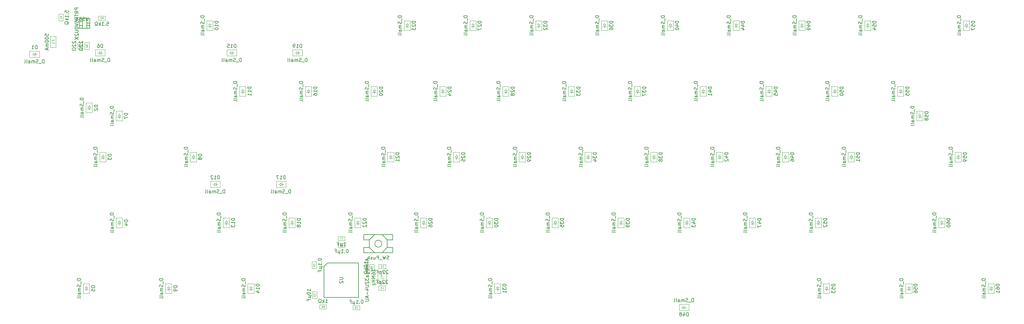
<source format=gbr>
%TF.GenerationSoftware,KiCad,Pcbnew,(5.1.10)-1*%
%TF.CreationDate,2021-07-03T15:19:39+09:00*%
%TF.ProjectId,pcb,7063622e-6b69-4636-9164-5f7063625858,rev?*%
%TF.SameCoordinates,Original*%
%TF.FileFunction,Other,Fab,Bot*%
%FSLAX46Y46*%
G04 Gerber Fmt 4.6, Leading zero omitted, Abs format (unit mm)*
G04 Created by KiCad (PCBNEW (5.1.10)-1) date 2021-07-03 15:19:39*
%MOMM*%
%LPD*%
G01*
G04 APERTURE LIST*
%ADD10C,0.100000*%
%ADD11C,0.150000*%
%ADD12C,0.105000*%
%ADD13C,0.080000*%
%ADD14C,0.120000*%
G04 APERTURE END LIST*
D10*
%TO.C,Y1*%
X129004250Y-107899000D02*
X128004250Y-106899000D01*
X130504250Y-104699000D02*
X130504250Y-107899000D01*
X128004250Y-104699000D02*
X130504250Y-104699000D01*
X128004250Y-107899000D02*
X128004250Y-104699000D01*
X130504250Y-107899000D02*
X128004250Y-107899000D01*
D11*
%TO.C,U2*%
X113475000Y-102156250D02*
X112475000Y-103156250D01*
X122475000Y-102156250D02*
X113475000Y-102156250D01*
X122475000Y-112156250D02*
X122475000Y-102156250D01*
X112475000Y-112156250D02*
X122475000Y-112156250D01*
X112475000Y-103156250D02*
X112475000Y-112156250D01*
%TO.C,U1*%
X41714000Y-31313500D02*
X41714000Y-34213500D01*
X41714000Y-34213500D02*
X44614000Y-34213500D01*
X44614000Y-34213500D02*
X44614000Y-31313500D01*
X44614000Y-31313500D02*
X41714000Y-31313500D01*
X42514000Y-31313500D02*
X42514000Y-34213500D01*
X43814000Y-34213500D02*
X43814000Y-31313500D01*
X43814000Y-32663500D02*
X44614000Y-32663500D01*
X44614000Y-33313500D02*
X43814000Y-33313500D01*
X42514000Y-32213500D02*
X41714000Y-32213500D01*
X41714000Y-33313500D02*
X42514000Y-33313500D01*
%TO.C,SW1*%
X123974750Y-99183500D02*
X132374750Y-99183500D01*
X132374750Y-99183500D02*
X132374750Y-97783500D01*
X132374750Y-97683500D02*
X130774750Y-97683500D01*
X130774750Y-97683500D02*
X130774750Y-95483500D01*
X130774750Y-95483500D02*
X132374750Y-95483500D01*
X132374750Y-95483500D02*
X132374750Y-93983500D01*
X132374750Y-93983500D02*
X123974750Y-93983500D01*
X123974750Y-93983500D02*
X123974750Y-95483500D01*
X123974750Y-95483500D02*
X125574750Y-95483500D01*
X125574750Y-95483500D02*
X125574750Y-97683500D01*
X125574750Y-97683500D02*
X123974750Y-97683500D01*
X123974750Y-97683500D02*
X123974750Y-99183500D01*
X129174750Y-96583500D02*
G75*
G03*
X129174750Y-96583500I-1000000J0D01*
G01*
X125574750Y-97683500D02*
X127074750Y-99183500D01*
X130774750Y-97683500D02*
X129274750Y-99183500D01*
X130774750Y-95483500D02*
X129274750Y-93983500D01*
X125574750Y-95483500D02*
X127074750Y-93983500D01*
D10*
%TO.C,R6*%
X113172750Y-114246500D02*
X111172750Y-114246500D01*
X113172750Y-115496500D02*
X113172750Y-114246500D01*
X111172750Y-115496500D02*
X113172750Y-115496500D01*
X111172750Y-114246500D02*
X111172750Y-115496500D01*
%TO.C,R5*%
X125644750Y-102568500D02*
X125644750Y-104568500D01*
X126894750Y-102568500D02*
X125644750Y-102568500D01*
X126894750Y-104568500D02*
X126894750Y-102568500D01*
X125644750Y-104568500D02*
X126894750Y-104568500D01*
%TO.C,R4*%
X43190000Y-38243000D02*
X43190000Y-40243000D01*
X44440000Y-38243000D02*
X43190000Y-38243000D01*
X44440000Y-40243000D02*
X44440000Y-38243000D01*
X43190000Y-40243000D02*
X44440000Y-40243000D01*
%TO.C,R3*%
X41158000Y-38219500D02*
X41158000Y-40219500D01*
X42408000Y-38219500D02*
X41158000Y-38219500D01*
X42408000Y-40219500D02*
X42408000Y-38219500D01*
X41158000Y-40219500D02*
X42408000Y-40219500D01*
%TO.C,R2*%
X47133000Y-31867000D02*
X49133000Y-31867000D01*
X47133000Y-30617000D02*
X47133000Y-31867000D01*
X49133000Y-30617000D02*
X47133000Y-30617000D01*
X49133000Y-31867000D02*
X49133000Y-30617000D01*
%TO.C,R1*%
X36947000Y-31988000D02*
X36947000Y-29988000D01*
X35697000Y-31988000D02*
X36947000Y-31988000D01*
X35697000Y-29988000D02*
X35697000Y-31988000D01*
X36947000Y-29988000D02*
X35697000Y-29988000D01*
%TO.C,F1*%
X33236000Y-36500000D02*
X33236000Y-39700000D01*
X34836000Y-36500000D02*
X33236000Y-36500000D01*
X34836000Y-39700000D02*
X34836000Y-36500000D01*
X33236000Y-39700000D02*
X34836000Y-39700000D01*
%TO.C,D61*%
X306493750Y-110937500D02*
X306493750Y-108137500D01*
X306493750Y-108137500D02*
X304693750Y-108137500D01*
X304693750Y-108137500D02*
X304693750Y-110937500D01*
X304693750Y-110937500D02*
X306493750Y-110937500D01*
X305593750Y-110287500D02*
X305593750Y-109887500D01*
X305593750Y-109887500D02*
X306143750Y-109887500D01*
X305593750Y-109887500D02*
X305043750Y-109887500D01*
X305593750Y-109887500D02*
X305993750Y-109287500D01*
X305993750Y-109287500D02*
X305193750Y-109287500D01*
X305193750Y-109287500D02*
X305593750Y-109887500D01*
X305593750Y-109287500D02*
X305593750Y-108787500D01*
%TO.C,D60*%
X292206250Y-91887500D02*
X292206250Y-89087500D01*
X292206250Y-89087500D02*
X290406250Y-89087500D01*
X290406250Y-89087500D02*
X290406250Y-91887500D01*
X290406250Y-91887500D02*
X292206250Y-91887500D01*
X291306250Y-91237500D02*
X291306250Y-90837500D01*
X291306250Y-90837500D02*
X291856250Y-90837500D01*
X291306250Y-90837500D02*
X290756250Y-90837500D01*
X291306250Y-90837500D02*
X291706250Y-90237500D01*
X291706250Y-90237500D02*
X290906250Y-90237500D01*
X290906250Y-90237500D02*
X291306250Y-90837500D01*
X291306250Y-90237500D02*
X291306250Y-89737500D01*
%TO.C,D59*%
X296968750Y-72837500D02*
X296968750Y-70037500D01*
X296968750Y-70037500D02*
X295168750Y-70037500D01*
X295168750Y-70037500D02*
X295168750Y-72837500D01*
X295168750Y-72837500D02*
X296968750Y-72837500D01*
X296068750Y-72187500D02*
X296068750Y-71787500D01*
X296068750Y-71787500D02*
X296618750Y-71787500D01*
X296068750Y-71787500D02*
X295518750Y-71787500D01*
X296068750Y-71787500D02*
X296468750Y-71187500D01*
X296468750Y-71187500D02*
X295668750Y-71187500D01*
X295668750Y-71187500D02*
X296068750Y-71787500D01*
X296068750Y-71187500D02*
X296068750Y-70687500D01*
%TO.C,D58*%
X285856250Y-60931250D02*
X285856250Y-58131250D01*
X285856250Y-58131250D02*
X284056250Y-58131250D01*
X284056250Y-58131250D02*
X284056250Y-60931250D01*
X284056250Y-60931250D02*
X285856250Y-60931250D01*
X284956250Y-60281250D02*
X284956250Y-59881250D01*
X284956250Y-59881250D02*
X285506250Y-59881250D01*
X284956250Y-59881250D02*
X284406250Y-59881250D01*
X284956250Y-59881250D02*
X285356250Y-59281250D01*
X285356250Y-59281250D02*
X284556250Y-59281250D01*
X284556250Y-59281250D02*
X284956250Y-59881250D01*
X284956250Y-59281250D02*
X284956250Y-58781250D01*
%TO.C,D57*%
X299350000Y-34737500D02*
X299350000Y-31937500D01*
X299350000Y-31937500D02*
X297550000Y-31937500D01*
X297550000Y-31937500D02*
X297550000Y-34737500D01*
X297550000Y-34737500D02*
X299350000Y-34737500D01*
X298450000Y-34087500D02*
X298450000Y-33687500D01*
X298450000Y-33687500D02*
X299000000Y-33687500D01*
X298450000Y-33687500D02*
X297900000Y-33687500D01*
X298450000Y-33687500D02*
X298850000Y-33087500D01*
X298850000Y-33087500D02*
X298050000Y-33087500D01*
X298050000Y-33087500D02*
X298450000Y-33687500D01*
X298450000Y-33087500D02*
X298450000Y-32587500D01*
%TO.C,D56*%
X282681250Y-110937500D02*
X282681250Y-108137500D01*
X282681250Y-108137500D02*
X280881250Y-108137500D01*
X280881250Y-108137500D02*
X280881250Y-110937500D01*
X280881250Y-110937500D02*
X282681250Y-110937500D01*
X281781250Y-110287500D02*
X281781250Y-109887500D01*
X281781250Y-109887500D02*
X282331250Y-109887500D01*
X281781250Y-109887500D02*
X281231250Y-109887500D01*
X281781250Y-109887500D02*
X282181250Y-109287500D01*
X282181250Y-109287500D02*
X281381250Y-109287500D01*
X281381250Y-109287500D02*
X281781250Y-109887500D01*
X281781250Y-109287500D02*
X281781250Y-108787500D01*
%TO.C,D55*%
X280300000Y-53787500D02*
X280300000Y-50987500D01*
X280300000Y-50987500D02*
X278500000Y-50987500D01*
X278500000Y-50987500D02*
X278500000Y-53787500D01*
X278500000Y-53787500D02*
X280300000Y-53787500D01*
X279400000Y-53137500D02*
X279400000Y-52737500D01*
X279400000Y-52737500D02*
X279950000Y-52737500D01*
X279400000Y-52737500D02*
X278850000Y-52737500D01*
X279400000Y-52737500D02*
X279800000Y-52137500D01*
X279800000Y-52137500D02*
X279000000Y-52137500D01*
X279000000Y-52137500D02*
X279400000Y-52737500D01*
X279400000Y-52137500D02*
X279400000Y-51637500D01*
%TO.C,D54*%
X270775000Y-34737500D02*
X270775000Y-31937500D01*
X270775000Y-31937500D02*
X268975000Y-31937500D01*
X268975000Y-31937500D02*
X268975000Y-34737500D01*
X268975000Y-34737500D02*
X270775000Y-34737500D01*
X269875000Y-34087500D02*
X269875000Y-33687500D01*
X269875000Y-33687500D02*
X270425000Y-33687500D01*
X269875000Y-33687500D02*
X269325000Y-33687500D01*
X269875000Y-33687500D02*
X270275000Y-33087500D01*
X270275000Y-33087500D02*
X269475000Y-33087500D01*
X269475000Y-33087500D02*
X269875000Y-33687500D01*
X269875000Y-33087500D02*
X269875000Y-32587500D01*
%TO.C,D53*%
X258868750Y-110937500D02*
X258868750Y-108137500D01*
X258868750Y-108137500D02*
X257068750Y-108137500D01*
X257068750Y-108137500D02*
X257068750Y-110937500D01*
X257068750Y-110937500D02*
X258868750Y-110937500D01*
X257968750Y-110287500D02*
X257968750Y-109887500D01*
X257968750Y-109887500D02*
X258518750Y-109887500D01*
X257968750Y-109887500D02*
X257418750Y-109887500D01*
X257968750Y-109887500D02*
X258368750Y-109287500D01*
X258368750Y-109287500D02*
X257568750Y-109287500D01*
X257568750Y-109287500D02*
X257968750Y-109887500D01*
X257968750Y-109287500D02*
X257968750Y-108787500D01*
%TO.C,D52*%
X256487500Y-91887500D02*
X256487500Y-89087500D01*
X256487500Y-89087500D02*
X254687500Y-89087500D01*
X254687500Y-89087500D02*
X254687500Y-91887500D01*
X254687500Y-91887500D02*
X256487500Y-91887500D01*
X255587500Y-91237500D02*
X255587500Y-90837500D01*
X255587500Y-90837500D02*
X256137500Y-90837500D01*
X255587500Y-90837500D02*
X255037500Y-90837500D01*
X255587500Y-90837500D02*
X255987500Y-90237500D01*
X255987500Y-90237500D02*
X255187500Y-90237500D01*
X255187500Y-90237500D02*
X255587500Y-90837500D01*
X255587500Y-90237500D02*
X255587500Y-89737500D01*
%TO.C,D51*%
X266012500Y-72837500D02*
X266012500Y-70037500D01*
X266012500Y-70037500D02*
X264212500Y-70037500D01*
X264212500Y-70037500D02*
X264212500Y-72837500D01*
X264212500Y-72837500D02*
X266012500Y-72837500D01*
X265112500Y-72187500D02*
X265112500Y-71787500D01*
X265112500Y-71787500D02*
X265662500Y-71787500D01*
X265112500Y-71787500D02*
X264562500Y-71787500D01*
X265112500Y-71787500D02*
X265512500Y-71187500D01*
X265512500Y-71187500D02*
X264712500Y-71187500D01*
X264712500Y-71187500D02*
X265112500Y-71787500D01*
X265112500Y-71187500D02*
X265112500Y-70687500D01*
%TO.C,D50*%
X261250000Y-53787500D02*
X261250000Y-50987500D01*
X261250000Y-50987500D02*
X259450000Y-50987500D01*
X259450000Y-50987500D02*
X259450000Y-53787500D01*
X259450000Y-53787500D02*
X261250000Y-53787500D01*
X260350000Y-53137500D02*
X260350000Y-52737500D01*
X260350000Y-52737500D02*
X260900000Y-52737500D01*
X260350000Y-52737500D02*
X259800000Y-52737500D01*
X260350000Y-52737500D02*
X260750000Y-52137500D01*
X260750000Y-52137500D02*
X259950000Y-52137500D01*
X259950000Y-52137500D02*
X260350000Y-52737500D01*
X260350000Y-52137500D02*
X260350000Y-51637500D01*
%TO.C,D49*%
X251725000Y-34737500D02*
X251725000Y-31937500D01*
X251725000Y-31937500D02*
X249925000Y-31937500D01*
X249925000Y-31937500D02*
X249925000Y-34737500D01*
X249925000Y-34737500D02*
X251725000Y-34737500D01*
X250825000Y-34087500D02*
X250825000Y-33687500D01*
X250825000Y-33687500D02*
X251375000Y-33687500D01*
X250825000Y-33687500D02*
X250275000Y-33687500D01*
X250825000Y-33687500D02*
X251225000Y-33087500D01*
X251225000Y-33087500D02*
X250425000Y-33087500D01*
X250425000Y-33087500D02*
X250825000Y-33687500D01*
X250825000Y-33087500D02*
X250825000Y-32587500D01*
%TO.C,D48*%
X215293750Y-115993750D02*
X218093750Y-115993750D01*
X218093750Y-115993750D02*
X218093750Y-114193750D01*
X218093750Y-114193750D02*
X215293750Y-114193750D01*
X215293750Y-114193750D02*
X215293750Y-115993750D01*
X215943750Y-115093750D02*
X216343750Y-115093750D01*
X216343750Y-115093750D02*
X216343750Y-115643750D01*
X216343750Y-115093750D02*
X216343750Y-114543750D01*
X216343750Y-115093750D02*
X216943750Y-115493750D01*
X216943750Y-115493750D02*
X216943750Y-114693750D01*
X216943750Y-114693750D02*
X216343750Y-115093750D01*
X216943750Y-115093750D02*
X217443750Y-115093750D01*
%TO.C,D47*%
X237437500Y-91887500D02*
X237437500Y-89087500D01*
X237437500Y-89087500D02*
X235637500Y-89087500D01*
X235637500Y-89087500D02*
X235637500Y-91887500D01*
X235637500Y-91887500D02*
X237437500Y-91887500D01*
X236537500Y-91237500D02*
X236537500Y-90837500D01*
X236537500Y-90837500D02*
X237087500Y-90837500D01*
X236537500Y-90837500D02*
X235987500Y-90837500D01*
X236537500Y-90837500D02*
X236937500Y-90237500D01*
X236937500Y-90237500D02*
X236137500Y-90237500D01*
X236137500Y-90237500D02*
X236537500Y-90837500D01*
X236537500Y-90237500D02*
X236537500Y-89737500D01*
%TO.C,D46*%
X246962500Y-72837500D02*
X246962500Y-70037500D01*
X246962500Y-70037500D02*
X245162500Y-70037500D01*
X245162500Y-70037500D02*
X245162500Y-72837500D01*
X245162500Y-72837500D02*
X246962500Y-72837500D01*
X246062500Y-72187500D02*
X246062500Y-71787500D01*
X246062500Y-71787500D02*
X246612500Y-71787500D01*
X246062500Y-71787500D02*
X245512500Y-71787500D01*
X246062500Y-71787500D02*
X246462500Y-71187500D01*
X246462500Y-71187500D02*
X245662500Y-71187500D01*
X245662500Y-71187500D02*
X246062500Y-71787500D01*
X246062500Y-71187500D02*
X246062500Y-70687500D01*
%TO.C,D45*%
X242200000Y-53787500D02*
X242200000Y-50987500D01*
X242200000Y-50987500D02*
X240400000Y-50987500D01*
X240400000Y-50987500D02*
X240400000Y-53787500D01*
X240400000Y-53787500D02*
X242200000Y-53787500D01*
X241300000Y-53137500D02*
X241300000Y-52737500D01*
X241300000Y-52737500D02*
X241850000Y-52737500D01*
X241300000Y-52737500D02*
X240750000Y-52737500D01*
X241300000Y-52737500D02*
X241700000Y-52137500D01*
X241700000Y-52137500D02*
X240900000Y-52137500D01*
X240900000Y-52137500D02*
X241300000Y-52737500D01*
X241300000Y-52137500D02*
X241300000Y-51637500D01*
%TO.C,D44*%
X232675000Y-34737500D02*
X232675000Y-31937500D01*
X232675000Y-31937500D02*
X230875000Y-31937500D01*
X230875000Y-31937500D02*
X230875000Y-34737500D01*
X230875000Y-34737500D02*
X232675000Y-34737500D01*
X231775000Y-34087500D02*
X231775000Y-33687500D01*
X231775000Y-33687500D02*
X232325000Y-33687500D01*
X231775000Y-33687500D02*
X231225000Y-33687500D01*
X231775000Y-33687500D02*
X232175000Y-33087500D01*
X232175000Y-33087500D02*
X231375000Y-33087500D01*
X231375000Y-33087500D02*
X231775000Y-33687500D01*
X231775000Y-33087500D02*
X231775000Y-32587500D01*
%TO.C,D43*%
X218387500Y-91887500D02*
X218387500Y-89087500D01*
X218387500Y-89087500D02*
X216587500Y-89087500D01*
X216587500Y-89087500D02*
X216587500Y-91887500D01*
X216587500Y-91887500D02*
X218387500Y-91887500D01*
X217487500Y-91237500D02*
X217487500Y-90837500D01*
X217487500Y-90837500D02*
X218037500Y-90837500D01*
X217487500Y-90837500D02*
X216937500Y-90837500D01*
X217487500Y-90837500D02*
X217887500Y-90237500D01*
X217887500Y-90237500D02*
X217087500Y-90237500D01*
X217087500Y-90237500D02*
X217487500Y-90837500D01*
X217487500Y-90237500D02*
X217487500Y-89737500D01*
%TO.C,D42*%
X227912500Y-72837500D02*
X227912500Y-70037500D01*
X227912500Y-70037500D02*
X226112500Y-70037500D01*
X226112500Y-70037500D02*
X226112500Y-72837500D01*
X226112500Y-72837500D02*
X227912500Y-72837500D01*
X227012500Y-72187500D02*
X227012500Y-71787500D01*
X227012500Y-71787500D02*
X227562500Y-71787500D01*
X227012500Y-71787500D02*
X226462500Y-71787500D01*
X227012500Y-71787500D02*
X227412500Y-71187500D01*
X227412500Y-71187500D02*
X226612500Y-71187500D01*
X226612500Y-71187500D02*
X227012500Y-71787500D01*
X227012500Y-71187500D02*
X227012500Y-70687500D01*
%TO.C,D41*%
X223150000Y-53787500D02*
X223150000Y-50987500D01*
X223150000Y-50987500D02*
X221350000Y-50987500D01*
X221350000Y-50987500D02*
X221350000Y-53787500D01*
X221350000Y-53787500D02*
X223150000Y-53787500D01*
X222250000Y-53137500D02*
X222250000Y-52737500D01*
X222250000Y-52737500D02*
X222800000Y-52737500D01*
X222250000Y-52737500D02*
X221700000Y-52737500D01*
X222250000Y-52737500D02*
X222650000Y-52137500D01*
X222650000Y-52137500D02*
X221850000Y-52137500D01*
X221850000Y-52137500D02*
X222250000Y-52737500D01*
X222250000Y-52137500D02*
X222250000Y-51637500D01*
%TO.C,D40*%
X213625000Y-34737500D02*
X213625000Y-31937500D01*
X213625000Y-31937500D02*
X211825000Y-31937500D01*
X211825000Y-31937500D02*
X211825000Y-34737500D01*
X211825000Y-34737500D02*
X213625000Y-34737500D01*
X212725000Y-34087500D02*
X212725000Y-33687500D01*
X212725000Y-33687500D02*
X213275000Y-33687500D01*
X212725000Y-33687500D02*
X212175000Y-33687500D01*
X212725000Y-33687500D02*
X213125000Y-33087500D01*
X213125000Y-33087500D02*
X212325000Y-33087500D01*
X212325000Y-33087500D02*
X212725000Y-33687500D01*
X212725000Y-33087500D02*
X212725000Y-32587500D01*
%TO.C,D39*%
X199337500Y-91887500D02*
X199337500Y-89087500D01*
X199337500Y-89087500D02*
X197537500Y-89087500D01*
X197537500Y-89087500D02*
X197537500Y-91887500D01*
X197537500Y-91887500D02*
X199337500Y-91887500D01*
X198437500Y-91237500D02*
X198437500Y-90837500D01*
X198437500Y-90837500D02*
X198987500Y-90837500D01*
X198437500Y-90837500D02*
X197887500Y-90837500D01*
X198437500Y-90837500D02*
X198837500Y-90237500D01*
X198837500Y-90237500D02*
X198037500Y-90237500D01*
X198037500Y-90237500D02*
X198437500Y-90837500D01*
X198437500Y-90237500D02*
X198437500Y-89737500D01*
%TO.C,D38*%
X208862500Y-72837500D02*
X208862500Y-70037500D01*
X208862500Y-70037500D02*
X207062500Y-70037500D01*
X207062500Y-70037500D02*
X207062500Y-72837500D01*
X207062500Y-72837500D02*
X208862500Y-72837500D01*
X207962500Y-72187500D02*
X207962500Y-71787500D01*
X207962500Y-71787500D02*
X208512500Y-71787500D01*
X207962500Y-71787500D02*
X207412500Y-71787500D01*
X207962500Y-71787500D02*
X208362500Y-71187500D01*
X208362500Y-71187500D02*
X207562500Y-71187500D01*
X207562500Y-71187500D02*
X207962500Y-71787500D01*
X207962500Y-71187500D02*
X207962500Y-70687500D01*
%TO.C,D37*%
X204100000Y-53787500D02*
X204100000Y-50987500D01*
X204100000Y-50987500D02*
X202300000Y-50987500D01*
X202300000Y-50987500D02*
X202300000Y-53787500D01*
X202300000Y-53787500D02*
X204100000Y-53787500D01*
X203200000Y-53137500D02*
X203200000Y-52737500D01*
X203200000Y-52737500D02*
X203750000Y-52737500D01*
X203200000Y-52737500D02*
X202650000Y-52737500D01*
X203200000Y-52737500D02*
X203600000Y-52137500D01*
X203600000Y-52137500D02*
X202800000Y-52137500D01*
X202800000Y-52137500D02*
X203200000Y-52737500D01*
X203200000Y-52137500D02*
X203200000Y-51637500D01*
%TO.C,D36*%
X194575000Y-34737500D02*
X194575000Y-31937500D01*
X194575000Y-31937500D02*
X192775000Y-31937500D01*
X192775000Y-31937500D02*
X192775000Y-34737500D01*
X192775000Y-34737500D02*
X194575000Y-34737500D01*
X193675000Y-34087500D02*
X193675000Y-33687500D01*
X193675000Y-33687500D02*
X194225000Y-33687500D01*
X193675000Y-33687500D02*
X193125000Y-33687500D01*
X193675000Y-33687500D02*
X194075000Y-33087500D01*
X194075000Y-33087500D02*
X193275000Y-33087500D01*
X193275000Y-33087500D02*
X193675000Y-33687500D01*
X193675000Y-33087500D02*
X193675000Y-32587500D01*
%TO.C,D35*%
X180287500Y-91887500D02*
X180287500Y-89087500D01*
X180287500Y-89087500D02*
X178487500Y-89087500D01*
X178487500Y-89087500D02*
X178487500Y-91887500D01*
X178487500Y-91887500D02*
X180287500Y-91887500D01*
X179387500Y-91237500D02*
X179387500Y-90837500D01*
X179387500Y-90837500D02*
X179937500Y-90837500D01*
X179387500Y-90837500D02*
X178837500Y-90837500D01*
X179387500Y-90837500D02*
X179787500Y-90237500D01*
X179787500Y-90237500D02*
X178987500Y-90237500D01*
X178987500Y-90237500D02*
X179387500Y-90837500D01*
X179387500Y-90237500D02*
X179387500Y-89737500D01*
%TO.C,D34*%
X189812500Y-72837500D02*
X189812500Y-70037500D01*
X189812500Y-70037500D02*
X188012500Y-70037500D01*
X188012500Y-70037500D02*
X188012500Y-72837500D01*
X188012500Y-72837500D02*
X189812500Y-72837500D01*
X188912500Y-72187500D02*
X188912500Y-71787500D01*
X188912500Y-71787500D02*
X189462500Y-71787500D01*
X188912500Y-71787500D02*
X188362500Y-71787500D01*
X188912500Y-71787500D02*
X189312500Y-71187500D01*
X189312500Y-71187500D02*
X188512500Y-71187500D01*
X188512500Y-71187500D02*
X188912500Y-71787500D01*
X188912500Y-71187500D02*
X188912500Y-70687500D01*
%TO.C,D33*%
X185050000Y-53787500D02*
X185050000Y-50987500D01*
X185050000Y-50987500D02*
X183250000Y-50987500D01*
X183250000Y-50987500D02*
X183250000Y-53787500D01*
X183250000Y-53787500D02*
X185050000Y-53787500D01*
X184150000Y-53137500D02*
X184150000Y-52737500D01*
X184150000Y-52737500D02*
X184700000Y-52737500D01*
X184150000Y-52737500D02*
X183600000Y-52737500D01*
X184150000Y-52737500D02*
X184550000Y-52137500D01*
X184550000Y-52137500D02*
X183750000Y-52137500D01*
X183750000Y-52137500D02*
X184150000Y-52737500D01*
X184150000Y-52137500D02*
X184150000Y-51637500D01*
%TO.C,D32*%
X175525000Y-34737500D02*
X175525000Y-31937500D01*
X175525000Y-31937500D02*
X173725000Y-31937500D01*
X173725000Y-31937500D02*
X173725000Y-34737500D01*
X173725000Y-34737500D02*
X175525000Y-34737500D01*
X174625000Y-34087500D02*
X174625000Y-33687500D01*
X174625000Y-33687500D02*
X175175000Y-33687500D01*
X174625000Y-33687500D02*
X174075000Y-33687500D01*
X174625000Y-33687500D02*
X175025000Y-33087500D01*
X175025000Y-33087500D02*
X174225000Y-33087500D01*
X174225000Y-33087500D02*
X174625000Y-33687500D01*
X174625000Y-33087500D02*
X174625000Y-32587500D01*
%TO.C,D31*%
X163618750Y-110937500D02*
X163618750Y-108137500D01*
X163618750Y-108137500D02*
X161818750Y-108137500D01*
X161818750Y-108137500D02*
X161818750Y-110937500D01*
X161818750Y-110937500D02*
X163618750Y-110937500D01*
X162718750Y-110287500D02*
X162718750Y-109887500D01*
X162718750Y-109887500D02*
X163268750Y-109887500D01*
X162718750Y-109887500D02*
X162168750Y-109887500D01*
X162718750Y-109887500D02*
X163118750Y-109287500D01*
X163118750Y-109287500D02*
X162318750Y-109287500D01*
X162318750Y-109287500D02*
X162718750Y-109887500D01*
X162718750Y-109287500D02*
X162718750Y-108787500D01*
%TO.C,D30*%
X161237500Y-91887500D02*
X161237500Y-89087500D01*
X161237500Y-89087500D02*
X159437500Y-89087500D01*
X159437500Y-89087500D02*
X159437500Y-91887500D01*
X159437500Y-91887500D02*
X161237500Y-91887500D01*
X160337500Y-91237500D02*
X160337500Y-90837500D01*
X160337500Y-90837500D02*
X160887500Y-90837500D01*
X160337500Y-90837500D02*
X159787500Y-90837500D01*
X160337500Y-90837500D02*
X160737500Y-90237500D01*
X160737500Y-90237500D02*
X159937500Y-90237500D01*
X159937500Y-90237500D02*
X160337500Y-90837500D01*
X160337500Y-90237500D02*
X160337500Y-89737500D01*
%TO.C,D29*%
X170762500Y-72837500D02*
X170762500Y-70037500D01*
X170762500Y-70037500D02*
X168962500Y-70037500D01*
X168962500Y-70037500D02*
X168962500Y-72837500D01*
X168962500Y-72837500D02*
X170762500Y-72837500D01*
X169862500Y-72187500D02*
X169862500Y-71787500D01*
X169862500Y-71787500D02*
X170412500Y-71787500D01*
X169862500Y-71787500D02*
X169312500Y-71787500D01*
X169862500Y-71787500D02*
X170262500Y-71187500D01*
X170262500Y-71187500D02*
X169462500Y-71187500D01*
X169462500Y-71187500D02*
X169862500Y-71787500D01*
X169862500Y-71187500D02*
X169862500Y-70687500D01*
%TO.C,D28*%
X166000000Y-53787500D02*
X166000000Y-50987500D01*
X166000000Y-50987500D02*
X164200000Y-50987500D01*
X164200000Y-50987500D02*
X164200000Y-53787500D01*
X164200000Y-53787500D02*
X166000000Y-53787500D01*
X165100000Y-53137500D02*
X165100000Y-52737500D01*
X165100000Y-52737500D02*
X165650000Y-52737500D01*
X165100000Y-52737500D02*
X164550000Y-52737500D01*
X165100000Y-52737500D02*
X165500000Y-52137500D01*
X165500000Y-52137500D02*
X164700000Y-52137500D01*
X164700000Y-52137500D02*
X165100000Y-52737500D01*
X165100000Y-52137500D02*
X165100000Y-51637500D01*
%TO.C,D27*%
X156475000Y-34737500D02*
X156475000Y-31937500D01*
X156475000Y-31937500D02*
X154675000Y-31937500D01*
X154675000Y-31937500D02*
X154675000Y-34737500D01*
X154675000Y-34737500D02*
X156475000Y-34737500D01*
X155575000Y-34087500D02*
X155575000Y-33687500D01*
X155575000Y-33687500D02*
X156125000Y-33687500D01*
X155575000Y-33687500D02*
X155025000Y-33687500D01*
X155575000Y-33687500D02*
X155975000Y-33087500D01*
X155975000Y-33087500D02*
X155175000Y-33087500D01*
X155175000Y-33087500D02*
X155575000Y-33687500D01*
X155575000Y-33087500D02*
X155575000Y-32587500D01*
%TO.C,D26*%
X142187500Y-91887500D02*
X142187500Y-89087500D01*
X142187500Y-89087500D02*
X140387500Y-89087500D01*
X140387500Y-89087500D02*
X140387500Y-91887500D01*
X140387500Y-91887500D02*
X142187500Y-91887500D01*
X141287500Y-91237500D02*
X141287500Y-90837500D01*
X141287500Y-90837500D02*
X141837500Y-90837500D01*
X141287500Y-90837500D02*
X140737500Y-90837500D01*
X141287500Y-90837500D02*
X141687500Y-90237500D01*
X141687500Y-90237500D02*
X140887500Y-90237500D01*
X140887500Y-90237500D02*
X141287500Y-90837500D01*
X141287500Y-90237500D02*
X141287500Y-89737500D01*
%TO.C,D25*%
X151712500Y-72837500D02*
X151712500Y-70037500D01*
X151712500Y-70037500D02*
X149912500Y-70037500D01*
X149912500Y-70037500D02*
X149912500Y-72837500D01*
X149912500Y-72837500D02*
X151712500Y-72837500D01*
X150812500Y-72187500D02*
X150812500Y-71787500D01*
X150812500Y-71787500D02*
X151362500Y-71787500D01*
X150812500Y-71787500D02*
X150262500Y-71787500D01*
X150812500Y-71787500D02*
X151212500Y-71187500D01*
X151212500Y-71187500D02*
X150412500Y-71187500D01*
X150412500Y-71187500D02*
X150812500Y-71787500D01*
X150812500Y-71187500D02*
X150812500Y-70687500D01*
%TO.C,D24*%
X147743750Y-53787500D02*
X147743750Y-50987500D01*
X147743750Y-50987500D02*
X145943750Y-50987500D01*
X145943750Y-50987500D02*
X145943750Y-53787500D01*
X145943750Y-53787500D02*
X147743750Y-53787500D01*
X146843750Y-53137500D02*
X146843750Y-52737500D01*
X146843750Y-52737500D02*
X147393750Y-52737500D01*
X146843750Y-52737500D02*
X146293750Y-52737500D01*
X146843750Y-52737500D02*
X147243750Y-52137500D01*
X147243750Y-52137500D02*
X146443750Y-52137500D01*
X146443750Y-52137500D02*
X146843750Y-52737500D01*
X146843750Y-52137500D02*
X146843750Y-51637500D01*
%TO.C,D23*%
X137425000Y-34737500D02*
X137425000Y-31937500D01*
X137425000Y-31937500D02*
X135625000Y-31937500D01*
X135625000Y-31937500D02*
X135625000Y-34737500D01*
X135625000Y-34737500D02*
X137425000Y-34737500D01*
X136525000Y-34087500D02*
X136525000Y-33687500D01*
X136525000Y-33687500D02*
X137075000Y-33687500D01*
X136525000Y-33687500D02*
X135975000Y-33687500D01*
X136525000Y-33687500D02*
X136925000Y-33087500D01*
X136925000Y-33087500D02*
X136125000Y-33087500D01*
X136125000Y-33087500D02*
X136525000Y-33687500D01*
X136525000Y-33087500D02*
X136525000Y-32587500D01*
%TO.C,D22*%
X123137500Y-91887500D02*
X123137500Y-89087500D01*
X123137500Y-89087500D02*
X121337500Y-89087500D01*
X121337500Y-89087500D02*
X121337500Y-91887500D01*
X121337500Y-91887500D02*
X123137500Y-91887500D01*
X122237500Y-91237500D02*
X122237500Y-90837500D01*
X122237500Y-90837500D02*
X122787500Y-90837500D01*
X122237500Y-90837500D02*
X121687500Y-90837500D01*
X122237500Y-90837500D02*
X122637500Y-90237500D01*
X122637500Y-90237500D02*
X121837500Y-90237500D01*
X121837500Y-90237500D02*
X122237500Y-90837500D01*
X122237500Y-90237500D02*
X122237500Y-89737500D01*
%TO.C,D21*%
X132662500Y-72837500D02*
X132662500Y-70037500D01*
X132662500Y-70037500D02*
X130862500Y-70037500D01*
X130862500Y-70037500D02*
X130862500Y-72837500D01*
X130862500Y-72837500D02*
X132662500Y-72837500D01*
X131762500Y-72187500D02*
X131762500Y-71787500D01*
X131762500Y-71787500D02*
X132312500Y-71787500D01*
X131762500Y-71787500D02*
X131212500Y-71787500D01*
X131762500Y-71787500D02*
X132162500Y-71187500D01*
X132162500Y-71187500D02*
X131362500Y-71187500D01*
X131362500Y-71187500D02*
X131762500Y-71787500D01*
X131762500Y-71187500D02*
X131762500Y-70687500D01*
%TO.C,D20*%
X127900000Y-53787500D02*
X127900000Y-50987500D01*
X127900000Y-50987500D02*
X126100000Y-50987500D01*
X126100000Y-50987500D02*
X126100000Y-53787500D01*
X126100000Y-53787500D02*
X127900000Y-53787500D01*
X127000000Y-53137500D02*
X127000000Y-52737500D01*
X127000000Y-52737500D02*
X127550000Y-52737500D01*
X127000000Y-52737500D02*
X126450000Y-52737500D01*
X127000000Y-52737500D02*
X127400000Y-52137500D01*
X127400000Y-52137500D02*
X126600000Y-52137500D01*
X126600000Y-52137500D02*
X127000000Y-52737500D01*
X127000000Y-52137500D02*
X127000000Y-51637500D01*
%TO.C,D19*%
X106175000Y-40375000D02*
X103375000Y-40375000D01*
X103375000Y-40375000D02*
X103375000Y-42175000D01*
X103375000Y-42175000D02*
X106175000Y-42175000D01*
X106175000Y-42175000D02*
X106175000Y-40375000D01*
X105525000Y-41275000D02*
X105125000Y-41275000D01*
X105125000Y-41275000D02*
X105125000Y-40725000D01*
X105125000Y-41275000D02*
X105125000Y-41825000D01*
X105125000Y-41275000D02*
X104525000Y-40875000D01*
X104525000Y-40875000D02*
X104525000Y-41675000D01*
X104525000Y-41675000D02*
X105125000Y-41275000D01*
X104525000Y-41275000D02*
X104025000Y-41275000D01*
%TO.C,D18*%
X104087500Y-91887500D02*
X104087500Y-89087500D01*
X104087500Y-89087500D02*
X102287500Y-89087500D01*
X102287500Y-89087500D02*
X102287500Y-91887500D01*
X102287500Y-91887500D02*
X104087500Y-91887500D01*
X103187500Y-91237500D02*
X103187500Y-90837500D01*
X103187500Y-90837500D02*
X103737500Y-90837500D01*
X103187500Y-90837500D02*
X102637500Y-90837500D01*
X103187500Y-90837500D02*
X103587500Y-90237500D01*
X103587500Y-90237500D02*
X102787500Y-90237500D01*
X102787500Y-90237500D02*
X103187500Y-90837500D01*
X103187500Y-90237500D02*
X103187500Y-89737500D01*
%TO.C,D17*%
X101412500Y-78475000D02*
X98612500Y-78475000D01*
X98612500Y-78475000D02*
X98612500Y-80275000D01*
X98612500Y-80275000D02*
X101412500Y-80275000D01*
X101412500Y-80275000D02*
X101412500Y-78475000D01*
X100762500Y-79375000D02*
X100362500Y-79375000D01*
X100362500Y-79375000D02*
X100362500Y-78825000D01*
X100362500Y-79375000D02*
X100362500Y-79925000D01*
X100362500Y-79375000D02*
X99762500Y-78975000D01*
X99762500Y-78975000D02*
X99762500Y-79775000D01*
X99762500Y-79775000D02*
X100362500Y-79375000D01*
X99762500Y-79375000D02*
X99262500Y-79375000D01*
%TO.C,D16*%
X108850000Y-53787500D02*
X108850000Y-50987500D01*
X108850000Y-50987500D02*
X107050000Y-50987500D01*
X107050000Y-50987500D02*
X107050000Y-53787500D01*
X107050000Y-53787500D02*
X108850000Y-53787500D01*
X107950000Y-53137500D02*
X107950000Y-52737500D01*
X107950000Y-52737500D02*
X108500000Y-52737500D01*
X107950000Y-52737500D02*
X107400000Y-52737500D01*
X107950000Y-52737500D02*
X108350000Y-52137500D01*
X108350000Y-52137500D02*
X107550000Y-52137500D01*
X107550000Y-52137500D02*
X107950000Y-52737500D01*
X107950000Y-52137500D02*
X107950000Y-51637500D01*
%TO.C,D15*%
X87125000Y-40375000D02*
X84325000Y-40375000D01*
X84325000Y-40375000D02*
X84325000Y-42175000D01*
X84325000Y-42175000D02*
X87125000Y-42175000D01*
X87125000Y-42175000D02*
X87125000Y-40375000D01*
X86475000Y-41275000D02*
X86075000Y-41275000D01*
X86075000Y-41275000D02*
X86075000Y-40725000D01*
X86075000Y-41275000D02*
X86075000Y-41825000D01*
X86075000Y-41275000D02*
X85475000Y-40875000D01*
X85475000Y-40875000D02*
X85475000Y-41675000D01*
X85475000Y-41675000D02*
X86075000Y-41275000D01*
X85475000Y-41275000D02*
X84975000Y-41275000D01*
%TO.C,D14*%
X92181250Y-110937500D02*
X92181250Y-108137500D01*
X92181250Y-108137500D02*
X90381250Y-108137500D01*
X90381250Y-108137500D02*
X90381250Y-110937500D01*
X90381250Y-110937500D02*
X92181250Y-110937500D01*
X91281250Y-110287500D02*
X91281250Y-109887500D01*
X91281250Y-109887500D02*
X91831250Y-109887500D01*
X91281250Y-109887500D02*
X90731250Y-109887500D01*
X91281250Y-109887500D02*
X91681250Y-109287500D01*
X91681250Y-109287500D02*
X90881250Y-109287500D01*
X90881250Y-109287500D02*
X91281250Y-109887500D01*
X91281250Y-109287500D02*
X91281250Y-108787500D01*
%TO.C,D13*%
X85037500Y-91887500D02*
X85037500Y-89087500D01*
X85037500Y-89087500D02*
X83237500Y-89087500D01*
X83237500Y-89087500D02*
X83237500Y-91887500D01*
X83237500Y-91887500D02*
X85037500Y-91887500D01*
X84137500Y-91237500D02*
X84137500Y-90837500D01*
X84137500Y-90837500D02*
X84687500Y-90837500D01*
X84137500Y-90837500D02*
X83587500Y-90837500D01*
X84137500Y-90837500D02*
X84537500Y-90237500D01*
X84537500Y-90237500D02*
X83737500Y-90237500D01*
X83737500Y-90237500D02*
X84137500Y-90837500D01*
X84137500Y-90237500D02*
X84137500Y-89737500D01*
%TO.C,D12*%
X82362500Y-78475000D02*
X79562500Y-78475000D01*
X79562500Y-78475000D02*
X79562500Y-80275000D01*
X79562500Y-80275000D02*
X82362500Y-80275000D01*
X82362500Y-80275000D02*
X82362500Y-78475000D01*
X81712500Y-79375000D02*
X81312500Y-79375000D01*
X81312500Y-79375000D02*
X81312500Y-78825000D01*
X81312500Y-79375000D02*
X81312500Y-79925000D01*
X81312500Y-79375000D02*
X80712500Y-78975000D01*
X80712500Y-78975000D02*
X80712500Y-79775000D01*
X80712500Y-79775000D02*
X81312500Y-79375000D01*
X80712500Y-79375000D02*
X80212500Y-79375000D01*
%TO.C,D11*%
X89800000Y-53787500D02*
X89800000Y-50987500D01*
X89800000Y-50987500D02*
X88000000Y-50987500D01*
X88000000Y-50987500D02*
X88000000Y-53787500D01*
X88000000Y-53787500D02*
X89800000Y-53787500D01*
X88900000Y-53137500D02*
X88900000Y-52737500D01*
X88900000Y-52737500D02*
X89450000Y-52737500D01*
X88900000Y-52737500D02*
X88350000Y-52737500D01*
X88900000Y-52737500D02*
X89300000Y-52137500D01*
X89300000Y-52137500D02*
X88500000Y-52137500D01*
X88500000Y-52137500D02*
X88900000Y-52737500D01*
X88900000Y-52137500D02*
X88900000Y-51637500D01*
%TO.C,D10*%
X80275000Y-34737500D02*
X80275000Y-31937500D01*
X80275000Y-31937500D02*
X78475000Y-31937500D01*
X78475000Y-31937500D02*
X78475000Y-34737500D01*
X78475000Y-34737500D02*
X80275000Y-34737500D01*
X79375000Y-34087500D02*
X79375000Y-33687500D01*
X79375000Y-33687500D02*
X79925000Y-33687500D01*
X79375000Y-33687500D02*
X78825000Y-33687500D01*
X79375000Y-33687500D02*
X79775000Y-33087500D01*
X79775000Y-33087500D02*
X78975000Y-33087500D01*
X78975000Y-33087500D02*
X79375000Y-33687500D01*
X79375000Y-33087500D02*
X79375000Y-32587500D01*
%TO.C,D9*%
X68368750Y-110937500D02*
X68368750Y-108137500D01*
X68368750Y-108137500D02*
X66568750Y-108137500D01*
X66568750Y-108137500D02*
X66568750Y-110937500D01*
X66568750Y-110937500D02*
X68368750Y-110937500D01*
X67468750Y-110287500D02*
X67468750Y-109887500D01*
X67468750Y-109887500D02*
X68018750Y-109887500D01*
X67468750Y-109887500D02*
X66918750Y-109887500D01*
X67468750Y-109887500D02*
X67868750Y-109287500D01*
X67868750Y-109287500D02*
X67068750Y-109287500D01*
X67068750Y-109287500D02*
X67468750Y-109887500D01*
X67468750Y-109287500D02*
X67468750Y-108787500D01*
%TO.C,D8*%
X75512500Y-72837500D02*
X75512500Y-70037500D01*
X75512500Y-70037500D02*
X73712500Y-70037500D01*
X73712500Y-70037500D02*
X73712500Y-72837500D01*
X73712500Y-72837500D02*
X75512500Y-72837500D01*
X74612500Y-72187500D02*
X74612500Y-71787500D01*
X74612500Y-71787500D02*
X75162500Y-71787500D01*
X74612500Y-71787500D02*
X74062500Y-71787500D01*
X74612500Y-71787500D02*
X75012500Y-71187500D01*
X75012500Y-71187500D02*
X74212500Y-71187500D01*
X74212500Y-71187500D02*
X74612500Y-71787500D01*
X74612500Y-71187500D02*
X74612500Y-70687500D01*
%TO.C,D7*%
X54081250Y-60931250D02*
X54081250Y-58131250D01*
X54081250Y-58131250D02*
X52281250Y-58131250D01*
X52281250Y-58131250D02*
X52281250Y-60931250D01*
X52281250Y-60931250D02*
X54081250Y-60931250D01*
X53181250Y-60281250D02*
X53181250Y-59881250D01*
X53181250Y-59881250D02*
X53731250Y-59881250D01*
X53181250Y-59881250D02*
X52631250Y-59881250D01*
X53181250Y-59881250D02*
X53581250Y-59281250D01*
X53581250Y-59281250D02*
X52781250Y-59281250D01*
X52781250Y-59281250D02*
X53181250Y-59881250D01*
X53181250Y-59281250D02*
X53181250Y-58781250D01*
%TO.C,D6*%
X49025000Y-40375000D02*
X46225000Y-40375000D01*
X46225000Y-40375000D02*
X46225000Y-42175000D01*
X46225000Y-42175000D02*
X49025000Y-42175000D01*
X49025000Y-42175000D02*
X49025000Y-40375000D01*
X48375000Y-41275000D02*
X47975000Y-41275000D01*
X47975000Y-41275000D02*
X47975000Y-40725000D01*
X47975000Y-41275000D02*
X47975000Y-41825000D01*
X47975000Y-41275000D02*
X47375000Y-40875000D01*
X47375000Y-40875000D02*
X47375000Y-41675000D01*
X47375000Y-41675000D02*
X47975000Y-41275000D01*
X47375000Y-41275000D02*
X46875000Y-41275000D01*
%TO.C,D5*%
X44556250Y-110937500D02*
X44556250Y-108137500D01*
X44556250Y-108137500D02*
X42756250Y-108137500D01*
X42756250Y-108137500D02*
X42756250Y-110937500D01*
X42756250Y-110937500D02*
X44556250Y-110937500D01*
X43656250Y-110287500D02*
X43656250Y-109887500D01*
X43656250Y-109887500D02*
X44206250Y-109887500D01*
X43656250Y-109887500D02*
X43106250Y-109887500D01*
X43656250Y-109887500D02*
X44056250Y-109287500D01*
X44056250Y-109287500D02*
X43256250Y-109287500D01*
X43256250Y-109287500D02*
X43656250Y-109887500D01*
X43656250Y-109287500D02*
X43656250Y-108787500D01*
%TO.C,D4*%
X54081250Y-91887500D02*
X54081250Y-89087500D01*
X54081250Y-89087500D02*
X52281250Y-89087500D01*
X52281250Y-89087500D02*
X52281250Y-91887500D01*
X52281250Y-91887500D02*
X54081250Y-91887500D01*
X53181250Y-91237500D02*
X53181250Y-90837500D01*
X53181250Y-90837500D02*
X53731250Y-90837500D01*
X53181250Y-90837500D02*
X52631250Y-90837500D01*
X53181250Y-90837500D02*
X53581250Y-90237500D01*
X53581250Y-90237500D02*
X52781250Y-90237500D01*
X52781250Y-90237500D02*
X53181250Y-90837500D01*
X53181250Y-90237500D02*
X53181250Y-89737500D01*
%TO.C,D3*%
X49318750Y-72837500D02*
X49318750Y-70037500D01*
X49318750Y-70037500D02*
X47518750Y-70037500D01*
X47518750Y-70037500D02*
X47518750Y-72837500D01*
X47518750Y-72837500D02*
X49318750Y-72837500D01*
X48418750Y-72187500D02*
X48418750Y-71787500D01*
X48418750Y-71787500D02*
X48968750Y-71787500D01*
X48418750Y-71787500D02*
X47868750Y-71787500D01*
X48418750Y-71787500D02*
X48818750Y-71187500D01*
X48818750Y-71187500D02*
X48018750Y-71187500D01*
X48018750Y-71187500D02*
X48418750Y-71787500D01*
X48418750Y-71187500D02*
X48418750Y-70687500D01*
%TO.C,D2*%
X45350000Y-58550000D02*
X45350000Y-55750000D01*
X45350000Y-55750000D02*
X43550000Y-55750000D01*
X43550000Y-55750000D02*
X43550000Y-58550000D01*
X43550000Y-58550000D02*
X45350000Y-58550000D01*
X44450000Y-57900000D02*
X44450000Y-57500000D01*
X44450000Y-57500000D02*
X45000000Y-57500000D01*
X44450000Y-57500000D02*
X43900000Y-57500000D01*
X44450000Y-57500000D02*
X44850000Y-56900000D01*
X44850000Y-56900000D02*
X44050000Y-56900000D01*
X44050000Y-56900000D02*
X44450000Y-57500000D01*
X44450000Y-56900000D02*
X44450000Y-56400000D01*
%TO.C,D1*%
X30037500Y-40756000D02*
X27237500Y-40756000D01*
X27237500Y-40756000D02*
X27237500Y-42556000D01*
X27237500Y-42556000D02*
X30037500Y-42556000D01*
X30037500Y-42556000D02*
X30037500Y-40756000D01*
X29387500Y-41656000D02*
X28987500Y-41656000D01*
X28987500Y-41656000D02*
X28987500Y-41106000D01*
X28987500Y-41656000D02*
X28987500Y-42206000D01*
X28987500Y-41656000D02*
X28387500Y-41256000D01*
X28387500Y-41256000D02*
X28387500Y-42056000D01*
X28387500Y-42056000D02*
X28987500Y-41656000D01*
X28387500Y-41656000D02*
X27887500Y-41656000D01*
%TO.C,C7*%
X116506750Y-95684500D02*
X118506750Y-95684500D01*
X116506750Y-94434500D02*
X116506750Y-95684500D01*
X118506750Y-94434500D02*
X116506750Y-94434500D01*
X118506750Y-95684500D02*
X118506750Y-94434500D01*
%TO.C,C6*%
X122824750Y-114500500D02*
X120824750Y-114500500D01*
X122824750Y-115750500D02*
X122824750Y-114500500D01*
X120824750Y-115750500D02*
X122824750Y-115750500D01*
X120824750Y-114500500D02*
X120824750Y-115750500D01*
%TO.C,C5*%
X116506750Y-97716500D02*
X118506750Y-97716500D01*
X116506750Y-96466500D02*
X116506750Y-97716500D01*
X118506750Y-96466500D02*
X116506750Y-96466500D01*
X118506750Y-97716500D02*
X118506750Y-96466500D01*
%TO.C,C4*%
X110257750Y-103806500D02*
X110257750Y-101806500D01*
X109007750Y-103806500D02*
X110257750Y-103806500D01*
X109007750Y-101806500D02*
X109007750Y-103806500D01*
X110257750Y-101806500D02*
X109007750Y-101806500D01*
%TO.C,C3*%
X109134750Y-110442500D02*
X109134750Y-112442500D01*
X110384750Y-110442500D02*
X109134750Y-110442500D01*
X110384750Y-112442500D02*
X110384750Y-110442500D01*
X109134750Y-112442500D02*
X110384750Y-112442500D01*
%TO.C,C2*%
X128317750Y-103812500D02*
X130317750Y-103812500D01*
X128317750Y-102562500D02*
X128317750Y-103812500D01*
X130317750Y-102562500D02*
X128317750Y-102562500D01*
X130317750Y-103812500D02*
X130317750Y-102562500D01*
%TO.C,C1*%
X130254250Y-108785500D02*
X128254250Y-108785500D01*
X130254250Y-110035500D02*
X130254250Y-108785500D01*
X128254250Y-110035500D02*
X130254250Y-110035500D01*
X128254250Y-108785500D02*
X128254250Y-110035500D01*
%TD*%
%TO.C,Y1*%
D11*
X127256630Y-104608523D02*
X127256630Y-104037095D01*
X127256630Y-104322809D02*
X126256630Y-104322809D01*
X126399488Y-104227571D01*
X126494726Y-104132333D01*
X126542345Y-104037095D01*
X126256630Y-105465666D02*
X126256630Y-105275190D01*
X126304250Y-105179952D01*
X126351869Y-105132333D01*
X126494726Y-105037095D01*
X126685202Y-104989476D01*
X127066154Y-104989476D01*
X127161392Y-105037095D01*
X127209011Y-105084714D01*
X127256630Y-105179952D01*
X127256630Y-105370428D01*
X127209011Y-105465666D01*
X127161392Y-105513285D01*
X127066154Y-105560904D01*
X126828059Y-105560904D01*
X126732821Y-105513285D01*
X126685202Y-105465666D01*
X126637583Y-105370428D01*
X126637583Y-105179952D01*
X126685202Y-105084714D01*
X126732821Y-105037095D01*
X126828059Y-104989476D01*
X127256630Y-105989476D02*
X126256630Y-105989476D01*
X126970916Y-106322809D01*
X126256630Y-106656142D01*
X127256630Y-106656142D01*
X127256630Y-107132333D02*
X126256630Y-107132333D01*
X126732821Y-107132333D02*
X126732821Y-107703761D01*
X127256630Y-107703761D02*
X126256630Y-107703761D01*
X126589964Y-108084714D02*
X126589964Y-108608523D01*
X127256630Y-108084714D01*
X127256630Y-108608523D01*
D12*
X129237583Y-105965666D02*
X129570916Y-105965666D01*
X128870916Y-105732333D02*
X129237583Y-105965666D01*
X128870916Y-106199000D01*
X129570916Y-106799000D02*
X129570916Y-106399000D01*
X129570916Y-106599000D02*
X128870916Y-106599000D01*
X128970916Y-106532333D01*
X129037583Y-106465666D01*
X129070916Y-106399000D01*
%TO.C,USB1*%
D11*
X44156095Y-30927380D02*
X44156095Y-31736904D01*
X44108476Y-31832142D01*
X44060857Y-31879761D01*
X43965619Y-31927380D01*
X43775142Y-31927380D01*
X43679904Y-31879761D01*
X43632285Y-31832142D01*
X43584666Y-31736904D01*
X43584666Y-30927380D01*
X43156095Y-31879761D02*
X43013238Y-31927380D01*
X42775142Y-31927380D01*
X42679904Y-31879761D01*
X42632285Y-31832142D01*
X42584666Y-31736904D01*
X42584666Y-31641666D01*
X42632285Y-31546428D01*
X42679904Y-31498809D01*
X42775142Y-31451190D01*
X42965619Y-31403571D01*
X43060857Y-31355952D01*
X43108476Y-31308333D01*
X43156095Y-31213095D01*
X43156095Y-31117857D01*
X43108476Y-31022619D01*
X43060857Y-30975000D01*
X42965619Y-30927380D01*
X42727523Y-30927380D01*
X42584666Y-30975000D01*
X41822761Y-31403571D02*
X41679904Y-31451190D01*
X41632285Y-31498809D01*
X41584666Y-31594047D01*
X41584666Y-31736904D01*
X41632285Y-31832142D01*
X41679904Y-31879761D01*
X41775142Y-31927380D01*
X42156095Y-31927380D01*
X42156095Y-30927380D01*
X41822761Y-30927380D01*
X41727523Y-30975000D01*
X41679904Y-31022619D01*
X41632285Y-31117857D01*
X41632285Y-31213095D01*
X41679904Y-31308333D01*
X41727523Y-31355952D01*
X41822761Y-31403571D01*
X42156095Y-31403571D01*
X40632285Y-31927380D02*
X41203714Y-31927380D01*
X40918000Y-31927380D02*
X40918000Y-30927380D01*
X41013238Y-31070238D01*
X41108476Y-31165476D01*
X41203714Y-31213095D01*
%TO.C,U2*%
X125091666Y-101013392D02*
X125091666Y-101489583D01*
X125377380Y-100918154D02*
X124377380Y-101251488D01*
X125377380Y-101584821D01*
X124377380Y-101775297D02*
X124377380Y-102346726D01*
X125377380Y-102061011D02*
X124377380Y-102061011D01*
X125377380Y-102680059D02*
X124710714Y-102680059D01*
X124805952Y-102680059D02*
X124758333Y-102727678D01*
X124710714Y-102822916D01*
X124710714Y-102965773D01*
X124758333Y-103061011D01*
X124853571Y-103108630D01*
X125377380Y-103108630D01*
X124853571Y-103108630D02*
X124758333Y-103156250D01*
X124710714Y-103251488D01*
X124710714Y-103394345D01*
X124758333Y-103489583D01*
X124853571Y-103537202D01*
X125377380Y-103537202D01*
X125329761Y-104394345D02*
X125377380Y-104299107D01*
X125377380Y-104108630D01*
X125329761Y-104013392D01*
X125234523Y-103965773D01*
X124853571Y-103965773D01*
X124758333Y-104013392D01*
X124710714Y-104108630D01*
X124710714Y-104299107D01*
X124758333Y-104394345D01*
X124853571Y-104441964D01*
X124948809Y-104441964D01*
X125044047Y-103965773D01*
X124710714Y-105299107D02*
X125520238Y-105299107D01*
X125615476Y-105251488D01*
X125663095Y-105203869D01*
X125710714Y-105108630D01*
X125710714Y-104965773D01*
X125663095Y-104870535D01*
X125329761Y-105299107D02*
X125377380Y-105203869D01*
X125377380Y-105013392D01*
X125329761Y-104918154D01*
X125282142Y-104870535D01*
X125186904Y-104822916D01*
X124901190Y-104822916D01*
X124805952Y-104870535D01*
X124758333Y-104918154D01*
X124710714Y-105013392D01*
X124710714Y-105203869D01*
X124758333Y-105299107D01*
X125377380Y-106203869D02*
X124853571Y-106203869D01*
X124758333Y-106156250D01*
X124710714Y-106061011D01*
X124710714Y-105870535D01*
X124758333Y-105775297D01*
X125329761Y-106203869D02*
X125377380Y-106108630D01*
X125377380Y-105870535D01*
X125329761Y-105775297D01*
X125234523Y-105727678D01*
X125139285Y-105727678D01*
X125044047Y-105775297D01*
X124996428Y-105870535D01*
X124996428Y-106108630D01*
X124948809Y-106203869D01*
X124377380Y-106584821D02*
X124377380Y-107203869D01*
X124758333Y-106870535D01*
X124758333Y-107013392D01*
X124805952Y-107108630D01*
X124853571Y-107156250D01*
X124948809Y-107203869D01*
X125186904Y-107203869D01*
X125282142Y-107156250D01*
X125329761Y-107108630D01*
X125377380Y-107013392D01*
X125377380Y-106727678D01*
X125329761Y-106632440D01*
X125282142Y-106584821D01*
X124472619Y-107584821D02*
X124425000Y-107632440D01*
X124377380Y-107727678D01*
X124377380Y-107965773D01*
X124425000Y-108061011D01*
X124472619Y-108108630D01*
X124567857Y-108156250D01*
X124663095Y-108156250D01*
X124805952Y-108108630D01*
X125377380Y-107537202D01*
X125377380Y-108156250D01*
X124377380Y-108584821D02*
X125186904Y-108584821D01*
X125282142Y-108632440D01*
X125329761Y-108680059D01*
X125377380Y-108775297D01*
X125377380Y-108965773D01*
X125329761Y-109061011D01*
X125282142Y-109108630D01*
X125186904Y-109156250D01*
X124377380Y-109156250D01*
X124710714Y-110061011D02*
X125377380Y-110061011D01*
X124329761Y-109822916D02*
X125044047Y-109584821D01*
X125044047Y-110203869D01*
X124996428Y-110584821D02*
X124996428Y-111346726D01*
X125091666Y-111775297D02*
X125091666Y-112251488D01*
X125377380Y-111680059D02*
X124377380Y-112013392D01*
X125377380Y-112346726D01*
X124377380Y-112680059D02*
X125186904Y-112680059D01*
X125282142Y-112727678D01*
X125329761Y-112775297D01*
X125377380Y-112870535D01*
X125377380Y-113061011D01*
X125329761Y-113156249D01*
X125282142Y-113203869D01*
X125186904Y-113251488D01*
X124377380Y-113251488D01*
X116927380Y-106394345D02*
X117736904Y-106394345D01*
X117832142Y-106441964D01*
X117879761Y-106489583D01*
X117927380Y-106584821D01*
X117927380Y-106775297D01*
X117879761Y-106870535D01*
X117832142Y-106918154D01*
X117736904Y-106965773D01*
X116927380Y-106965773D01*
X117022619Y-107394345D02*
X116975000Y-107441964D01*
X116927380Y-107537202D01*
X116927380Y-107775297D01*
X116975000Y-107870535D01*
X117022619Y-107918154D01*
X117117857Y-107965773D01*
X117213095Y-107965773D01*
X117355952Y-107918154D01*
X117927380Y-107346726D01*
X117927380Y-107965773D01*
%TO.C,U1*%
X41316380Y-28263500D02*
X40316380Y-28263500D01*
X40316380Y-28644452D01*
X40364000Y-28739690D01*
X40411619Y-28787309D01*
X40506857Y-28834928D01*
X40649714Y-28834928D01*
X40744952Y-28787309D01*
X40792571Y-28739690D01*
X40840190Y-28644452D01*
X40840190Y-28263500D01*
X41316380Y-29834928D02*
X40840190Y-29501595D01*
X41316380Y-29263500D02*
X40316380Y-29263500D01*
X40316380Y-29644452D01*
X40364000Y-29739690D01*
X40411619Y-29787309D01*
X40506857Y-29834928D01*
X40649714Y-29834928D01*
X40744952Y-29787309D01*
X40792571Y-29739690D01*
X40840190Y-29644452D01*
X40840190Y-29263500D01*
X40316380Y-30120642D02*
X40316380Y-30692071D01*
X41316380Y-30406357D02*
X40316380Y-30406357D01*
X41316380Y-31596833D02*
X40840190Y-31263500D01*
X41316380Y-31025404D02*
X40316380Y-31025404D01*
X40316380Y-31406357D01*
X40364000Y-31501595D01*
X40411619Y-31549214D01*
X40506857Y-31596833D01*
X40649714Y-31596833D01*
X40744952Y-31549214D01*
X40792571Y-31501595D01*
X40840190Y-31406357D01*
X40840190Y-31025404D01*
X40316380Y-32501595D02*
X40316380Y-32025404D01*
X40792571Y-31977785D01*
X40744952Y-32025404D01*
X40697333Y-32120642D01*
X40697333Y-32358738D01*
X40744952Y-32453976D01*
X40792571Y-32501595D01*
X40887809Y-32549214D01*
X41125904Y-32549214D01*
X41221142Y-32501595D01*
X41268761Y-32453976D01*
X41316380Y-32358738D01*
X41316380Y-32120642D01*
X41268761Y-32025404D01*
X41221142Y-31977785D01*
X40316380Y-32834928D02*
X41316380Y-33168261D01*
X40316380Y-33501595D01*
X40316380Y-34025404D02*
X40316380Y-34120642D01*
X40364000Y-34215880D01*
X40411619Y-34263500D01*
X40506857Y-34311119D01*
X40697333Y-34358738D01*
X40935428Y-34358738D01*
X41125904Y-34311119D01*
X41221142Y-34263500D01*
X41268761Y-34215880D01*
X41316380Y-34120642D01*
X41316380Y-34025404D01*
X41268761Y-33930166D01*
X41221142Y-33882547D01*
X41125904Y-33834928D01*
X40935428Y-33787309D01*
X40697333Y-33787309D01*
X40506857Y-33834928D01*
X40411619Y-33882547D01*
X40364000Y-33930166D01*
X40316380Y-34025404D01*
X40316380Y-34787309D02*
X41125904Y-34787309D01*
X41221142Y-34834928D01*
X41268761Y-34882547D01*
X41316380Y-34977785D01*
X41316380Y-35168261D01*
X41268761Y-35263500D01*
X41221142Y-35311119D01*
X41125904Y-35358738D01*
X40316380Y-35358738D01*
X40411619Y-35787309D02*
X40364000Y-35834928D01*
X40316380Y-35930166D01*
X40316380Y-36168261D01*
X40364000Y-36263500D01*
X40411619Y-36311119D01*
X40506857Y-36358738D01*
X40602095Y-36358738D01*
X40744952Y-36311119D01*
X41316380Y-35739690D01*
X41316380Y-36358738D01*
X40316380Y-36692071D02*
X41316380Y-37358738D01*
X40316380Y-37358738D02*
X41316380Y-36692071D01*
%TO.C,SW1*%
X131222369Y-101052261D02*
X131079511Y-101099880D01*
X130841416Y-101099880D01*
X130746178Y-101052261D01*
X130698559Y-101004642D01*
X130650940Y-100909404D01*
X130650940Y-100814166D01*
X130698559Y-100718928D01*
X130746178Y-100671309D01*
X130841416Y-100623690D01*
X131031892Y-100576071D01*
X131127130Y-100528452D01*
X131174750Y-100480833D01*
X131222369Y-100385595D01*
X131222369Y-100290357D01*
X131174750Y-100195119D01*
X131127130Y-100147500D01*
X131031892Y-100099880D01*
X130793797Y-100099880D01*
X130650940Y-100147500D01*
X130317607Y-100099880D02*
X130079511Y-101099880D01*
X129889035Y-100385595D01*
X129698559Y-101099880D01*
X129460464Y-100099880D01*
X129317607Y-101195119D02*
X128555702Y-101195119D01*
X128317607Y-101099880D02*
X128317607Y-100099880D01*
X127936654Y-100099880D01*
X127841416Y-100147500D01*
X127793797Y-100195119D01*
X127746178Y-100290357D01*
X127746178Y-100433214D01*
X127793797Y-100528452D01*
X127841416Y-100576071D01*
X127936654Y-100623690D01*
X128317607Y-100623690D01*
X126889035Y-100433214D02*
X126889035Y-101099880D01*
X127317607Y-100433214D02*
X127317607Y-100957023D01*
X127269988Y-101052261D01*
X127174750Y-101099880D01*
X127031892Y-101099880D01*
X126936654Y-101052261D01*
X126889035Y-101004642D01*
X126460464Y-101052261D02*
X126365226Y-101099880D01*
X126174750Y-101099880D01*
X126079511Y-101052261D01*
X126031892Y-100957023D01*
X126031892Y-100909404D01*
X126079511Y-100814166D01*
X126174750Y-100766547D01*
X126317607Y-100766547D01*
X126412845Y-100718928D01*
X126460464Y-100623690D01*
X126460464Y-100576071D01*
X126412845Y-100480833D01*
X126317607Y-100433214D01*
X126174750Y-100433214D01*
X126079511Y-100480833D01*
X125603321Y-101099880D02*
X125603321Y-100099880D01*
X125174750Y-101099880D02*
X125174750Y-100576071D01*
X125222369Y-100480833D01*
X125317607Y-100433214D01*
X125460464Y-100433214D01*
X125555702Y-100480833D01*
X125603321Y-100528452D01*
%TO.C,R6*%
X112863226Y-113673880D02*
X113434654Y-113673880D01*
X113148940Y-113673880D02*
X113148940Y-112673880D01*
X113244178Y-112816738D01*
X113339416Y-112911976D01*
X113434654Y-112959595D01*
X112434654Y-113673880D02*
X112434654Y-112673880D01*
X112339416Y-113292928D02*
X112053702Y-113673880D01*
X112053702Y-113007214D02*
X112434654Y-113388166D01*
X111672750Y-113673880D02*
X111434654Y-113673880D01*
X111434654Y-113483404D01*
X111529892Y-113435785D01*
X111625130Y-113340547D01*
X111672750Y-113197690D01*
X111672750Y-112959595D01*
X111625130Y-112816738D01*
X111529892Y-112721500D01*
X111387035Y-112673880D01*
X111196559Y-112673880D01*
X111053702Y-112721500D01*
X110958464Y-112816738D01*
X110910845Y-112959595D01*
X110910845Y-113197690D01*
X110958464Y-113340547D01*
X111053702Y-113435785D01*
X111148940Y-113483404D01*
X111148940Y-113673880D01*
X110910845Y-113673880D01*
D13*
X112256083Y-115097690D02*
X112422750Y-114859595D01*
X112541797Y-115097690D02*
X112541797Y-114597690D01*
X112351321Y-114597690D01*
X112303702Y-114621500D01*
X112279892Y-114645309D01*
X112256083Y-114692928D01*
X112256083Y-114764357D01*
X112279892Y-114811976D01*
X112303702Y-114835785D01*
X112351321Y-114859595D01*
X112541797Y-114859595D01*
X111827511Y-114597690D02*
X111922750Y-114597690D01*
X111970369Y-114621500D01*
X111994178Y-114645309D01*
X112041797Y-114716738D01*
X112065607Y-114811976D01*
X112065607Y-115002452D01*
X112041797Y-115050071D01*
X112017988Y-115073880D01*
X111970369Y-115097690D01*
X111875130Y-115097690D01*
X111827511Y-115073880D01*
X111803702Y-115050071D01*
X111779892Y-115002452D01*
X111779892Y-114883404D01*
X111803702Y-114835785D01*
X111827511Y-114811976D01*
X111875130Y-114788166D01*
X111970369Y-114788166D01*
X112017988Y-114811976D01*
X112041797Y-114835785D01*
X112065607Y-114883404D01*
%TO.C,R5*%
D11*
X125072130Y-102401833D02*
X125072130Y-101830404D01*
X125072130Y-102116119D02*
X124072130Y-102116119D01*
X124214988Y-102020880D01*
X124310226Y-101925642D01*
X124357845Y-101830404D01*
X124072130Y-103020880D02*
X124072130Y-103116119D01*
X124119750Y-103211357D01*
X124167369Y-103258976D01*
X124262607Y-103306595D01*
X124453083Y-103354214D01*
X124691178Y-103354214D01*
X124881654Y-103306595D01*
X124976892Y-103258976D01*
X125024511Y-103211357D01*
X125072130Y-103116119D01*
X125072130Y-103020880D01*
X125024511Y-102925642D01*
X124976892Y-102878023D01*
X124881654Y-102830404D01*
X124691178Y-102782785D01*
X124453083Y-102782785D01*
X124262607Y-102830404D01*
X124167369Y-102878023D01*
X124119750Y-102925642D01*
X124072130Y-103020880D01*
X125072130Y-103782785D02*
X124072130Y-103782785D01*
X124691178Y-103878023D02*
X125072130Y-104163738D01*
X124405464Y-104163738D02*
X124786416Y-103782785D01*
X125072130Y-104544690D02*
X125072130Y-104782785D01*
X124881654Y-104782785D01*
X124834035Y-104687547D01*
X124738797Y-104592309D01*
X124595940Y-104544690D01*
X124357845Y-104544690D01*
X124214988Y-104592309D01*
X124119750Y-104687547D01*
X124072130Y-104830404D01*
X124072130Y-105020880D01*
X124119750Y-105163738D01*
X124214988Y-105258976D01*
X124357845Y-105306595D01*
X124595940Y-105306595D01*
X124738797Y-105258976D01*
X124834035Y-105163738D01*
X124881654Y-105068500D01*
X125072130Y-105068500D01*
X125072130Y-105306595D01*
D13*
X126495940Y-103485166D02*
X126257845Y-103318500D01*
X126495940Y-103199452D02*
X125995940Y-103199452D01*
X125995940Y-103389928D01*
X126019750Y-103437547D01*
X126043559Y-103461357D01*
X126091178Y-103485166D01*
X126162607Y-103485166D01*
X126210226Y-103461357D01*
X126234035Y-103437547D01*
X126257845Y-103389928D01*
X126257845Y-103199452D01*
X125995940Y-103937547D02*
X125995940Y-103699452D01*
X126234035Y-103675642D01*
X126210226Y-103699452D01*
X126186416Y-103747071D01*
X126186416Y-103866119D01*
X126210226Y-103913738D01*
X126234035Y-103937547D01*
X126281654Y-103961357D01*
X126400702Y-103961357D01*
X126448321Y-103937547D01*
X126472130Y-103913738D01*
X126495940Y-103866119D01*
X126495940Y-103747071D01*
X126472130Y-103699452D01*
X126448321Y-103675642D01*
%TO.C,R4*%
D11*
X41712619Y-37909666D02*
X41665000Y-37957285D01*
X41617380Y-38052523D01*
X41617380Y-38290619D01*
X41665000Y-38385857D01*
X41712619Y-38433476D01*
X41807857Y-38481095D01*
X41903095Y-38481095D01*
X42045952Y-38433476D01*
X42617380Y-37862047D01*
X42617380Y-38481095D01*
X41712619Y-38862047D02*
X41665000Y-38909666D01*
X41617380Y-39004904D01*
X41617380Y-39243000D01*
X41665000Y-39338238D01*
X41712619Y-39385857D01*
X41807857Y-39433476D01*
X41903095Y-39433476D01*
X42045952Y-39385857D01*
X42617380Y-38814428D01*
X42617380Y-39433476D01*
X42617380Y-39814428D02*
X42617380Y-40052523D01*
X42426904Y-40052523D01*
X42379285Y-39957285D01*
X42284047Y-39862047D01*
X42141190Y-39814428D01*
X41903095Y-39814428D01*
X41760238Y-39862047D01*
X41665000Y-39957285D01*
X41617380Y-40100142D01*
X41617380Y-40290619D01*
X41665000Y-40433476D01*
X41760238Y-40528714D01*
X41903095Y-40576333D01*
X42141190Y-40576333D01*
X42284047Y-40528714D01*
X42379285Y-40433476D01*
X42426904Y-40338238D01*
X42617380Y-40338238D01*
X42617380Y-40576333D01*
D13*
X44041190Y-39159666D02*
X43803095Y-38993000D01*
X44041190Y-38873952D02*
X43541190Y-38873952D01*
X43541190Y-39064428D01*
X43565000Y-39112047D01*
X43588809Y-39135857D01*
X43636428Y-39159666D01*
X43707857Y-39159666D01*
X43755476Y-39135857D01*
X43779285Y-39112047D01*
X43803095Y-39064428D01*
X43803095Y-38873952D01*
X43707857Y-39588238D02*
X44041190Y-39588238D01*
X43517380Y-39469190D02*
X43874523Y-39350142D01*
X43874523Y-39659666D01*
%TO.C,R3*%
D11*
X39680619Y-37886166D02*
X39633000Y-37933785D01*
X39585380Y-38029023D01*
X39585380Y-38267119D01*
X39633000Y-38362357D01*
X39680619Y-38409976D01*
X39775857Y-38457595D01*
X39871095Y-38457595D01*
X40013952Y-38409976D01*
X40585380Y-37838547D01*
X40585380Y-38457595D01*
X39680619Y-38838547D02*
X39633000Y-38886166D01*
X39585380Y-38981404D01*
X39585380Y-39219500D01*
X39633000Y-39314738D01*
X39680619Y-39362357D01*
X39775857Y-39409976D01*
X39871095Y-39409976D01*
X40013952Y-39362357D01*
X40585380Y-38790928D01*
X40585380Y-39409976D01*
X40585380Y-39790928D02*
X40585380Y-40029023D01*
X40394904Y-40029023D01*
X40347285Y-39933785D01*
X40252047Y-39838547D01*
X40109190Y-39790928D01*
X39871095Y-39790928D01*
X39728238Y-39838547D01*
X39633000Y-39933785D01*
X39585380Y-40076642D01*
X39585380Y-40267119D01*
X39633000Y-40409976D01*
X39728238Y-40505214D01*
X39871095Y-40552833D01*
X40109190Y-40552833D01*
X40252047Y-40505214D01*
X40347285Y-40409976D01*
X40394904Y-40314738D01*
X40585380Y-40314738D01*
X40585380Y-40552833D01*
D13*
X42009190Y-39136166D02*
X41771095Y-38969500D01*
X42009190Y-38850452D02*
X41509190Y-38850452D01*
X41509190Y-39040928D01*
X41533000Y-39088547D01*
X41556809Y-39112357D01*
X41604428Y-39136166D01*
X41675857Y-39136166D01*
X41723476Y-39112357D01*
X41747285Y-39088547D01*
X41771095Y-39040928D01*
X41771095Y-38850452D01*
X41509190Y-39302833D02*
X41509190Y-39612357D01*
X41699666Y-39445690D01*
X41699666Y-39517119D01*
X41723476Y-39564738D01*
X41747285Y-39588547D01*
X41794904Y-39612357D01*
X41913952Y-39612357D01*
X41961571Y-39588547D01*
X41985380Y-39564738D01*
X42009190Y-39517119D01*
X42009190Y-39374261D01*
X41985380Y-39326642D01*
X41961571Y-39302833D01*
%TO.C,R2*%
D11*
X49585380Y-32344380D02*
X50061571Y-32344380D01*
X50109190Y-32820571D01*
X50061571Y-32772952D01*
X49966333Y-32725333D01*
X49728238Y-32725333D01*
X49633000Y-32772952D01*
X49585380Y-32820571D01*
X49537761Y-32915809D01*
X49537761Y-33153904D01*
X49585380Y-33249142D01*
X49633000Y-33296761D01*
X49728238Y-33344380D01*
X49966333Y-33344380D01*
X50061571Y-33296761D01*
X50109190Y-33249142D01*
X49109190Y-33249142D02*
X49061571Y-33296761D01*
X49109190Y-33344380D01*
X49156809Y-33296761D01*
X49109190Y-33249142D01*
X49109190Y-33344380D01*
X48109190Y-33344380D02*
X48680619Y-33344380D01*
X48394904Y-33344380D02*
X48394904Y-32344380D01*
X48490142Y-32487238D01*
X48585380Y-32582476D01*
X48680619Y-32630095D01*
X47680619Y-33344380D02*
X47680619Y-32344380D01*
X47585380Y-32963428D02*
X47299666Y-33344380D01*
X47299666Y-32677714D02*
X47680619Y-33058666D01*
X46918714Y-33344380D02*
X46680619Y-33344380D01*
X46680619Y-33153904D01*
X46775857Y-33106285D01*
X46871095Y-33011047D01*
X46918714Y-32868190D01*
X46918714Y-32630095D01*
X46871095Y-32487238D01*
X46775857Y-32392000D01*
X46633000Y-32344380D01*
X46442523Y-32344380D01*
X46299666Y-32392000D01*
X46204428Y-32487238D01*
X46156809Y-32630095D01*
X46156809Y-32868190D01*
X46204428Y-33011047D01*
X46299666Y-33106285D01*
X46394904Y-33153904D01*
X46394904Y-33344380D01*
X46156809Y-33344380D01*
D13*
X48216333Y-31468190D02*
X48383000Y-31230095D01*
X48502047Y-31468190D02*
X48502047Y-30968190D01*
X48311571Y-30968190D01*
X48263952Y-30992000D01*
X48240142Y-31015809D01*
X48216333Y-31063428D01*
X48216333Y-31134857D01*
X48240142Y-31182476D01*
X48263952Y-31206285D01*
X48311571Y-31230095D01*
X48502047Y-31230095D01*
X48025857Y-31015809D02*
X48002047Y-30992000D01*
X47954428Y-30968190D01*
X47835380Y-30968190D01*
X47787761Y-30992000D01*
X47763952Y-31015809D01*
X47740142Y-31063428D01*
X47740142Y-31111047D01*
X47763952Y-31182476D01*
X48049666Y-31468190D01*
X47740142Y-31468190D01*
%TO.C,R1*%
D11*
X37424380Y-29535619D02*
X37424380Y-29059428D01*
X37900571Y-29011809D01*
X37852952Y-29059428D01*
X37805333Y-29154666D01*
X37805333Y-29392761D01*
X37852952Y-29488000D01*
X37900571Y-29535619D01*
X37995809Y-29583238D01*
X38233904Y-29583238D01*
X38329142Y-29535619D01*
X38376761Y-29488000D01*
X38424380Y-29392761D01*
X38424380Y-29154666D01*
X38376761Y-29059428D01*
X38329142Y-29011809D01*
X38329142Y-30011809D02*
X38376761Y-30059428D01*
X38424380Y-30011809D01*
X38376761Y-29964190D01*
X38329142Y-30011809D01*
X38424380Y-30011809D01*
X38424380Y-31011809D02*
X38424380Y-30440380D01*
X38424380Y-30726095D02*
X37424380Y-30726095D01*
X37567238Y-30630857D01*
X37662476Y-30535619D01*
X37710095Y-30440380D01*
X38424380Y-31440380D02*
X37424380Y-31440380D01*
X38043428Y-31535619D02*
X38424380Y-31821333D01*
X37757714Y-31821333D02*
X38138666Y-31440380D01*
X38424380Y-32202285D02*
X38424380Y-32440380D01*
X38233904Y-32440380D01*
X38186285Y-32345142D01*
X38091047Y-32249904D01*
X37948190Y-32202285D01*
X37710095Y-32202285D01*
X37567238Y-32249904D01*
X37472000Y-32345142D01*
X37424380Y-32488000D01*
X37424380Y-32678476D01*
X37472000Y-32821333D01*
X37567238Y-32916571D01*
X37710095Y-32964190D01*
X37948190Y-32964190D01*
X38091047Y-32916571D01*
X38186285Y-32821333D01*
X38233904Y-32726095D01*
X38424380Y-32726095D01*
X38424380Y-32964190D01*
D13*
X36548190Y-30904666D02*
X36310095Y-30738000D01*
X36548190Y-30618952D02*
X36048190Y-30618952D01*
X36048190Y-30809428D01*
X36072000Y-30857047D01*
X36095809Y-30880857D01*
X36143428Y-30904666D01*
X36214857Y-30904666D01*
X36262476Y-30880857D01*
X36286285Y-30857047D01*
X36310095Y-30809428D01*
X36310095Y-30618952D01*
X36548190Y-31380857D02*
X36548190Y-31095142D01*
X36548190Y-31238000D02*
X36048190Y-31238000D01*
X36119619Y-31190380D01*
X36167238Y-31142761D01*
X36191047Y-31095142D01*
%TO.C,F1*%
D11*
X31668380Y-36290476D02*
X31668380Y-35814285D01*
X32144571Y-35766666D01*
X32096952Y-35814285D01*
X32049333Y-35909523D01*
X32049333Y-36147619D01*
X32096952Y-36242857D01*
X32144571Y-36290476D01*
X32239809Y-36338095D01*
X32477904Y-36338095D01*
X32573142Y-36290476D01*
X32620761Y-36242857D01*
X32668380Y-36147619D01*
X32668380Y-35909523D01*
X32620761Y-35814285D01*
X32573142Y-35766666D01*
X31668380Y-36957142D02*
X31668380Y-37052380D01*
X31716000Y-37147619D01*
X31763619Y-37195238D01*
X31858857Y-37242857D01*
X32049333Y-37290476D01*
X32287428Y-37290476D01*
X32477904Y-37242857D01*
X32573142Y-37195238D01*
X32620761Y-37147619D01*
X32668380Y-37052380D01*
X32668380Y-36957142D01*
X32620761Y-36861904D01*
X32573142Y-36814285D01*
X32477904Y-36766666D01*
X32287428Y-36719047D01*
X32049333Y-36719047D01*
X31858857Y-36766666D01*
X31763619Y-36814285D01*
X31716000Y-36861904D01*
X31668380Y-36957142D01*
X31668380Y-37909523D02*
X31668380Y-38004761D01*
X31716000Y-38100000D01*
X31763619Y-38147619D01*
X31858857Y-38195238D01*
X32049333Y-38242857D01*
X32287428Y-38242857D01*
X32477904Y-38195238D01*
X32573142Y-38147619D01*
X32620761Y-38100000D01*
X32668380Y-38004761D01*
X32668380Y-37909523D01*
X32620761Y-37814285D01*
X32573142Y-37766666D01*
X32477904Y-37719047D01*
X32287428Y-37671428D01*
X32049333Y-37671428D01*
X31858857Y-37719047D01*
X31763619Y-37766666D01*
X31716000Y-37814285D01*
X31668380Y-37909523D01*
X32668380Y-38671428D02*
X32001714Y-38671428D01*
X32096952Y-38671428D02*
X32049333Y-38719047D01*
X32001714Y-38814285D01*
X32001714Y-38957142D01*
X32049333Y-39052380D01*
X32144571Y-39100000D01*
X32668380Y-39100000D01*
X32144571Y-39100000D02*
X32049333Y-39147619D01*
X32001714Y-39242857D01*
X32001714Y-39385714D01*
X32049333Y-39480952D01*
X32144571Y-39528571D01*
X32668380Y-39528571D01*
X32382666Y-39957142D02*
X32382666Y-40433333D01*
X32668380Y-39861904D02*
X31668380Y-40195238D01*
X32668380Y-40528571D01*
D14*
X33978857Y-37833333D02*
X33978857Y-37566666D01*
X34397904Y-37566666D02*
X33597904Y-37566666D01*
X33597904Y-37947619D01*
X34397904Y-38671428D02*
X34397904Y-38214285D01*
X34397904Y-38442857D02*
X33597904Y-38442857D01*
X33712190Y-38366666D01*
X33788380Y-38290476D01*
X33826476Y-38214285D01*
%TO.C,D61*%
D11*
X303946130Y-106775595D02*
X302946130Y-106775595D01*
X302946130Y-107013690D01*
X302993750Y-107156547D01*
X303088988Y-107251785D01*
X303184226Y-107299404D01*
X303374702Y-107347023D01*
X303517559Y-107347023D01*
X303708035Y-107299404D01*
X303803273Y-107251785D01*
X303898511Y-107156547D01*
X303946130Y-107013690D01*
X303946130Y-106775595D01*
X304041369Y-107537500D02*
X304041369Y-108299404D01*
X303898511Y-108489880D02*
X303946130Y-108632738D01*
X303946130Y-108870833D01*
X303898511Y-108966071D01*
X303850892Y-109013690D01*
X303755654Y-109061309D01*
X303660416Y-109061309D01*
X303565178Y-109013690D01*
X303517559Y-108966071D01*
X303469940Y-108870833D01*
X303422321Y-108680357D01*
X303374702Y-108585119D01*
X303327083Y-108537500D01*
X303231845Y-108489880D01*
X303136607Y-108489880D01*
X303041369Y-108537500D01*
X302993750Y-108585119D01*
X302946130Y-108680357D01*
X302946130Y-108918452D01*
X302993750Y-109061309D01*
X303946130Y-109489880D02*
X303279464Y-109489880D01*
X303374702Y-109489880D02*
X303327083Y-109537500D01*
X303279464Y-109632738D01*
X303279464Y-109775595D01*
X303327083Y-109870833D01*
X303422321Y-109918452D01*
X303946130Y-109918452D01*
X303422321Y-109918452D02*
X303327083Y-109966071D01*
X303279464Y-110061309D01*
X303279464Y-110204166D01*
X303327083Y-110299404D01*
X303422321Y-110347023D01*
X303946130Y-110347023D01*
X303946130Y-111251785D02*
X303422321Y-111251785D01*
X303327083Y-111204166D01*
X303279464Y-111108928D01*
X303279464Y-110918452D01*
X303327083Y-110823214D01*
X303898511Y-111251785D02*
X303946130Y-111156547D01*
X303946130Y-110918452D01*
X303898511Y-110823214D01*
X303803273Y-110775595D01*
X303708035Y-110775595D01*
X303612797Y-110823214D01*
X303565178Y-110918452D01*
X303565178Y-111156547D01*
X303517559Y-111251785D01*
X303946130Y-111870833D02*
X303898511Y-111775595D01*
X303803273Y-111727976D01*
X302946130Y-111727976D01*
X303946130Y-112394642D02*
X303898511Y-112299404D01*
X303803273Y-112251785D01*
X302946130Y-112251785D01*
X308046130Y-108323214D02*
X307046130Y-108323214D01*
X307046130Y-108561309D01*
X307093750Y-108704166D01*
X307188988Y-108799404D01*
X307284226Y-108847023D01*
X307474702Y-108894642D01*
X307617559Y-108894642D01*
X307808035Y-108847023D01*
X307903273Y-108799404D01*
X307998511Y-108704166D01*
X308046130Y-108561309D01*
X308046130Y-108323214D01*
X307046130Y-109751785D02*
X307046130Y-109561309D01*
X307093750Y-109466071D01*
X307141369Y-109418452D01*
X307284226Y-109323214D01*
X307474702Y-109275595D01*
X307855654Y-109275595D01*
X307950892Y-109323214D01*
X307998511Y-109370833D01*
X308046130Y-109466071D01*
X308046130Y-109656547D01*
X307998511Y-109751785D01*
X307950892Y-109799404D01*
X307855654Y-109847023D01*
X307617559Y-109847023D01*
X307522321Y-109799404D01*
X307474702Y-109751785D01*
X307427083Y-109656547D01*
X307427083Y-109466071D01*
X307474702Y-109370833D01*
X307522321Y-109323214D01*
X307617559Y-109275595D01*
X308046130Y-110799404D02*
X308046130Y-110227976D01*
X308046130Y-110513690D02*
X307046130Y-110513690D01*
X307188988Y-110418452D01*
X307284226Y-110323214D01*
X307331845Y-110227976D01*
%TO.C,D60*%
X289658630Y-87725595D02*
X288658630Y-87725595D01*
X288658630Y-87963690D01*
X288706250Y-88106547D01*
X288801488Y-88201785D01*
X288896726Y-88249404D01*
X289087202Y-88297023D01*
X289230059Y-88297023D01*
X289420535Y-88249404D01*
X289515773Y-88201785D01*
X289611011Y-88106547D01*
X289658630Y-87963690D01*
X289658630Y-87725595D01*
X289753869Y-88487500D02*
X289753869Y-89249404D01*
X289611011Y-89439880D02*
X289658630Y-89582738D01*
X289658630Y-89820833D01*
X289611011Y-89916071D01*
X289563392Y-89963690D01*
X289468154Y-90011309D01*
X289372916Y-90011309D01*
X289277678Y-89963690D01*
X289230059Y-89916071D01*
X289182440Y-89820833D01*
X289134821Y-89630357D01*
X289087202Y-89535119D01*
X289039583Y-89487500D01*
X288944345Y-89439880D01*
X288849107Y-89439880D01*
X288753869Y-89487500D01*
X288706250Y-89535119D01*
X288658630Y-89630357D01*
X288658630Y-89868452D01*
X288706250Y-90011309D01*
X289658630Y-90439880D02*
X288991964Y-90439880D01*
X289087202Y-90439880D02*
X289039583Y-90487500D01*
X288991964Y-90582738D01*
X288991964Y-90725595D01*
X289039583Y-90820833D01*
X289134821Y-90868452D01*
X289658630Y-90868452D01*
X289134821Y-90868452D02*
X289039583Y-90916071D01*
X288991964Y-91011309D01*
X288991964Y-91154166D01*
X289039583Y-91249404D01*
X289134821Y-91297023D01*
X289658630Y-91297023D01*
X289658630Y-92201785D02*
X289134821Y-92201785D01*
X289039583Y-92154166D01*
X288991964Y-92058928D01*
X288991964Y-91868452D01*
X289039583Y-91773214D01*
X289611011Y-92201785D02*
X289658630Y-92106547D01*
X289658630Y-91868452D01*
X289611011Y-91773214D01*
X289515773Y-91725595D01*
X289420535Y-91725595D01*
X289325297Y-91773214D01*
X289277678Y-91868452D01*
X289277678Y-92106547D01*
X289230059Y-92201785D01*
X289658630Y-92820833D02*
X289611011Y-92725595D01*
X289515773Y-92677976D01*
X288658630Y-92677976D01*
X289658630Y-93344642D02*
X289611011Y-93249404D01*
X289515773Y-93201785D01*
X288658630Y-93201785D01*
X293758630Y-89273214D02*
X292758630Y-89273214D01*
X292758630Y-89511309D01*
X292806250Y-89654166D01*
X292901488Y-89749404D01*
X292996726Y-89797023D01*
X293187202Y-89844642D01*
X293330059Y-89844642D01*
X293520535Y-89797023D01*
X293615773Y-89749404D01*
X293711011Y-89654166D01*
X293758630Y-89511309D01*
X293758630Y-89273214D01*
X292758630Y-90701785D02*
X292758630Y-90511309D01*
X292806250Y-90416071D01*
X292853869Y-90368452D01*
X292996726Y-90273214D01*
X293187202Y-90225595D01*
X293568154Y-90225595D01*
X293663392Y-90273214D01*
X293711011Y-90320833D01*
X293758630Y-90416071D01*
X293758630Y-90606547D01*
X293711011Y-90701785D01*
X293663392Y-90749404D01*
X293568154Y-90797023D01*
X293330059Y-90797023D01*
X293234821Y-90749404D01*
X293187202Y-90701785D01*
X293139583Y-90606547D01*
X293139583Y-90416071D01*
X293187202Y-90320833D01*
X293234821Y-90273214D01*
X293330059Y-90225595D01*
X292758630Y-91416071D02*
X292758630Y-91511309D01*
X292806250Y-91606547D01*
X292853869Y-91654166D01*
X292949107Y-91701785D01*
X293139583Y-91749404D01*
X293377678Y-91749404D01*
X293568154Y-91701785D01*
X293663392Y-91654166D01*
X293711011Y-91606547D01*
X293758630Y-91511309D01*
X293758630Y-91416071D01*
X293711011Y-91320833D01*
X293663392Y-91273214D01*
X293568154Y-91225595D01*
X293377678Y-91177976D01*
X293139583Y-91177976D01*
X292949107Y-91225595D01*
X292853869Y-91273214D01*
X292806250Y-91320833D01*
X292758630Y-91416071D01*
%TO.C,D59*%
X294421130Y-68675595D02*
X293421130Y-68675595D01*
X293421130Y-68913690D01*
X293468750Y-69056547D01*
X293563988Y-69151785D01*
X293659226Y-69199404D01*
X293849702Y-69247023D01*
X293992559Y-69247023D01*
X294183035Y-69199404D01*
X294278273Y-69151785D01*
X294373511Y-69056547D01*
X294421130Y-68913690D01*
X294421130Y-68675595D01*
X294516369Y-69437500D02*
X294516369Y-70199404D01*
X294373511Y-70389880D02*
X294421130Y-70532738D01*
X294421130Y-70770833D01*
X294373511Y-70866071D01*
X294325892Y-70913690D01*
X294230654Y-70961309D01*
X294135416Y-70961309D01*
X294040178Y-70913690D01*
X293992559Y-70866071D01*
X293944940Y-70770833D01*
X293897321Y-70580357D01*
X293849702Y-70485119D01*
X293802083Y-70437500D01*
X293706845Y-70389880D01*
X293611607Y-70389880D01*
X293516369Y-70437500D01*
X293468750Y-70485119D01*
X293421130Y-70580357D01*
X293421130Y-70818452D01*
X293468750Y-70961309D01*
X294421130Y-71389880D02*
X293754464Y-71389880D01*
X293849702Y-71389880D02*
X293802083Y-71437500D01*
X293754464Y-71532738D01*
X293754464Y-71675595D01*
X293802083Y-71770833D01*
X293897321Y-71818452D01*
X294421130Y-71818452D01*
X293897321Y-71818452D02*
X293802083Y-71866071D01*
X293754464Y-71961309D01*
X293754464Y-72104166D01*
X293802083Y-72199404D01*
X293897321Y-72247023D01*
X294421130Y-72247023D01*
X294421130Y-73151785D02*
X293897321Y-73151785D01*
X293802083Y-73104166D01*
X293754464Y-73008928D01*
X293754464Y-72818452D01*
X293802083Y-72723214D01*
X294373511Y-73151785D02*
X294421130Y-73056547D01*
X294421130Y-72818452D01*
X294373511Y-72723214D01*
X294278273Y-72675595D01*
X294183035Y-72675595D01*
X294087797Y-72723214D01*
X294040178Y-72818452D01*
X294040178Y-73056547D01*
X293992559Y-73151785D01*
X294421130Y-73770833D02*
X294373511Y-73675595D01*
X294278273Y-73627976D01*
X293421130Y-73627976D01*
X294421130Y-74294642D02*
X294373511Y-74199404D01*
X294278273Y-74151785D01*
X293421130Y-74151785D01*
X298521130Y-70223214D02*
X297521130Y-70223214D01*
X297521130Y-70461309D01*
X297568750Y-70604166D01*
X297663988Y-70699404D01*
X297759226Y-70747023D01*
X297949702Y-70794642D01*
X298092559Y-70794642D01*
X298283035Y-70747023D01*
X298378273Y-70699404D01*
X298473511Y-70604166D01*
X298521130Y-70461309D01*
X298521130Y-70223214D01*
X297521130Y-71699404D02*
X297521130Y-71223214D01*
X297997321Y-71175595D01*
X297949702Y-71223214D01*
X297902083Y-71318452D01*
X297902083Y-71556547D01*
X297949702Y-71651785D01*
X297997321Y-71699404D01*
X298092559Y-71747023D01*
X298330654Y-71747023D01*
X298425892Y-71699404D01*
X298473511Y-71651785D01*
X298521130Y-71556547D01*
X298521130Y-71318452D01*
X298473511Y-71223214D01*
X298425892Y-71175595D01*
X298521130Y-72223214D02*
X298521130Y-72413690D01*
X298473511Y-72508928D01*
X298425892Y-72556547D01*
X298283035Y-72651785D01*
X298092559Y-72699404D01*
X297711607Y-72699404D01*
X297616369Y-72651785D01*
X297568750Y-72604166D01*
X297521130Y-72508928D01*
X297521130Y-72318452D01*
X297568750Y-72223214D01*
X297616369Y-72175595D01*
X297711607Y-72127976D01*
X297949702Y-72127976D01*
X298044940Y-72175595D01*
X298092559Y-72223214D01*
X298140178Y-72318452D01*
X298140178Y-72508928D01*
X298092559Y-72604166D01*
X298044940Y-72651785D01*
X297949702Y-72699404D01*
%TO.C,D58*%
X283308630Y-56769345D02*
X282308630Y-56769345D01*
X282308630Y-57007440D01*
X282356250Y-57150297D01*
X282451488Y-57245535D01*
X282546726Y-57293154D01*
X282737202Y-57340773D01*
X282880059Y-57340773D01*
X283070535Y-57293154D01*
X283165773Y-57245535D01*
X283261011Y-57150297D01*
X283308630Y-57007440D01*
X283308630Y-56769345D01*
X283403869Y-57531250D02*
X283403869Y-58293154D01*
X283261011Y-58483630D02*
X283308630Y-58626488D01*
X283308630Y-58864583D01*
X283261011Y-58959821D01*
X283213392Y-59007440D01*
X283118154Y-59055059D01*
X283022916Y-59055059D01*
X282927678Y-59007440D01*
X282880059Y-58959821D01*
X282832440Y-58864583D01*
X282784821Y-58674107D01*
X282737202Y-58578869D01*
X282689583Y-58531250D01*
X282594345Y-58483630D01*
X282499107Y-58483630D01*
X282403869Y-58531250D01*
X282356250Y-58578869D01*
X282308630Y-58674107D01*
X282308630Y-58912202D01*
X282356250Y-59055059D01*
X283308630Y-59483630D02*
X282641964Y-59483630D01*
X282737202Y-59483630D02*
X282689583Y-59531250D01*
X282641964Y-59626488D01*
X282641964Y-59769345D01*
X282689583Y-59864583D01*
X282784821Y-59912202D01*
X283308630Y-59912202D01*
X282784821Y-59912202D02*
X282689583Y-59959821D01*
X282641964Y-60055059D01*
X282641964Y-60197916D01*
X282689583Y-60293154D01*
X282784821Y-60340773D01*
X283308630Y-60340773D01*
X283308630Y-61245535D02*
X282784821Y-61245535D01*
X282689583Y-61197916D01*
X282641964Y-61102678D01*
X282641964Y-60912202D01*
X282689583Y-60816964D01*
X283261011Y-61245535D02*
X283308630Y-61150297D01*
X283308630Y-60912202D01*
X283261011Y-60816964D01*
X283165773Y-60769345D01*
X283070535Y-60769345D01*
X282975297Y-60816964D01*
X282927678Y-60912202D01*
X282927678Y-61150297D01*
X282880059Y-61245535D01*
X283308630Y-61864583D02*
X283261011Y-61769345D01*
X283165773Y-61721726D01*
X282308630Y-61721726D01*
X283308630Y-62388392D02*
X283261011Y-62293154D01*
X283165773Y-62245535D01*
X282308630Y-62245535D01*
X287408630Y-58316964D02*
X286408630Y-58316964D01*
X286408630Y-58555059D01*
X286456250Y-58697916D01*
X286551488Y-58793154D01*
X286646726Y-58840773D01*
X286837202Y-58888392D01*
X286980059Y-58888392D01*
X287170535Y-58840773D01*
X287265773Y-58793154D01*
X287361011Y-58697916D01*
X287408630Y-58555059D01*
X287408630Y-58316964D01*
X286408630Y-59793154D02*
X286408630Y-59316964D01*
X286884821Y-59269345D01*
X286837202Y-59316964D01*
X286789583Y-59412202D01*
X286789583Y-59650297D01*
X286837202Y-59745535D01*
X286884821Y-59793154D01*
X286980059Y-59840773D01*
X287218154Y-59840773D01*
X287313392Y-59793154D01*
X287361011Y-59745535D01*
X287408630Y-59650297D01*
X287408630Y-59412202D01*
X287361011Y-59316964D01*
X287313392Y-59269345D01*
X286837202Y-60412202D02*
X286789583Y-60316964D01*
X286741964Y-60269345D01*
X286646726Y-60221726D01*
X286599107Y-60221726D01*
X286503869Y-60269345D01*
X286456250Y-60316964D01*
X286408630Y-60412202D01*
X286408630Y-60602678D01*
X286456250Y-60697916D01*
X286503869Y-60745535D01*
X286599107Y-60793154D01*
X286646726Y-60793154D01*
X286741964Y-60745535D01*
X286789583Y-60697916D01*
X286837202Y-60602678D01*
X286837202Y-60412202D01*
X286884821Y-60316964D01*
X286932440Y-60269345D01*
X287027678Y-60221726D01*
X287218154Y-60221726D01*
X287313392Y-60269345D01*
X287361011Y-60316964D01*
X287408630Y-60412202D01*
X287408630Y-60602678D01*
X287361011Y-60697916D01*
X287313392Y-60745535D01*
X287218154Y-60793154D01*
X287027678Y-60793154D01*
X286932440Y-60745535D01*
X286884821Y-60697916D01*
X286837202Y-60602678D01*
%TO.C,D57*%
X296802380Y-30575595D02*
X295802380Y-30575595D01*
X295802380Y-30813690D01*
X295850000Y-30956547D01*
X295945238Y-31051785D01*
X296040476Y-31099404D01*
X296230952Y-31147023D01*
X296373809Y-31147023D01*
X296564285Y-31099404D01*
X296659523Y-31051785D01*
X296754761Y-30956547D01*
X296802380Y-30813690D01*
X296802380Y-30575595D01*
X296897619Y-31337500D02*
X296897619Y-32099404D01*
X296754761Y-32289880D02*
X296802380Y-32432738D01*
X296802380Y-32670833D01*
X296754761Y-32766071D01*
X296707142Y-32813690D01*
X296611904Y-32861309D01*
X296516666Y-32861309D01*
X296421428Y-32813690D01*
X296373809Y-32766071D01*
X296326190Y-32670833D01*
X296278571Y-32480357D01*
X296230952Y-32385119D01*
X296183333Y-32337500D01*
X296088095Y-32289880D01*
X295992857Y-32289880D01*
X295897619Y-32337500D01*
X295850000Y-32385119D01*
X295802380Y-32480357D01*
X295802380Y-32718452D01*
X295850000Y-32861309D01*
X296802380Y-33289880D02*
X296135714Y-33289880D01*
X296230952Y-33289880D02*
X296183333Y-33337500D01*
X296135714Y-33432738D01*
X296135714Y-33575595D01*
X296183333Y-33670833D01*
X296278571Y-33718452D01*
X296802380Y-33718452D01*
X296278571Y-33718452D02*
X296183333Y-33766071D01*
X296135714Y-33861309D01*
X296135714Y-34004166D01*
X296183333Y-34099404D01*
X296278571Y-34147023D01*
X296802380Y-34147023D01*
X296802380Y-35051785D02*
X296278571Y-35051785D01*
X296183333Y-35004166D01*
X296135714Y-34908928D01*
X296135714Y-34718452D01*
X296183333Y-34623214D01*
X296754761Y-35051785D02*
X296802380Y-34956547D01*
X296802380Y-34718452D01*
X296754761Y-34623214D01*
X296659523Y-34575595D01*
X296564285Y-34575595D01*
X296469047Y-34623214D01*
X296421428Y-34718452D01*
X296421428Y-34956547D01*
X296373809Y-35051785D01*
X296802380Y-35670833D02*
X296754761Y-35575595D01*
X296659523Y-35527976D01*
X295802380Y-35527976D01*
X296802380Y-36194642D02*
X296754761Y-36099404D01*
X296659523Y-36051785D01*
X295802380Y-36051785D01*
X300902380Y-32123214D02*
X299902380Y-32123214D01*
X299902380Y-32361309D01*
X299950000Y-32504166D01*
X300045238Y-32599404D01*
X300140476Y-32647023D01*
X300330952Y-32694642D01*
X300473809Y-32694642D01*
X300664285Y-32647023D01*
X300759523Y-32599404D01*
X300854761Y-32504166D01*
X300902380Y-32361309D01*
X300902380Y-32123214D01*
X299902380Y-33599404D02*
X299902380Y-33123214D01*
X300378571Y-33075595D01*
X300330952Y-33123214D01*
X300283333Y-33218452D01*
X300283333Y-33456547D01*
X300330952Y-33551785D01*
X300378571Y-33599404D01*
X300473809Y-33647023D01*
X300711904Y-33647023D01*
X300807142Y-33599404D01*
X300854761Y-33551785D01*
X300902380Y-33456547D01*
X300902380Y-33218452D01*
X300854761Y-33123214D01*
X300807142Y-33075595D01*
X299902380Y-33980357D02*
X299902380Y-34647023D01*
X300902380Y-34218452D01*
%TO.C,D56*%
X280133630Y-106775595D02*
X279133630Y-106775595D01*
X279133630Y-107013690D01*
X279181250Y-107156547D01*
X279276488Y-107251785D01*
X279371726Y-107299404D01*
X279562202Y-107347023D01*
X279705059Y-107347023D01*
X279895535Y-107299404D01*
X279990773Y-107251785D01*
X280086011Y-107156547D01*
X280133630Y-107013690D01*
X280133630Y-106775595D01*
X280228869Y-107537500D02*
X280228869Y-108299404D01*
X280086011Y-108489880D02*
X280133630Y-108632738D01*
X280133630Y-108870833D01*
X280086011Y-108966071D01*
X280038392Y-109013690D01*
X279943154Y-109061309D01*
X279847916Y-109061309D01*
X279752678Y-109013690D01*
X279705059Y-108966071D01*
X279657440Y-108870833D01*
X279609821Y-108680357D01*
X279562202Y-108585119D01*
X279514583Y-108537500D01*
X279419345Y-108489880D01*
X279324107Y-108489880D01*
X279228869Y-108537500D01*
X279181250Y-108585119D01*
X279133630Y-108680357D01*
X279133630Y-108918452D01*
X279181250Y-109061309D01*
X280133630Y-109489880D02*
X279466964Y-109489880D01*
X279562202Y-109489880D02*
X279514583Y-109537500D01*
X279466964Y-109632738D01*
X279466964Y-109775595D01*
X279514583Y-109870833D01*
X279609821Y-109918452D01*
X280133630Y-109918452D01*
X279609821Y-109918452D02*
X279514583Y-109966071D01*
X279466964Y-110061309D01*
X279466964Y-110204166D01*
X279514583Y-110299404D01*
X279609821Y-110347023D01*
X280133630Y-110347023D01*
X280133630Y-111251785D02*
X279609821Y-111251785D01*
X279514583Y-111204166D01*
X279466964Y-111108928D01*
X279466964Y-110918452D01*
X279514583Y-110823214D01*
X280086011Y-111251785D02*
X280133630Y-111156547D01*
X280133630Y-110918452D01*
X280086011Y-110823214D01*
X279990773Y-110775595D01*
X279895535Y-110775595D01*
X279800297Y-110823214D01*
X279752678Y-110918452D01*
X279752678Y-111156547D01*
X279705059Y-111251785D01*
X280133630Y-111870833D02*
X280086011Y-111775595D01*
X279990773Y-111727976D01*
X279133630Y-111727976D01*
X280133630Y-112394642D02*
X280086011Y-112299404D01*
X279990773Y-112251785D01*
X279133630Y-112251785D01*
X284233630Y-108323214D02*
X283233630Y-108323214D01*
X283233630Y-108561309D01*
X283281250Y-108704166D01*
X283376488Y-108799404D01*
X283471726Y-108847023D01*
X283662202Y-108894642D01*
X283805059Y-108894642D01*
X283995535Y-108847023D01*
X284090773Y-108799404D01*
X284186011Y-108704166D01*
X284233630Y-108561309D01*
X284233630Y-108323214D01*
X283233630Y-109799404D02*
X283233630Y-109323214D01*
X283709821Y-109275595D01*
X283662202Y-109323214D01*
X283614583Y-109418452D01*
X283614583Y-109656547D01*
X283662202Y-109751785D01*
X283709821Y-109799404D01*
X283805059Y-109847023D01*
X284043154Y-109847023D01*
X284138392Y-109799404D01*
X284186011Y-109751785D01*
X284233630Y-109656547D01*
X284233630Y-109418452D01*
X284186011Y-109323214D01*
X284138392Y-109275595D01*
X283233630Y-110704166D02*
X283233630Y-110513690D01*
X283281250Y-110418452D01*
X283328869Y-110370833D01*
X283471726Y-110275595D01*
X283662202Y-110227976D01*
X284043154Y-110227976D01*
X284138392Y-110275595D01*
X284186011Y-110323214D01*
X284233630Y-110418452D01*
X284233630Y-110608928D01*
X284186011Y-110704166D01*
X284138392Y-110751785D01*
X284043154Y-110799404D01*
X283805059Y-110799404D01*
X283709821Y-110751785D01*
X283662202Y-110704166D01*
X283614583Y-110608928D01*
X283614583Y-110418452D01*
X283662202Y-110323214D01*
X283709821Y-110275595D01*
X283805059Y-110227976D01*
%TO.C,D55*%
X277752380Y-49625595D02*
X276752380Y-49625595D01*
X276752380Y-49863690D01*
X276800000Y-50006547D01*
X276895238Y-50101785D01*
X276990476Y-50149404D01*
X277180952Y-50197023D01*
X277323809Y-50197023D01*
X277514285Y-50149404D01*
X277609523Y-50101785D01*
X277704761Y-50006547D01*
X277752380Y-49863690D01*
X277752380Y-49625595D01*
X277847619Y-50387500D02*
X277847619Y-51149404D01*
X277704761Y-51339880D02*
X277752380Y-51482738D01*
X277752380Y-51720833D01*
X277704761Y-51816071D01*
X277657142Y-51863690D01*
X277561904Y-51911309D01*
X277466666Y-51911309D01*
X277371428Y-51863690D01*
X277323809Y-51816071D01*
X277276190Y-51720833D01*
X277228571Y-51530357D01*
X277180952Y-51435119D01*
X277133333Y-51387500D01*
X277038095Y-51339880D01*
X276942857Y-51339880D01*
X276847619Y-51387500D01*
X276800000Y-51435119D01*
X276752380Y-51530357D01*
X276752380Y-51768452D01*
X276800000Y-51911309D01*
X277752380Y-52339880D02*
X277085714Y-52339880D01*
X277180952Y-52339880D02*
X277133333Y-52387500D01*
X277085714Y-52482738D01*
X277085714Y-52625595D01*
X277133333Y-52720833D01*
X277228571Y-52768452D01*
X277752380Y-52768452D01*
X277228571Y-52768452D02*
X277133333Y-52816071D01*
X277085714Y-52911309D01*
X277085714Y-53054166D01*
X277133333Y-53149404D01*
X277228571Y-53197023D01*
X277752380Y-53197023D01*
X277752380Y-54101785D02*
X277228571Y-54101785D01*
X277133333Y-54054166D01*
X277085714Y-53958928D01*
X277085714Y-53768452D01*
X277133333Y-53673214D01*
X277704761Y-54101785D02*
X277752380Y-54006547D01*
X277752380Y-53768452D01*
X277704761Y-53673214D01*
X277609523Y-53625595D01*
X277514285Y-53625595D01*
X277419047Y-53673214D01*
X277371428Y-53768452D01*
X277371428Y-54006547D01*
X277323809Y-54101785D01*
X277752380Y-54720833D02*
X277704761Y-54625595D01*
X277609523Y-54577976D01*
X276752380Y-54577976D01*
X277752380Y-55244642D02*
X277704761Y-55149404D01*
X277609523Y-55101785D01*
X276752380Y-55101785D01*
X281852380Y-51173214D02*
X280852380Y-51173214D01*
X280852380Y-51411309D01*
X280900000Y-51554166D01*
X280995238Y-51649404D01*
X281090476Y-51697023D01*
X281280952Y-51744642D01*
X281423809Y-51744642D01*
X281614285Y-51697023D01*
X281709523Y-51649404D01*
X281804761Y-51554166D01*
X281852380Y-51411309D01*
X281852380Y-51173214D01*
X280852380Y-52649404D02*
X280852380Y-52173214D01*
X281328571Y-52125595D01*
X281280952Y-52173214D01*
X281233333Y-52268452D01*
X281233333Y-52506547D01*
X281280952Y-52601785D01*
X281328571Y-52649404D01*
X281423809Y-52697023D01*
X281661904Y-52697023D01*
X281757142Y-52649404D01*
X281804761Y-52601785D01*
X281852380Y-52506547D01*
X281852380Y-52268452D01*
X281804761Y-52173214D01*
X281757142Y-52125595D01*
X280852380Y-53601785D02*
X280852380Y-53125595D01*
X281328571Y-53077976D01*
X281280952Y-53125595D01*
X281233333Y-53220833D01*
X281233333Y-53458928D01*
X281280952Y-53554166D01*
X281328571Y-53601785D01*
X281423809Y-53649404D01*
X281661904Y-53649404D01*
X281757142Y-53601785D01*
X281804761Y-53554166D01*
X281852380Y-53458928D01*
X281852380Y-53220833D01*
X281804761Y-53125595D01*
X281757142Y-53077976D01*
%TO.C,D54*%
X268227380Y-30575595D02*
X267227380Y-30575595D01*
X267227380Y-30813690D01*
X267275000Y-30956547D01*
X267370238Y-31051785D01*
X267465476Y-31099404D01*
X267655952Y-31147023D01*
X267798809Y-31147023D01*
X267989285Y-31099404D01*
X268084523Y-31051785D01*
X268179761Y-30956547D01*
X268227380Y-30813690D01*
X268227380Y-30575595D01*
X268322619Y-31337500D02*
X268322619Y-32099404D01*
X268179761Y-32289880D02*
X268227380Y-32432738D01*
X268227380Y-32670833D01*
X268179761Y-32766071D01*
X268132142Y-32813690D01*
X268036904Y-32861309D01*
X267941666Y-32861309D01*
X267846428Y-32813690D01*
X267798809Y-32766071D01*
X267751190Y-32670833D01*
X267703571Y-32480357D01*
X267655952Y-32385119D01*
X267608333Y-32337500D01*
X267513095Y-32289880D01*
X267417857Y-32289880D01*
X267322619Y-32337500D01*
X267275000Y-32385119D01*
X267227380Y-32480357D01*
X267227380Y-32718452D01*
X267275000Y-32861309D01*
X268227380Y-33289880D02*
X267560714Y-33289880D01*
X267655952Y-33289880D02*
X267608333Y-33337500D01*
X267560714Y-33432738D01*
X267560714Y-33575595D01*
X267608333Y-33670833D01*
X267703571Y-33718452D01*
X268227380Y-33718452D01*
X267703571Y-33718452D02*
X267608333Y-33766071D01*
X267560714Y-33861309D01*
X267560714Y-34004166D01*
X267608333Y-34099404D01*
X267703571Y-34147023D01*
X268227380Y-34147023D01*
X268227380Y-35051785D02*
X267703571Y-35051785D01*
X267608333Y-35004166D01*
X267560714Y-34908928D01*
X267560714Y-34718452D01*
X267608333Y-34623214D01*
X268179761Y-35051785D02*
X268227380Y-34956547D01*
X268227380Y-34718452D01*
X268179761Y-34623214D01*
X268084523Y-34575595D01*
X267989285Y-34575595D01*
X267894047Y-34623214D01*
X267846428Y-34718452D01*
X267846428Y-34956547D01*
X267798809Y-35051785D01*
X268227380Y-35670833D02*
X268179761Y-35575595D01*
X268084523Y-35527976D01*
X267227380Y-35527976D01*
X268227380Y-36194642D02*
X268179761Y-36099404D01*
X268084523Y-36051785D01*
X267227380Y-36051785D01*
X272327380Y-32123214D02*
X271327380Y-32123214D01*
X271327380Y-32361309D01*
X271375000Y-32504166D01*
X271470238Y-32599404D01*
X271565476Y-32647023D01*
X271755952Y-32694642D01*
X271898809Y-32694642D01*
X272089285Y-32647023D01*
X272184523Y-32599404D01*
X272279761Y-32504166D01*
X272327380Y-32361309D01*
X272327380Y-32123214D01*
X271327380Y-33599404D02*
X271327380Y-33123214D01*
X271803571Y-33075595D01*
X271755952Y-33123214D01*
X271708333Y-33218452D01*
X271708333Y-33456547D01*
X271755952Y-33551785D01*
X271803571Y-33599404D01*
X271898809Y-33647023D01*
X272136904Y-33647023D01*
X272232142Y-33599404D01*
X272279761Y-33551785D01*
X272327380Y-33456547D01*
X272327380Y-33218452D01*
X272279761Y-33123214D01*
X272232142Y-33075595D01*
X271660714Y-34504166D02*
X272327380Y-34504166D01*
X271279761Y-34266071D02*
X271994047Y-34027976D01*
X271994047Y-34647023D01*
%TO.C,D53*%
X256321130Y-106775595D02*
X255321130Y-106775595D01*
X255321130Y-107013690D01*
X255368750Y-107156547D01*
X255463988Y-107251785D01*
X255559226Y-107299404D01*
X255749702Y-107347023D01*
X255892559Y-107347023D01*
X256083035Y-107299404D01*
X256178273Y-107251785D01*
X256273511Y-107156547D01*
X256321130Y-107013690D01*
X256321130Y-106775595D01*
X256416369Y-107537500D02*
X256416369Y-108299404D01*
X256273511Y-108489880D02*
X256321130Y-108632738D01*
X256321130Y-108870833D01*
X256273511Y-108966071D01*
X256225892Y-109013690D01*
X256130654Y-109061309D01*
X256035416Y-109061309D01*
X255940178Y-109013690D01*
X255892559Y-108966071D01*
X255844940Y-108870833D01*
X255797321Y-108680357D01*
X255749702Y-108585119D01*
X255702083Y-108537500D01*
X255606845Y-108489880D01*
X255511607Y-108489880D01*
X255416369Y-108537500D01*
X255368750Y-108585119D01*
X255321130Y-108680357D01*
X255321130Y-108918452D01*
X255368750Y-109061309D01*
X256321130Y-109489880D02*
X255654464Y-109489880D01*
X255749702Y-109489880D02*
X255702083Y-109537500D01*
X255654464Y-109632738D01*
X255654464Y-109775595D01*
X255702083Y-109870833D01*
X255797321Y-109918452D01*
X256321130Y-109918452D01*
X255797321Y-109918452D02*
X255702083Y-109966071D01*
X255654464Y-110061309D01*
X255654464Y-110204166D01*
X255702083Y-110299404D01*
X255797321Y-110347023D01*
X256321130Y-110347023D01*
X256321130Y-111251785D02*
X255797321Y-111251785D01*
X255702083Y-111204166D01*
X255654464Y-111108928D01*
X255654464Y-110918452D01*
X255702083Y-110823214D01*
X256273511Y-111251785D02*
X256321130Y-111156547D01*
X256321130Y-110918452D01*
X256273511Y-110823214D01*
X256178273Y-110775595D01*
X256083035Y-110775595D01*
X255987797Y-110823214D01*
X255940178Y-110918452D01*
X255940178Y-111156547D01*
X255892559Y-111251785D01*
X256321130Y-111870833D02*
X256273511Y-111775595D01*
X256178273Y-111727976D01*
X255321130Y-111727976D01*
X256321130Y-112394642D02*
X256273511Y-112299404D01*
X256178273Y-112251785D01*
X255321130Y-112251785D01*
X260421130Y-108323214D02*
X259421130Y-108323214D01*
X259421130Y-108561309D01*
X259468750Y-108704166D01*
X259563988Y-108799404D01*
X259659226Y-108847023D01*
X259849702Y-108894642D01*
X259992559Y-108894642D01*
X260183035Y-108847023D01*
X260278273Y-108799404D01*
X260373511Y-108704166D01*
X260421130Y-108561309D01*
X260421130Y-108323214D01*
X259421130Y-109799404D02*
X259421130Y-109323214D01*
X259897321Y-109275595D01*
X259849702Y-109323214D01*
X259802083Y-109418452D01*
X259802083Y-109656547D01*
X259849702Y-109751785D01*
X259897321Y-109799404D01*
X259992559Y-109847023D01*
X260230654Y-109847023D01*
X260325892Y-109799404D01*
X260373511Y-109751785D01*
X260421130Y-109656547D01*
X260421130Y-109418452D01*
X260373511Y-109323214D01*
X260325892Y-109275595D01*
X259421130Y-110180357D02*
X259421130Y-110799404D01*
X259802083Y-110466071D01*
X259802083Y-110608928D01*
X259849702Y-110704166D01*
X259897321Y-110751785D01*
X259992559Y-110799404D01*
X260230654Y-110799404D01*
X260325892Y-110751785D01*
X260373511Y-110704166D01*
X260421130Y-110608928D01*
X260421130Y-110323214D01*
X260373511Y-110227976D01*
X260325892Y-110180357D01*
%TO.C,D52*%
X253939880Y-87725595D02*
X252939880Y-87725595D01*
X252939880Y-87963690D01*
X252987500Y-88106547D01*
X253082738Y-88201785D01*
X253177976Y-88249404D01*
X253368452Y-88297023D01*
X253511309Y-88297023D01*
X253701785Y-88249404D01*
X253797023Y-88201785D01*
X253892261Y-88106547D01*
X253939880Y-87963690D01*
X253939880Y-87725595D01*
X254035119Y-88487500D02*
X254035119Y-89249404D01*
X253892261Y-89439880D02*
X253939880Y-89582738D01*
X253939880Y-89820833D01*
X253892261Y-89916071D01*
X253844642Y-89963690D01*
X253749404Y-90011309D01*
X253654166Y-90011309D01*
X253558928Y-89963690D01*
X253511309Y-89916071D01*
X253463690Y-89820833D01*
X253416071Y-89630357D01*
X253368452Y-89535119D01*
X253320833Y-89487500D01*
X253225595Y-89439880D01*
X253130357Y-89439880D01*
X253035119Y-89487500D01*
X252987500Y-89535119D01*
X252939880Y-89630357D01*
X252939880Y-89868452D01*
X252987500Y-90011309D01*
X253939880Y-90439880D02*
X253273214Y-90439880D01*
X253368452Y-90439880D02*
X253320833Y-90487500D01*
X253273214Y-90582738D01*
X253273214Y-90725595D01*
X253320833Y-90820833D01*
X253416071Y-90868452D01*
X253939880Y-90868452D01*
X253416071Y-90868452D02*
X253320833Y-90916071D01*
X253273214Y-91011309D01*
X253273214Y-91154166D01*
X253320833Y-91249404D01*
X253416071Y-91297023D01*
X253939880Y-91297023D01*
X253939880Y-92201785D02*
X253416071Y-92201785D01*
X253320833Y-92154166D01*
X253273214Y-92058928D01*
X253273214Y-91868452D01*
X253320833Y-91773214D01*
X253892261Y-92201785D02*
X253939880Y-92106547D01*
X253939880Y-91868452D01*
X253892261Y-91773214D01*
X253797023Y-91725595D01*
X253701785Y-91725595D01*
X253606547Y-91773214D01*
X253558928Y-91868452D01*
X253558928Y-92106547D01*
X253511309Y-92201785D01*
X253939880Y-92820833D02*
X253892261Y-92725595D01*
X253797023Y-92677976D01*
X252939880Y-92677976D01*
X253939880Y-93344642D02*
X253892261Y-93249404D01*
X253797023Y-93201785D01*
X252939880Y-93201785D01*
X258039880Y-89273214D02*
X257039880Y-89273214D01*
X257039880Y-89511309D01*
X257087500Y-89654166D01*
X257182738Y-89749404D01*
X257277976Y-89797023D01*
X257468452Y-89844642D01*
X257611309Y-89844642D01*
X257801785Y-89797023D01*
X257897023Y-89749404D01*
X257992261Y-89654166D01*
X258039880Y-89511309D01*
X258039880Y-89273214D01*
X257039880Y-90749404D02*
X257039880Y-90273214D01*
X257516071Y-90225595D01*
X257468452Y-90273214D01*
X257420833Y-90368452D01*
X257420833Y-90606547D01*
X257468452Y-90701785D01*
X257516071Y-90749404D01*
X257611309Y-90797023D01*
X257849404Y-90797023D01*
X257944642Y-90749404D01*
X257992261Y-90701785D01*
X258039880Y-90606547D01*
X258039880Y-90368452D01*
X257992261Y-90273214D01*
X257944642Y-90225595D01*
X257135119Y-91177976D02*
X257087500Y-91225595D01*
X257039880Y-91320833D01*
X257039880Y-91558928D01*
X257087500Y-91654166D01*
X257135119Y-91701785D01*
X257230357Y-91749404D01*
X257325595Y-91749404D01*
X257468452Y-91701785D01*
X258039880Y-91130357D01*
X258039880Y-91749404D01*
%TO.C,D51*%
X263464880Y-68675595D02*
X262464880Y-68675595D01*
X262464880Y-68913690D01*
X262512500Y-69056547D01*
X262607738Y-69151785D01*
X262702976Y-69199404D01*
X262893452Y-69247023D01*
X263036309Y-69247023D01*
X263226785Y-69199404D01*
X263322023Y-69151785D01*
X263417261Y-69056547D01*
X263464880Y-68913690D01*
X263464880Y-68675595D01*
X263560119Y-69437500D02*
X263560119Y-70199404D01*
X263417261Y-70389880D02*
X263464880Y-70532738D01*
X263464880Y-70770833D01*
X263417261Y-70866071D01*
X263369642Y-70913690D01*
X263274404Y-70961309D01*
X263179166Y-70961309D01*
X263083928Y-70913690D01*
X263036309Y-70866071D01*
X262988690Y-70770833D01*
X262941071Y-70580357D01*
X262893452Y-70485119D01*
X262845833Y-70437500D01*
X262750595Y-70389880D01*
X262655357Y-70389880D01*
X262560119Y-70437500D01*
X262512500Y-70485119D01*
X262464880Y-70580357D01*
X262464880Y-70818452D01*
X262512500Y-70961309D01*
X263464880Y-71389880D02*
X262798214Y-71389880D01*
X262893452Y-71389880D02*
X262845833Y-71437500D01*
X262798214Y-71532738D01*
X262798214Y-71675595D01*
X262845833Y-71770833D01*
X262941071Y-71818452D01*
X263464880Y-71818452D01*
X262941071Y-71818452D02*
X262845833Y-71866071D01*
X262798214Y-71961309D01*
X262798214Y-72104166D01*
X262845833Y-72199404D01*
X262941071Y-72247023D01*
X263464880Y-72247023D01*
X263464880Y-73151785D02*
X262941071Y-73151785D01*
X262845833Y-73104166D01*
X262798214Y-73008928D01*
X262798214Y-72818452D01*
X262845833Y-72723214D01*
X263417261Y-73151785D02*
X263464880Y-73056547D01*
X263464880Y-72818452D01*
X263417261Y-72723214D01*
X263322023Y-72675595D01*
X263226785Y-72675595D01*
X263131547Y-72723214D01*
X263083928Y-72818452D01*
X263083928Y-73056547D01*
X263036309Y-73151785D01*
X263464880Y-73770833D02*
X263417261Y-73675595D01*
X263322023Y-73627976D01*
X262464880Y-73627976D01*
X263464880Y-74294642D02*
X263417261Y-74199404D01*
X263322023Y-74151785D01*
X262464880Y-74151785D01*
X267564880Y-70223214D02*
X266564880Y-70223214D01*
X266564880Y-70461309D01*
X266612500Y-70604166D01*
X266707738Y-70699404D01*
X266802976Y-70747023D01*
X266993452Y-70794642D01*
X267136309Y-70794642D01*
X267326785Y-70747023D01*
X267422023Y-70699404D01*
X267517261Y-70604166D01*
X267564880Y-70461309D01*
X267564880Y-70223214D01*
X266564880Y-71699404D02*
X266564880Y-71223214D01*
X267041071Y-71175595D01*
X266993452Y-71223214D01*
X266945833Y-71318452D01*
X266945833Y-71556547D01*
X266993452Y-71651785D01*
X267041071Y-71699404D01*
X267136309Y-71747023D01*
X267374404Y-71747023D01*
X267469642Y-71699404D01*
X267517261Y-71651785D01*
X267564880Y-71556547D01*
X267564880Y-71318452D01*
X267517261Y-71223214D01*
X267469642Y-71175595D01*
X267564880Y-72699404D02*
X267564880Y-72127976D01*
X267564880Y-72413690D02*
X266564880Y-72413690D01*
X266707738Y-72318452D01*
X266802976Y-72223214D01*
X266850595Y-72127976D01*
%TO.C,D50*%
X258702380Y-49625595D02*
X257702380Y-49625595D01*
X257702380Y-49863690D01*
X257750000Y-50006547D01*
X257845238Y-50101785D01*
X257940476Y-50149404D01*
X258130952Y-50197023D01*
X258273809Y-50197023D01*
X258464285Y-50149404D01*
X258559523Y-50101785D01*
X258654761Y-50006547D01*
X258702380Y-49863690D01*
X258702380Y-49625595D01*
X258797619Y-50387500D02*
X258797619Y-51149404D01*
X258654761Y-51339880D02*
X258702380Y-51482738D01*
X258702380Y-51720833D01*
X258654761Y-51816071D01*
X258607142Y-51863690D01*
X258511904Y-51911309D01*
X258416666Y-51911309D01*
X258321428Y-51863690D01*
X258273809Y-51816071D01*
X258226190Y-51720833D01*
X258178571Y-51530357D01*
X258130952Y-51435119D01*
X258083333Y-51387500D01*
X257988095Y-51339880D01*
X257892857Y-51339880D01*
X257797619Y-51387500D01*
X257750000Y-51435119D01*
X257702380Y-51530357D01*
X257702380Y-51768452D01*
X257750000Y-51911309D01*
X258702380Y-52339880D02*
X258035714Y-52339880D01*
X258130952Y-52339880D02*
X258083333Y-52387500D01*
X258035714Y-52482738D01*
X258035714Y-52625595D01*
X258083333Y-52720833D01*
X258178571Y-52768452D01*
X258702380Y-52768452D01*
X258178571Y-52768452D02*
X258083333Y-52816071D01*
X258035714Y-52911309D01*
X258035714Y-53054166D01*
X258083333Y-53149404D01*
X258178571Y-53197023D01*
X258702380Y-53197023D01*
X258702380Y-54101785D02*
X258178571Y-54101785D01*
X258083333Y-54054166D01*
X258035714Y-53958928D01*
X258035714Y-53768452D01*
X258083333Y-53673214D01*
X258654761Y-54101785D02*
X258702380Y-54006547D01*
X258702380Y-53768452D01*
X258654761Y-53673214D01*
X258559523Y-53625595D01*
X258464285Y-53625595D01*
X258369047Y-53673214D01*
X258321428Y-53768452D01*
X258321428Y-54006547D01*
X258273809Y-54101785D01*
X258702380Y-54720833D02*
X258654761Y-54625595D01*
X258559523Y-54577976D01*
X257702380Y-54577976D01*
X258702380Y-55244642D02*
X258654761Y-55149404D01*
X258559523Y-55101785D01*
X257702380Y-55101785D01*
X262802380Y-51173214D02*
X261802380Y-51173214D01*
X261802380Y-51411309D01*
X261850000Y-51554166D01*
X261945238Y-51649404D01*
X262040476Y-51697023D01*
X262230952Y-51744642D01*
X262373809Y-51744642D01*
X262564285Y-51697023D01*
X262659523Y-51649404D01*
X262754761Y-51554166D01*
X262802380Y-51411309D01*
X262802380Y-51173214D01*
X261802380Y-52649404D02*
X261802380Y-52173214D01*
X262278571Y-52125595D01*
X262230952Y-52173214D01*
X262183333Y-52268452D01*
X262183333Y-52506547D01*
X262230952Y-52601785D01*
X262278571Y-52649404D01*
X262373809Y-52697023D01*
X262611904Y-52697023D01*
X262707142Y-52649404D01*
X262754761Y-52601785D01*
X262802380Y-52506547D01*
X262802380Y-52268452D01*
X262754761Y-52173214D01*
X262707142Y-52125595D01*
X261802380Y-53316071D02*
X261802380Y-53411309D01*
X261850000Y-53506547D01*
X261897619Y-53554166D01*
X261992857Y-53601785D01*
X262183333Y-53649404D01*
X262421428Y-53649404D01*
X262611904Y-53601785D01*
X262707142Y-53554166D01*
X262754761Y-53506547D01*
X262802380Y-53411309D01*
X262802380Y-53316071D01*
X262754761Y-53220833D01*
X262707142Y-53173214D01*
X262611904Y-53125595D01*
X262421428Y-53077976D01*
X262183333Y-53077976D01*
X261992857Y-53125595D01*
X261897619Y-53173214D01*
X261850000Y-53220833D01*
X261802380Y-53316071D01*
%TO.C,D49*%
X249177380Y-30575595D02*
X248177380Y-30575595D01*
X248177380Y-30813690D01*
X248225000Y-30956547D01*
X248320238Y-31051785D01*
X248415476Y-31099404D01*
X248605952Y-31147023D01*
X248748809Y-31147023D01*
X248939285Y-31099404D01*
X249034523Y-31051785D01*
X249129761Y-30956547D01*
X249177380Y-30813690D01*
X249177380Y-30575595D01*
X249272619Y-31337500D02*
X249272619Y-32099404D01*
X249129761Y-32289880D02*
X249177380Y-32432738D01*
X249177380Y-32670833D01*
X249129761Y-32766071D01*
X249082142Y-32813690D01*
X248986904Y-32861309D01*
X248891666Y-32861309D01*
X248796428Y-32813690D01*
X248748809Y-32766071D01*
X248701190Y-32670833D01*
X248653571Y-32480357D01*
X248605952Y-32385119D01*
X248558333Y-32337500D01*
X248463095Y-32289880D01*
X248367857Y-32289880D01*
X248272619Y-32337500D01*
X248225000Y-32385119D01*
X248177380Y-32480357D01*
X248177380Y-32718452D01*
X248225000Y-32861309D01*
X249177380Y-33289880D02*
X248510714Y-33289880D01*
X248605952Y-33289880D02*
X248558333Y-33337500D01*
X248510714Y-33432738D01*
X248510714Y-33575595D01*
X248558333Y-33670833D01*
X248653571Y-33718452D01*
X249177380Y-33718452D01*
X248653571Y-33718452D02*
X248558333Y-33766071D01*
X248510714Y-33861309D01*
X248510714Y-34004166D01*
X248558333Y-34099404D01*
X248653571Y-34147023D01*
X249177380Y-34147023D01*
X249177380Y-35051785D02*
X248653571Y-35051785D01*
X248558333Y-35004166D01*
X248510714Y-34908928D01*
X248510714Y-34718452D01*
X248558333Y-34623214D01*
X249129761Y-35051785D02*
X249177380Y-34956547D01*
X249177380Y-34718452D01*
X249129761Y-34623214D01*
X249034523Y-34575595D01*
X248939285Y-34575595D01*
X248844047Y-34623214D01*
X248796428Y-34718452D01*
X248796428Y-34956547D01*
X248748809Y-35051785D01*
X249177380Y-35670833D02*
X249129761Y-35575595D01*
X249034523Y-35527976D01*
X248177380Y-35527976D01*
X249177380Y-36194642D02*
X249129761Y-36099404D01*
X249034523Y-36051785D01*
X248177380Y-36051785D01*
X253277380Y-32123214D02*
X252277380Y-32123214D01*
X252277380Y-32361309D01*
X252325000Y-32504166D01*
X252420238Y-32599404D01*
X252515476Y-32647023D01*
X252705952Y-32694642D01*
X252848809Y-32694642D01*
X253039285Y-32647023D01*
X253134523Y-32599404D01*
X253229761Y-32504166D01*
X253277380Y-32361309D01*
X253277380Y-32123214D01*
X252610714Y-33551785D02*
X253277380Y-33551785D01*
X252229761Y-33313690D02*
X252944047Y-33075595D01*
X252944047Y-33694642D01*
X253277380Y-34123214D02*
X253277380Y-34313690D01*
X253229761Y-34408928D01*
X253182142Y-34456547D01*
X253039285Y-34551785D01*
X252848809Y-34599404D01*
X252467857Y-34599404D01*
X252372619Y-34551785D01*
X252325000Y-34504166D01*
X252277380Y-34408928D01*
X252277380Y-34218452D01*
X252325000Y-34123214D01*
X252372619Y-34075595D01*
X252467857Y-34027976D01*
X252705952Y-34027976D01*
X252801190Y-34075595D01*
X252848809Y-34123214D01*
X252896428Y-34218452D01*
X252896428Y-34408928D01*
X252848809Y-34504166D01*
X252801190Y-34551785D01*
X252705952Y-34599404D01*
%TO.C,D48*%
X219455654Y-113446130D02*
X219455654Y-112446130D01*
X219217559Y-112446130D01*
X219074702Y-112493750D01*
X218979464Y-112588988D01*
X218931845Y-112684226D01*
X218884226Y-112874702D01*
X218884226Y-113017559D01*
X218931845Y-113208035D01*
X218979464Y-113303273D01*
X219074702Y-113398511D01*
X219217559Y-113446130D01*
X219455654Y-113446130D01*
X218693750Y-113541369D02*
X217931845Y-113541369D01*
X217741369Y-113398511D02*
X217598511Y-113446130D01*
X217360416Y-113446130D01*
X217265178Y-113398511D01*
X217217559Y-113350892D01*
X217169940Y-113255654D01*
X217169940Y-113160416D01*
X217217559Y-113065178D01*
X217265178Y-113017559D01*
X217360416Y-112969940D01*
X217550892Y-112922321D01*
X217646130Y-112874702D01*
X217693750Y-112827083D01*
X217741369Y-112731845D01*
X217741369Y-112636607D01*
X217693750Y-112541369D01*
X217646130Y-112493750D01*
X217550892Y-112446130D01*
X217312797Y-112446130D01*
X217169940Y-112493750D01*
X216741369Y-113446130D02*
X216741369Y-112779464D01*
X216741369Y-112874702D02*
X216693750Y-112827083D01*
X216598511Y-112779464D01*
X216455654Y-112779464D01*
X216360416Y-112827083D01*
X216312797Y-112922321D01*
X216312797Y-113446130D01*
X216312797Y-112922321D02*
X216265178Y-112827083D01*
X216169940Y-112779464D01*
X216027083Y-112779464D01*
X215931845Y-112827083D01*
X215884226Y-112922321D01*
X215884226Y-113446130D01*
X214979464Y-113446130D02*
X214979464Y-112922321D01*
X215027083Y-112827083D01*
X215122321Y-112779464D01*
X215312797Y-112779464D01*
X215408035Y-112827083D01*
X214979464Y-113398511D02*
X215074702Y-113446130D01*
X215312797Y-113446130D01*
X215408035Y-113398511D01*
X215455654Y-113303273D01*
X215455654Y-113208035D01*
X215408035Y-113112797D01*
X215312797Y-113065178D01*
X215074702Y-113065178D01*
X214979464Y-113017559D01*
X214360416Y-113446130D02*
X214455654Y-113398511D01*
X214503273Y-113303273D01*
X214503273Y-112446130D01*
X213836607Y-113446130D02*
X213931845Y-113398511D01*
X213979464Y-113303273D01*
X213979464Y-112446130D01*
X217908035Y-117546130D02*
X217908035Y-116546130D01*
X217669940Y-116546130D01*
X217527083Y-116593750D01*
X217431845Y-116688988D01*
X217384226Y-116784226D01*
X217336607Y-116974702D01*
X217336607Y-117117559D01*
X217384226Y-117308035D01*
X217431845Y-117403273D01*
X217527083Y-117498511D01*
X217669940Y-117546130D01*
X217908035Y-117546130D01*
X216479464Y-116879464D02*
X216479464Y-117546130D01*
X216717559Y-116498511D02*
X216955654Y-117212797D01*
X216336607Y-117212797D01*
X215812797Y-116974702D02*
X215908035Y-116927083D01*
X215955654Y-116879464D01*
X216003273Y-116784226D01*
X216003273Y-116736607D01*
X215955654Y-116641369D01*
X215908035Y-116593750D01*
X215812797Y-116546130D01*
X215622321Y-116546130D01*
X215527083Y-116593750D01*
X215479464Y-116641369D01*
X215431845Y-116736607D01*
X215431845Y-116784226D01*
X215479464Y-116879464D01*
X215527083Y-116927083D01*
X215622321Y-116974702D01*
X215812797Y-116974702D01*
X215908035Y-117022321D01*
X215955654Y-117069940D01*
X216003273Y-117165178D01*
X216003273Y-117355654D01*
X215955654Y-117450892D01*
X215908035Y-117498511D01*
X215812797Y-117546130D01*
X215622321Y-117546130D01*
X215527083Y-117498511D01*
X215479464Y-117450892D01*
X215431845Y-117355654D01*
X215431845Y-117165178D01*
X215479464Y-117069940D01*
X215527083Y-117022321D01*
X215622321Y-116974702D01*
%TO.C,D47*%
X234889880Y-87725595D02*
X233889880Y-87725595D01*
X233889880Y-87963690D01*
X233937500Y-88106547D01*
X234032738Y-88201785D01*
X234127976Y-88249404D01*
X234318452Y-88297023D01*
X234461309Y-88297023D01*
X234651785Y-88249404D01*
X234747023Y-88201785D01*
X234842261Y-88106547D01*
X234889880Y-87963690D01*
X234889880Y-87725595D01*
X234985119Y-88487500D02*
X234985119Y-89249404D01*
X234842261Y-89439880D02*
X234889880Y-89582738D01*
X234889880Y-89820833D01*
X234842261Y-89916071D01*
X234794642Y-89963690D01*
X234699404Y-90011309D01*
X234604166Y-90011309D01*
X234508928Y-89963690D01*
X234461309Y-89916071D01*
X234413690Y-89820833D01*
X234366071Y-89630357D01*
X234318452Y-89535119D01*
X234270833Y-89487500D01*
X234175595Y-89439880D01*
X234080357Y-89439880D01*
X233985119Y-89487500D01*
X233937500Y-89535119D01*
X233889880Y-89630357D01*
X233889880Y-89868452D01*
X233937500Y-90011309D01*
X234889880Y-90439880D02*
X234223214Y-90439880D01*
X234318452Y-90439880D02*
X234270833Y-90487500D01*
X234223214Y-90582738D01*
X234223214Y-90725595D01*
X234270833Y-90820833D01*
X234366071Y-90868452D01*
X234889880Y-90868452D01*
X234366071Y-90868452D02*
X234270833Y-90916071D01*
X234223214Y-91011309D01*
X234223214Y-91154166D01*
X234270833Y-91249404D01*
X234366071Y-91297023D01*
X234889880Y-91297023D01*
X234889880Y-92201785D02*
X234366071Y-92201785D01*
X234270833Y-92154166D01*
X234223214Y-92058928D01*
X234223214Y-91868452D01*
X234270833Y-91773214D01*
X234842261Y-92201785D02*
X234889880Y-92106547D01*
X234889880Y-91868452D01*
X234842261Y-91773214D01*
X234747023Y-91725595D01*
X234651785Y-91725595D01*
X234556547Y-91773214D01*
X234508928Y-91868452D01*
X234508928Y-92106547D01*
X234461309Y-92201785D01*
X234889880Y-92820833D02*
X234842261Y-92725595D01*
X234747023Y-92677976D01*
X233889880Y-92677976D01*
X234889880Y-93344642D02*
X234842261Y-93249404D01*
X234747023Y-93201785D01*
X233889880Y-93201785D01*
X238989880Y-89273214D02*
X237989880Y-89273214D01*
X237989880Y-89511309D01*
X238037500Y-89654166D01*
X238132738Y-89749404D01*
X238227976Y-89797023D01*
X238418452Y-89844642D01*
X238561309Y-89844642D01*
X238751785Y-89797023D01*
X238847023Y-89749404D01*
X238942261Y-89654166D01*
X238989880Y-89511309D01*
X238989880Y-89273214D01*
X238323214Y-90701785D02*
X238989880Y-90701785D01*
X237942261Y-90463690D02*
X238656547Y-90225595D01*
X238656547Y-90844642D01*
X237989880Y-91130357D02*
X237989880Y-91797023D01*
X238989880Y-91368452D01*
%TO.C,D46*%
X244414880Y-68675595D02*
X243414880Y-68675595D01*
X243414880Y-68913690D01*
X243462500Y-69056547D01*
X243557738Y-69151785D01*
X243652976Y-69199404D01*
X243843452Y-69247023D01*
X243986309Y-69247023D01*
X244176785Y-69199404D01*
X244272023Y-69151785D01*
X244367261Y-69056547D01*
X244414880Y-68913690D01*
X244414880Y-68675595D01*
X244510119Y-69437500D02*
X244510119Y-70199404D01*
X244367261Y-70389880D02*
X244414880Y-70532738D01*
X244414880Y-70770833D01*
X244367261Y-70866071D01*
X244319642Y-70913690D01*
X244224404Y-70961309D01*
X244129166Y-70961309D01*
X244033928Y-70913690D01*
X243986309Y-70866071D01*
X243938690Y-70770833D01*
X243891071Y-70580357D01*
X243843452Y-70485119D01*
X243795833Y-70437500D01*
X243700595Y-70389880D01*
X243605357Y-70389880D01*
X243510119Y-70437500D01*
X243462500Y-70485119D01*
X243414880Y-70580357D01*
X243414880Y-70818452D01*
X243462500Y-70961309D01*
X244414880Y-71389880D02*
X243748214Y-71389880D01*
X243843452Y-71389880D02*
X243795833Y-71437500D01*
X243748214Y-71532738D01*
X243748214Y-71675595D01*
X243795833Y-71770833D01*
X243891071Y-71818452D01*
X244414880Y-71818452D01*
X243891071Y-71818452D02*
X243795833Y-71866071D01*
X243748214Y-71961309D01*
X243748214Y-72104166D01*
X243795833Y-72199404D01*
X243891071Y-72247023D01*
X244414880Y-72247023D01*
X244414880Y-73151785D02*
X243891071Y-73151785D01*
X243795833Y-73104166D01*
X243748214Y-73008928D01*
X243748214Y-72818452D01*
X243795833Y-72723214D01*
X244367261Y-73151785D02*
X244414880Y-73056547D01*
X244414880Y-72818452D01*
X244367261Y-72723214D01*
X244272023Y-72675595D01*
X244176785Y-72675595D01*
X244081547Y-72723214D01*
X244033928Y-72818452D01*
X244033928Y-73056547D01*
X243986309Y-73151785D01*
X244414880Y-73770833D02*
X244367261Y-73675595D01*
X244272023Y-73627976D01*
X243414880Y-73627976D01*
X244414880Y-74294642D02*
X244367261Y-74199404D01*
X244272023Y-74151785D01*
X243414880Y-74151785D01*
X248514880Y-70223214D02*
X247514880Y-70223214D01*
X247514880Y-70461309D01*
X247562500Y-70604166D01*
X247657738Y-70699404D01*
X247752976Y-70747023D01*
X247943452Y-70794642D01*
X248086309Y-70794642D01*
X248276785Y-70747023D01*
X248372023Y-70699404D01*
X248467261Y-70604166D01*
X248514880Y-70461309D01*
X248514880Y-70223214D01*
X247848214Y-71651785D02*
X248514880Y-71651785D01*
X247467261Y-71413690D02*
X248181547Y-71175595D01*
X248181547Y-71794642D01*
X247514880Y-72604166D02*
X247514880Y-72413690D01*
X247562500Y-72318452D01*
X247610119Y-72270833D01*
X247752976Y-72175595D01*
X247943452Y-72127976D01*
X248324404Y-72127976D01*
X248419642Y-72175595D01*
X248467261Y-72223214D01*
X248514880Y-72318452D01*
X248514880Y-72508928D01*
X248467261Y-72604166D01*
X248419642Y-72651785D01*
X248324404Y-72699404D01*
X248086309Y-72699404D01*
X247991071Y-72651785D01*
X247943452Y-72604166D01*
X247895833Y-72508928D01*
X247895833Y-72318452D01*
X247943452Y-72223214D01*
X247991071Y-72175595D01*
X248086309Y-72127976D01*
%TO.C,D45*%
X239652380Y-49625595D02*
X238652380Y-49625595D01*
X238652380Y-49863690D01*
X238700000Y-50006547D01*
X238795238Y-50101785D01*
X238890476Y-50149404D01*
X239080952Y-50197023D01*
X239223809Y-50197023D01*
X239414285Y-50149404D01*
X239509523Y-50101785D01*
X239604761Y-50006547D01*
X239652380Y-49863690D01*
X239652380Y-49625595D01*
X239747619Y-50387500D02*
X239747619Y-51149404D01*
X239604761Y-51339880D02*
X239652380Y-51482738D01*
X239652380Y-51720833D01*
X239604761Y-51816071D01*
X239557142Y-51863690D01*
X239461904Y-51911309D01*
X239366666Y-51911309D01*
X239271428Y-51863690D01*
X239223809Y-51816071D01*
X239176190Y-51720833D01*
X239128571Y-51530357D01*
X239080952Y-51435119D01*
X239033333Y-51387500D01*
X238938095Y-51339880D01*
X238842857Y-51339880D01*
X238747619Y-51387500D01*
X238700000Y-51435119D01*
X238652380Y-51530357D01*
X238652380Y-51768452D01*
X238700000Y-51911309D01*
X239652380Y-52339880D02*
X238985714Y-52339880D01*
X239080952Y-52339880D02*
X239033333Y-52387500D01*
X238985714Y-52482738D01*
X238985714Y-52625595D01*
X239033333Y-52720833D01*
X239128571Y-52768452D01*
X239652380Y-52768452D01*
X239128571Y-52768452D02*
X239033333Y-52816071D01*
X238985714Y-52911309D01*
X238985714Y-53054166D01*
X239033333Y-53149404D01*
X239128571Y-53197023D01*
X239652380Y-53197023D01*
X239652380Y-54101785D02*
X239128571Y-54101785D01*
X239033333Y-54054166D01*
X238985714Y-53958928D01*
X238985714Y-53768452D01*
X239033333Y-53673214D01*
X239604761Y-54101785D02*
X239652380Y-54006547D01*
X239652380Y-53768452D01*
X239604761Y-53673214D01*
X239509523Y-53625595D01*
X239414285Y-53625595D01*
X239319047Y-53673214D01*
X239271428Y-53768452D01*
X239271428Y-54006547D01*
X239223809Y-54101785D01*
X239652380Y-54720833D02*
X239604761Y-54625595D01*
X239509523Y-54577976D01*
X238652380Y-54577976D01*
X239652380Y-55244642D02*
X239604761Y-55149404D01*
X239509523Y-55101785D01*
X238652380Y-55101785D01*
X243752380Y-51173214D02*
X242752380Y-51173214D01*
X242752380Y-51411309D01*
X242800000Y-51554166D01*
X242895238Y-51649404D01*
X242990476Y-51697023D01*
X243180952Y-51744642D01*
X243323809Y-51744642D01*
X243514285Y-51697023D01*
X243609523Y-51649404D01*
X243704761Y-51554166D01*
X243752380Y-51411309D01*
X243752380Y-51173214D01*
X243085714Y-52601785D02*
X243752380Y-52601785D01*
X242704761Y-52363690D02*
X243419047Y-52125595D01*
X243419047Y-52744642D01*
X242752380Y-53601785D02*
X242752380Y-53125595D01*
X243228571Y-53077976D01*
X243180952Y-53125595D01*
X243133333Y-53220833D01*
X243133333Y-53458928D01*
X243180952Y-53554166D01*
X243228571Y-53601785D01*
X243323809Y-53649404D01*
X243561904Y-53649404D01*
X243657142Y-53601785D01*
X243704761Y-53554166D01*
X243752380Y-53458928D01*
X243752380Y-53220833D01*
X243704761Y-53125595D01*
X243657142Y-53077976D01*
%TO.C,D44*%
X230127380Y-30575595D02*
X229127380Y-30575595D01*
X229127380Y-30813690D01*
X229175000Y-30956547D01*
X229270238Y-31051785D01*
X229365476Y-31099404D01*
X229555952Y-31147023D01*
X229698809Y-31147023D01*
X229889285Y-31099404D01*
X229984523Y-31051785D01*
X230079761Y-30956547D01*
X230127380Y-30813690D01*
X230127380Y-30575595D01*
X230222619Y-31337500D02*
X230222619Y-32099404D01*
X230079761Y-32289880D02*
X230127380Y-32432738D01*
X230127380Y-32670833D01*
X230079761Y-32766071D01*
X230032142Y-32813690D01*
X229936904Y-32861309D01*
X229841666Y-32861309D01*
X229746428Y-32813690D01*
X229698809Y-32766071D01*
X229651190Y-32670833D01*
X229603571Y-32480357D01*
X229555952Y-32385119D01*
X229508333Y-32337500D01*
X229413095Y-32289880D01*
X229317857Y-32289880D01*
X229222619Y-32337500D01*
X229175000Y-32385119D01*
X229127380Y-32480357D01*
X229127380Y-32718452D01*
X229175000Y-32861309D01*
X230127380Y-33289880D02*
X229460714Y-33289880D01*
X229555952Y-33289880D02*
X229508333Y-33337500D01*
X229460714Y-33432738D01*
X229460714Y-33575595D01*
X229508333Y-33670833D01*
X229603571Y-33718452D01*
X230127380Y-33718452D01*
X229603571Y-33718452D02*
X229508333Y-33766071D01*
X229460714Y-33861309D01*
X229460714Y-34004166D01*
X229508333Y-34099404D01*
X229603571Y-34147023D01*
X230127380Y-34147023D01*
X230127380Y-35051785D02*
X229603571Y-35051785D01*
X229508333Y-35004166D01*
X229460714Y-34908928D01*
X229460714Y-34718452D01*
X229508333Y-34623214D01*
X230079761Y-35051785D02*
X230127380Y-34956547D01*
X230127380Y-34718452D01*
X230079761Y-34623214D01*
X229984523Y-34575595D01*
X229889285Y-34575595D01*
X229794047Y-34623214D01*
X229746428Y-34718452D01*
X229746428Y-34956547D01*
X229698809Y-35051785D01*
X230127380Y-35670833D02*
X230079761Y-35575595D01*
X229984523Y-35527976D01*
X229127380Y-35527976D01*
X230127380Y-36194642D02*
X230079761Y-36099404D01*
X229984523Y-36051785D01*
X229127380Y-36051785D01*
X234227380Y-32123214D02*
X233227380Y-32123214D01*
X233227380Y-32361309D01*
X233275000Y-32504166D01*
X233370238Y-32599404D01*
X233465476Y-32647023D01*
X233655952Y-32694642D01*
X233798809Y-32694642D01*
X233989285Y-32647023D01*
X234084523Y-32599404D01*
X234179761Y-32504166D01*
X234227380Y-32361309D01*
X234227380Y-32123214D01*
X233560714Y-33551785D02*
X234227380Y-33551785D01*
X233179761Y-33313690D02*
X233894047Y-33075595D01*
X233894047Y-33694642D01*
X233560714Y-34504166D02*
X234227380Y-34504166D01*
X233179761Y-34266071D02*
X233894047Y-34027976D01*
X233894047Y-34647023D01*
%TO.C,D43*%
X215839880Y-87725595D02*
X214839880Y-87725595D01*
X214839880Y-87963690D01*
X214887500Y-88106547D01*
X214982738Y-88201785D01*
X215077976Y-88249404D01*
X215268452Y-88297023D01*
X215411309Y-88297023D01*
X215601785Y-88249404D01*
X215697023Y-88201785D01*
X215792261Y-88106547D01*
X215839880Y-87963690D01*
X215839880Y-87725595D01*
X215935119Y-88487500D02*
X215935119Y-89249404D01*
X215792261Y-89439880D02*
X215839880Y-89582738D01*
X215839880Y-89820833D01*
X215792261Y-89916071D01*
X215744642Y-89963690D01*
X215649404Y-90011309D01*
X215554166Y-90011309D01*
X215458928Y-89963690D01*
X215411309Y-89916071D01*
X215363690Y-89820833D01*
X215316071Y-89630357D01*
X215268452Y-89535119D01*
X215220833Y-89487500D01*
X215125595Y-89439880D01*
X215030357Y-89439880D01*
X214935119Y-89487500D01*
X214887500Y-89535119D01*
X214839880Y-89630357D01*
X214839880Y-89868452D01*
X214887500Y-90011309D01*
X215839880Y-90439880D02*
X215173214Y-90439880D01*
X215268452Y-90439880D02*
X215220833Y-90487500D01*
X215173214Y-90582738D01*
X215173214Y-90725595D01*
X215220833Y-90820833D01*
X215316071Y-90868452D01*
X215839880Y-90868452D01*
X215316071Y-90868452D02*
X215220833Y-90916071D01*
X215173214Y-91011309D01*
X215173214Y-91154166D01*
X215220833Y-91249404D01*
X215316071Y-91297023D01*
X215839880Y-91297023D01*
X215839880Y-92201785D02*
X215316071Y-92201785D01*
X215220833Y-92154166D01*
X215173214Y-92058928D01*
X215173214Y-91868452D01*
X215220833Y-91773214D01*
X215792261Y-92201785D02*
X215839880Y-92106547D01*
X215839880Y-91868452D01*
X215792261Y-91773214D01*
X215697023Y-91725595D01*
X215601785Y-91725595D01*
X215506547Y-91773214D01*
X215458928Y-91868452D01*
X215458928Y-92106547D01*
X215411309Y-92201785D01*
X215839880Y-92820833D02*
X215792261Y-92725595D01*
X215697023Y-92677976D01*
X214839880Y-92677976D01*
X215839880Y-93344642D02*
X215792261Y-93249404D01*
X215697023Y-93201785D01*
X214839880Y-93201785D01*
X219939880Y-89273214D02*
X218939880Y-89273214D01*
X218939880Y-89511309D01*
X218987500Y-89654166D01*
X219082738Y-89749404D01*
X219177976Y-89797023D01*
X219368452Y-89844642D01*
X219511309Y-89844642D01*
X219701785Y-89797023D01*
X219797023Y-89749404D01*
X219892261Y-89654166D01*
X219939880Y-89511309D01*
X219939880Y-89273214D01*
X219273214Y-90701785D02*
X219939880Y-90701785D01*
X218892261Y-90463690D02*
X219606547Y-90225595D01*
X219606547Y-90844642D01*
X218939880Y-91130357D02*
X218939880Y-91749404D01*
X219320833Y-91416071D01*
X219320833Y-91558928D01*
X219368452Y-91654166D01*
X219416071Y-91701785D01*
X219511309Y-91749404D01*
X219749404Y-91749404D01*
X219844642Y-91701785D01*
X219892261Y-91654166D01*
X219939880Y-91558928D01*
X219939880Y-91273214D01*
X219892261Y-91177976D01*
X219844642Y-91130357D01*
%TO.C,D42*%
X225364880Y-68675595D02*
X224364880Y-68675595D01*
X224364880Y-68913690D01*
X224412500Y-69056547D01*
X224507738Y-69151785D01*
X224602976Y-69199404D01*
X224793452Y-69247023D01*
X224936309Y-69247023D01*
X225126785Y-69199404D01*
X225222023Y-69151785D01*
X225317261Y-69056547D01*
X225364880Y-68913690D01*
X225364880Y-68675595D01*
X225460119Y-69437500D02*
X225460119Y-70199404D01*
X225317261Y-70389880D02*
X225364880Y-70532738D01*
X225364880Y-70770833D01*
X225317261Y-70866071D01*
X225269642Y-70913690D01*
X225174404Y-70961309D01*
X225079166Y-70961309D01*
X224983928Y-70913690D01*
X224936309Y-70866071D01*
X224888690Y-70770833D01*
X224841071Y-70580357D01*
X224793452Y-70485119D01*
X224745833Y-70437500D01*
X224650595Y-70389880D01*
X224555357Y-70389880D01*
X224460119Y-70437500D01*
X224412500Y-70485119D01*
X224364880Y-70580357D01*
X224364880Y-70818452D01*
X224412500Y-70961309D01*
X225364880Y-71389880D02*
X224698214Y-71389880D01*
X224793452Y-71389880D02*
X224745833Y-71437500D01*
X224698214Y-71532738D01*
X224698214Y-71675595D01*
X224745833Y-71770833D01*
X224841071Y-71818452D01*
X225364880Y-71818452D01*
X224841071Y-71818452D02*
X224745833Y-71866071D01*
X224698214Y-71961309D01*
X224698214Y-72104166D01*
X224745833Y-72199404D01*
X224841071Y-72247023D01*
X225364880Y-72247023D01*
X225364880Y-73151785D02*
X224841071Y-73151785D01*
X224745833Y-73104166D01*
X224698214Y-73008928D01*
X224698214Y-72818452D01*
X224745833Y-72723214D01*
X225317261Y-73151785D02*
X225364880Y-73056547D01*
X225364880Y-72818452D01*
X225317261Y-72723214D01*
X225222023Y-72675595D01*
X225126785Y-72675595D01*
X225031547Y-72723214D01*
X224983928Y-72818452D01*
X224983928Y-73056547D01*
X224936309Y-73151785D01*
X225364880Y-73770833D02*
X225317261Y-73675595D01*
X225222023Y-73627976D01*
X224364880Y-73627976D01*
X225364880Y-74294642D02*
X225317261Y-74199404D01*
X225222023Y-74151785D01*
X224364880Y-74151785D01*
X229464880Y-70223214D02*
X228464880Y-70223214D01*
X228464880Y-70461309D01*
X228512500Y-70604166D01*
X228607738Y-70699404D01*
X228702976Y-70747023D01*
X228893452Y-70794642D01*
X229036309Y-70794642D01*
X229226785Y-70747023D01*
X229322023Y-70699404D01*
X229417261Y-70604166D01*
X229464880Y-70461309D01*
X229464880Y-70223214D01*
X228798214Y-71651785D02*
X229464880Y-71651785D01*
X228417261Y-71413690D02*
X229131547Y-71175595D01*
X229131547Y-71794642D01*
X228560119Y-72127976D02*
X228512500Y-72175595D01*
X228464880Y-72270833D01*
X228464880Y-72508928D01*
X228512500Y-72604166D01*
X228560119Y-72651785D01*
X228655357Y-72699404D01*
X228750595Y-72699404D01*
X228893452Y-72651785D01*
X229464880Y-72080357D01*
X229464880Y-72699404D01*
%TO.C,D41*%
X220602380Y-49625595D02*
X219602380Y-49625595D01*
X219602380Y-49863690D01*
X219650000Y-50006547D01*
X219745238Y-50101785D01*
X219840476Y-50149404D01*
X220030952Y-50197023D01*
X220173809Y-50197023D01*
X220364285Y-50149404D01*
X220459523Y-50101785D01*
X220554761Y-50006547D01*
X220602380Y-49863690D01*
X220602380Y-49625595D01*
X220697619Y-50387500D02*
X220697619Y-51149404D01*
X220554761Y-51339880D02*
X220602380Y-51482738D01*
X220602380Y-51720833D01*
X220554761Y-51816071D01*
X220507142Y-51863690D01*
X220411904Y-51911309D01*
X220316666Y-51911309D01*
X220221428Y-51863690D01*
X220173809Y-51816071D01*
X220126190Y-51720833D01*
X220078571Y-51530357D01*
X220030952Y-51435119D01*
X219983333Y-51387500D01*
X219888095Y-51339880D01*
X219792857Y-51339880D01*
X219697619Y-51387500D01*
X219650000Y-51435119D01*
X219602380Y-51530357D01*
X219602380Y-51768452D01*
X219650000Y-51911309D01*
X220602380Y-52339880D02*
X219935714Y-52339880D01*
X220030952Y-52339880D02*
X219983333Y-52387500D01*
X219935714Y-52482738D01*
X219935714Y-52625595D01*
X219983333Y-52720833D01*
X220078571Y-52768452D01*
X220602380Y-52768452D01*
X220078571Y-52768452D02*
X219983333Y-52816071D01*
X219935714Y-52911309D01*
X219935714Y-53054166D01*
X219983333Y-53149404D01*
X220078571Y-53197023D01*
X220602380Y-53197023D01*
X220602380Y-54101785D02*
X220078571Y-54101785D01*
X219983333Y-54054166D01*
X219935714Y-53958928D01*
X219935714Y-53768452D01*
X219983333Y-53673214D01*
X220554761Y-54101785D02*
X220602380Y-54006547D01*
X220602380Y-53768452D01*
X220554761Y-53673214D01*
X220459523Y-53625595D01*
X220364285Y-53625595D01*
X220269047Y-53673214D01*
X220221428Y-53768452D01*
X220221428Y-54006547D01*
X220173809Y-54101785D01*
X220602380Y-54720833D02*
X220554761Y-54625595D01*
X220459523Y-54577976D01*
X219602380Y-54577976D01*
X220602380Y-55244642D02*
X220554761Y-55149404D01*
X220459523Y-55101785D01*
X219602380Y-55101785D01*
X224702380Y-51173214D02*
X223702380Y-51173214D01*
X223702380Y-51411309D01*
X223750000Y-51554166D01*
X223845238Y-51649404D01*
X223940476Y-51697023D01*
X224130952Y-51744642D01*
X224273809Y-51744642D01*
X224464285Y-51697023D01*
X224559523Y-51649404D01*
X224654761Y-51554166D01*
X224702380Y-51411309D01*
X224702380Y-51173214D01*
X224035714Y-52601785D02*
X224702380Y-52601785D01*
X223654761Y-52363690D02*
X224369047Y-52125595D01*
X224369047Y-52744642D01*
X224702380Y-53649404D02*
X224702380Y-53077976D01*
X224702380Y-53363690D02*
X223702380Y-53363690D01*
X223845238Y-53268452D01*
X223940476Y-53173214D01*
X223988095Y-53077976D01*
%TO.C,D40*%
X211077380Y-30575595D02*
X210077380Y-30575595D01*
X210077380Y-30813690D01*
X210125000Y-30956547D01*
X210220238Y-31051785D01*
X210315476Y-31099404D01*
X210505952Y-31147023D01*
X210648809Y-31147023D01*
X210839285Y-31099404D01*
X210934523Y-31051785D01*
X211029761Y-30956547D01*
X211077380Y-30813690D01*
X211077380Y-30575595D01*
X211172619Y-31337500D02*
X211172619Y-32099404D01*
X211029761Y-32289880D02*
X211077380Y-32432738D01*
X211077380Y-32670833D01*
X211029761Y-32766071D01*
X210982142Y-32813690D01*
X210886904Y-32861309D01*
X210791666Y-32861309D01*
X210696428Y-32813690D01*
X210648809Y-32766071D01*
X210601190Y-32670833D01*
X210553571Y-32480357D01*
X210505952Y-32385119D01*
X210458333Y-32337500D01*
X210363095Y-32289880D01*
X210267857Y-32289880D01*
X210172619Y-32337500D01*
X210125000Y-32385119D01*
X210077380Y-32480357D01*
X210077380Y-32718452D01*
X210125000Y-32861309D01*
X211077380Y-33289880D02*
X210410714Y-33289880D01*
X210505952Y-33289880D02*
X210458333Y-33337500D01*
X210410714Y-33432738D01*
X210410714Y-33575595D01*
X210458333Y-33670833D01*
X210553571Y-33718452D01*
X211077380Y-33718452D01*
X210553571Y-33718452D02*
X210458333Y-33766071D01*
X210410714Y-33861309D01*
X210410714Y-34004166D01*
X210458333Y-34099404D01*
X210553571Y-34147023D01*
X211077380Y-34147023D01*
X211077380Y-35051785D02*
X210553571Y-35051785D01*
X210458333Y-35004166D01*
X210410714Y-34908928D01*
X210410714Y-34718452D01*
X210458333Y-34623214D01*
X211029761Y-35051785D02*
X211077380Y-34956547D01*
X211077380Y-34718452D01*
X211029761Y-34623214D01*
X210934523Y-34575595D01*
X210839285Y-34575595D01*
X210744047Y-34623214D01*
X210696428Y-34718452D01*
X210696428Y-34956547D01*
X210648809Y-35051785D01*
X211077380Y-35670833D02*
X211029761Y-35575595D01*
X210934523Y-35527976D01*
X210077380Y-35527976D01*
X211077380Y-36194642D02*
X211029761Y-36099404D01*
X210934523Y-36051785D01*
X210077380Y-36051785D01*
X215177380Y-32123214D02*
X214177380Y-32123214D01*
X214177380Y-32361309D01*
X214225000Y-32504166D01*
X214320238Y-32599404D01*
X214415476Y-32647023D01*
X214605952Y-32694642D01*
X214748809Y-32694642D01*
X214939285Y-32647023D01*
X215034523Y-32599404D01*
X215129761Y-32504166D01*
X215177380Y-32361309D01*
X215177380Y-32123214D01*
X214510714Y-33551785D02*
X215177380Y-33551785D01*
X214129761Y-33313690D02*
X214844047Y-33075595D01*
X214844047Y-33694642D01*
X214177380Y-34266071D02*
X214177380Y-34361309D01*
X214225000Y-34456547D01*
X214272619Y-34504166D01*
X214367857Y-34551785D01*
X214558333Y-34599404D01*
X214796428Y-34599404D01*
X214986904Y-34551785D01*
X215082142Y-34504166D01*
X215129761Y-34456547D01*
X215177380Y-34361309D01*
X215177380Y-34266071D01*
X215129761Y-34170833D01*
X215082142Y-34123214D01*
X214986904Y-34075595D01*
X214796428Y-34027976D01*
X214558333Y-34027976D01*
X214367857Y-34075595D01*
X214272619Y-34123214D01*
X214225000Y-34170833D01*
X214177380Y-34266071D01*
%TO.C,D39*%
X196789880Y-87725595D02*
X195789880Y-87725595D01*
X195789880Y-87963690D01*
X195837500Y-88106547D01*
X195932738Y-88201785D01*
X196027976Y-88249404D01*
X196218452Y-88297023D01*
X196361309Y-88297023D01*
X196551785Y-88249404D01*
X196647023Y-88201785D01*
X196742261Y-88106547D01*
X196789880Y-87963690D01*
X196789880Y-87725595D01*
X196885119Y-88487500D02*
X196885119Y-89249404D01*
X196742261Y-89439880D02*
X196789880Y-89582738D01*
X196789880Y-89820833D01*
X196742261Y-89916071D01*
X196694642Y-89963690D01*
X196599404Y-90011309D01*
X196504166Y-90011309D01*
X196408928Y-89963690D01*
X196361309Y-89916071D01*
X196313690Y-89820833D01*
X196266071Y-89630357D01*
X196218452Y-89535119D01*
X196170833Y-89487500D01*
X196075595Y-89439880D01*
X195980357Y-89439880D01*
X195885119Y-89487500D01*
X195837500Y-89535119D01*
X195789880Y-89630357D01*
X195789880Y-89868452D01*
X195837500Y-90011309D01*
X196789880Y-90439880D02*
X196123214Y-90439880D01*
X196218452Y-90439880D02*
X196170833Y-90487500D01*
X196123214Y-90582738D01*
X196123214Y-90725595D01*
X196170833Y-90820833D01*
X196266071Y-90868452D01*
X196789880Y-90868452D01*
X196266071Y-90868452D02*
X196170833Y-90916071D01*
X196123214Y-91011309D01*
X196123214Y-91154166D01*
X196170833Y-91249404D01*
X196266071Y-91297023D01*
X196789880Y-91297023D01*
X196789880Y-92201785D02*
X196266071Y-92201785D01*
X196170833Y-92154166D01*
X196123214Y-92058928D01*
X196123214Y-91868452D01*
X196170833Y-91773214D01*
X196742261Y-92201785D02*
X196789880Y-92106547D01*
X196789880Y-91868452D01*
X196742261Y-91773214D01*
X196647023Y-91725595D01*
X196551785Y-91725595D01*
X196456547Y-91773214D01*
X196408928Y-91868452D01*
X196408928Y-92106547D01*
X196361309Y-92201785D01*
X196789880Y-92820833D02*
X196742261Y-92725595D01*
X196647023Y-92677976D01*
X195789880Y-92677976D01*
X196789880Y-93344642D02*
X196742261Y-93249404D01*
X196647023Y-93201785D01*
X195789880Y-93201785D01*
X200889880Y-89273214D02*
X199889880Y-89273214D01*
X199889880Y-89511309D01*
X199937500Y-89654166D01*
X200032738Y-89749404D01*
X200127976Y-89797023D01*
X200318452Y-89844642D01*
X200461309Y-89844642D01*
X200651785Y-89797023D01*
X200747023Y-89749404D01*
X200842261Y-89654166D01*
X200889880Y-89511309D01*
X200889880Y-89273214D01*
X199889880Y-90177976D02*
X199889880Y-90797023D01*
X200270833Y-90463690D01*
X200270833Y-90606547D01*
X200318452Y-90701785D01*
X200366071Y-90749404D01*
X200461309Y-90797023D01*
X200699404Y-90797023D01*
X200794642Y-90749404D01*
X200842261Y-90701785D01*
X200889880Y-90606547D01*
X200889880Y-90320833D01*
X200842261Y-90225595D01*
X200794642Y-90177976D01*
X200889880Y-91273214D02*
X200889880Y-91463690D01*
X200842261Y-91558928D01*
X200794642Y-91606547D01*
X200651785Y-91701785D01*
X200461309Y-91749404D01*
X200080357Y-91749404D01*
X199985119Y-91701785D01*
X199937500Y-91654166D01*
X199889880Y-91558928D01*
X199889880Y-91368452D01*
X199937500Y-91273214D01*
X199985119Y-91225595D01*
X200080357Y-91177976D01*
X200318452Y-91177976D01*
X200413690Y-91225595D01*
X200461309Y-91273214D01*
X200508928Y-91368452D01*
X200508928Y-91558928D01*
X200461309Y-91654166D01*
X200413690Y-91701785D01*
X200318452Y-91749404D01*
%TO.C,D38*%
X206314880Y-68675595D02*
X205314880Y-68675595D01*
X205314880Y-68913690D01*
X205362500Y-69056547D01*
X205457738Y-69151785D01*
X205552976Y-69199404D01*
X205743452Y-69247023D01*
X205886309Y-69247023D01*
X206076785Y-69199404D01*
X206172023Y-69151785D01*
X206267261Y-69056547D01*
X206314880Y-68913690D01*
X206314880Y-68675595D01*
X206410119Y-69437500D02*
X206410119Y-70199404D01*
X206267261Y-70389880D02*
X206314880Y-70532738D01*
X206314880Y-70770833D01*
X206267261Y-70866071D01*
X206219642Y-70913690D01*
X206124404Y-70961309D01*
X206029166Y-70961309D01*
X205933928Y-70913690D01*
X205886309Y-70866071D01*
X205838690Y-70770833D01*
X205791071Y-70580357D01*
X205743452Y-70485119D01*
X205695833Y-70437500D01*
X205600595Y-70389880D01*
X205505357Y-70389880D01*
X205410119Y-70437500D01*
X205362500Y-70485119D01*
X205314880Y-70580357D01*
X205314880Y-70818452D01*
X205362500Y-70961309D01*
X206314880Y-71389880D02*
X205648214Y-71389880D01*
X205743452Y-71389880D02*
X205695833Y-71437500D01*
X205648214Y-71532738D01*
X205648214Y-71675595D01*
X205695833Y-71770833D01*
X205791071Y-71818452D01*
X206314880Y-71818452D01*
X205791071Y-71818452D02*
X205695833Y-71866071D01*
X205648214Y-71961309D01*
X205648214Y-72104166D01*
X205695833Y-72199404D01*
X205791071Y-72247023D01*
X206314880Y-72247023D01*
X206314880Y-73151785D02*
X205791071Y-73151785D01*
X205695833Y-73104166D01*
X205648214Y-73008928D01*
X205648214Y-72818452D01*
X205695833Y-72723214D01*
X206267261Y-73151785D02*
X206314880Y-73056547D01*
X206314880Y-72818452D01*
X206267261Y-72723214D01*
X206172023Y-72675595D01*
X206076785Y-72675595D01*
X205981547Y-72723214D01*
X205933928Y-72818452D01*
X205933928Y-73056547D01*
X205886309Y-73151785D01*
X206314880Y-73770833D02*
X206267261Y-73675595D01*
X206172023Y-73627976D01*
X205314880Y-73627976D01*
X206314880Y-74294642D02*
X206267261Y-74199404D01*
X206172023Y-74151785D01*
X205314880Y-74151785D01*
X210414880Y-70223214D02*
X209414880Y-70223214D01*
X209414880Y-70461309D01*
X209462500Y-70604166D01*
X209557738Y-70699404D01*
X209652976Y-70747023D01*
X209843452Y-70794642D01*
X209986309Y-70794642D01*
X210176785Y-70747023D01*
X210272023Y-70699404D01*
X210367261Y-70604166D01*
X210414880Y-70461309D01*
X210414880Y-70223214D01*
X209414880Y-71127976D02*
X209414880Y-71747023D01*
X209795833Y-71413690D01*
X209795833Y-71556547D01*
X209843452Y-71651785D01*
X209891071Y-71699404D01*
X209986309Y-71747023D01*
X210224404Y-71747023D01*
X210319642Y-71699404D01*
X210367261Y-71651785D01*
X210414880Y-71556547D01*
X210414880Y-71270833D01*
X210367261Y-71175595D01*
X210319642Y-71127976D01*
X209843452Y-72318452D02*
X209795833Y-72223214D01*
X209748214Y-72175595D01*
X209652976Y-72127976D01*
X209605357Y-72127976D01*
X209510119Y-72175595D01*
X209462500Y-72223214D01*
X209414880Y-72318452D01*
X209414880Y-72508928D01*
X209462500Y-72604166D01*
X209510119Y-72651785D01*
X209605357Y-72699404D01*
X209652976Y-72699404D01*
X209748214Y-72651785D01*
X209795833Y-72604166D01*
X209843452Y-72508928D01*
X209843452Y-72318452D01*
X209891071Y-72223214D01*
X209938690Y-72175595D01*
X210033928Y-72127976D01*
X210224404Y-72127976D01*
X210319642Y-72175595D01*
X210367261Y-72223214D01*
X210414880Y-72318452D01*
X210414880Y-72508928D01*
X210367261Y-72604166D01*
X210319642Y-72651785D01*
X210224404Y-72699404D01*
X210033928Y-72699404D01*
X209938690Y-72651785D01*
X209891071Y-72604166D01*
X209843452Y-72508928D01*
%TO.C,D37*%
X201552380Y-49625595D02*
X200552380Y-49625595D01*
X200552380Y-49863690D01*
X200600000Y-50006547D01*
X200695238Y-50101785D01*
X200790476Y-50149404D01*
X200980952Y-50197023D01*
X201123809Y-50197023D01*
X201314285Y-50149404D01*
X201409523Y-50101785D01*
X201504761Y-50006547D01*
X201552380Y-49863690D01*
X201552380Y-49625595D01*
X201647619Y-50387500D02*
X201647619Y-51149404D01*
X201504761Y-51339880D02*
X201552380Y-51482738D01*
X201552380Y-51720833D01*
X201504761Y-51816071D01*
X201457142Y-51863690D01*
X201361904Y-51911309D01*
X201266666Y-51911309D01*
X201171428Y-51863690D01*
X201123809Y-51816071D01*
X201076190Y-51720833D01*
X201028571Y-51530357D01*
X200980952Y-51435119D01*
X200933333Y-51387500D01*
X200838095Y-51339880D01*
X200742857Y-51339880D01*
X200647619Y-51387500D01*
X200600000Y-51435119D01*
X200552380Y-51530357D01*
X200552380Y-51768452D01*
X200600000Y-51911309D01*
X201552380Y-52339880D02*
X200885714Y-52339880D01*
X200980952Y-52339880D02*
X200933333Y-52387500D01*
X200885714Y-52482738D01*
X200885714Y-52625595D01*
X200933333Y-52720833D01*
X201028571Y-52768452D01*
X201552380Y-52768452D01*
X201028571Y-52768452D02*
X200933333Y-52816071D01*
X200885714Y-52911309D01*
X200885714Y-53054166D01*
X200933333Y-53149404D01*
X201028571Y-53197023D01*
X201552380Y-53197023D01*
X201552380Y-54101785D02*
X201028571Y-54101785D01*
X200933333Y-54054166D01*
X200885714Y-53958928D01*
X200885714Y-53768452D01*
X200933333Y-53673214D01*
X201504761Y-54101785D02*
X201552380Y-54006547D01*
X201552380Y-53768452D01*
X201504761Y-53673214D01*
X201409523Y-53625595D01*
X201314285Y-53625595D01*
X201219047Y-53673214D01*
X201171428Y-53768452D01*
X201171428Y-54006547D01*
X201123809Y-54101785D01*
X201552380Y-54720833D02*
X201504761Y-54625595D01*
X201409523Y-54577976D01*
X200552380Y-54577976D01*
X201552380Y-55244642D02*
X201504761Y-55149404D01*
X201409523Y-55101785D01*
X200552380Y-55101785D01*
X205652380Y-51173214D02*
X204652380Y-51173214D01*
X204652380Y-51411309D01*
X204700000Y-51554166D01*
X204795238Y-51649404D01*
X204890476Y-51697023D01*
X205080952Y-51744642D01*
X205223809Y-51744642D01*
X205414285Y-51697023D01*
X205509523Y-51649404D01*
X205604761Y-51554166D01*
X205652380Y-51411309D01*
X205652380Y-51173214D01*
X204652380Y-52077976D02*
X204652380Y-52697023D01*
X205033333Y-52363690D01*
X205033333Y-52506547D01*
X205080952Y-52601785D01*
X205128571Y-52649404D01*
X205223809Y-52697023D01*
X205461904Y-52697023D01*
X205557142Y-52649404D01*
X205604761Y-52601785D01*
X205652380Y-52506547D01*
X205652380Y-52220833D01*
X205604761Y-52125595D01*
X205557142Y-52077976D01*
X204652380Y-53030357D02*
X204652380Y-53697023D01*
X205652380Y-53268452D01*
%TO.C,D36*%
X192027380Y-30575595D02*
X191027380Y-30575595D01*
X191027380Y-30813690D01*
X191075000Y-30956547D01*
X191170238Y-31051785D01*
X191265476Y-31099404D01*
X191455952Y-31147023D01*
X191598809Y-31147023D01*
X191789285Y-31099404D01*
X191884523Y-31051785D01*
X191979761Y-30956547D01*
X192027380Y-30813690D01*
X192027380Y-30575595D01*
X192122619Y-31337500D02*
X192122619Y-32099404D01*
X191979761Y-32289880D02*
X192027380Y-32432738D01*
X192027380Y-32670833D01*
X191979761Y-32766071D01*
X191932142Y-32813690D01*
X191836904Y-32861309D01*
X191741666Y-32861309D01*
X191646428Y-32813690D01*
X191598809Y-32766071D01*
X191551190Y-32670833D01*
X191503571Y-32480357D01*
X191455952Y-32385119D01*
X191408333Y-32337500D01*
X191313095Y-32289880D01*
X191217857Y-32289880D01*
X191122619Y-32337500D01*
X191075000Y-32385119D01*
X191027380Y-32480357D01*
X191027380Y-32718452D01*
X191075000Y-32861309D01*
X192027380Y-33289880D02*
X191360714Y-33289880D01*
X191455952Y-33289880D02*
X191408333Y-33337500D01*
X191360714Y-33432738D01*
X191360714Y-33575595D01*
X191408333Y-33670833D01*
X191503571Y-33718452D01*
X192027380Y-33718452D01*
X191503571Y-33718452D02*
X191408333Y-33766071D01*
X191360714Y-33861309D01*
X191360714Y-34004166D01*
X191408333Y-34099404D01*
X191503571Y-34147023D01*
X192027380Y-34147023D01*
X192027380Y-35051785D02*
X191503571Y-35051785D01*
X191408333Y-35004166D01*
X191360714Y-34908928D01*
X191360714Y-34718452D01*
X191408333Y-34623214D01*
X191979761Y-35051785D02*
X192027380Y-34956547D01*
X192027380Y-34718452D01*
X191979761Y-34623214D01*
X191884523Y-34575595D01*
X191789285Y-34575595D01*
X191694047Y-34623214D01*
X191646428Y-34718452D01*
X191646428Y-34956547D01*
X191598809Y-35051785D01*
X192027380Y-35670833D02*
X191979761Y-35575595D01*
X191884523Y-35527976D01*
X191027380Y-35527976D01*
X192027380Y-36194642D02*
X191979761Y-36099404D01*
X191884523Y-36051785D01*
X191027380Y-36051785D01*
X196127380Y-32123214D02*
X195127380Y-32123214D01*
X195127380Y-32361309D01*
X195175000Y-32504166D01*
X195270238Y-32599404D01*
X195365476Y-32647023D01*
X195555952Y-32694642D01*
X195698809Y-32694642D01*
X195889285Y-32647023D01*
X195984523Y-32599404D01*
X196079761Y-32504166D01*
X196127380Y-32361309D01*
X196127380Y-32123214D01*
X195127380Y-33027976D02*
X195127380Y-33647023D01*
X195508333Y-33313690D01*
X195508333Y-33456547D01*
X195555952Y-33551785D01*
X195603571Y-33599404D01*
X195698809Y-33647023D01*
X195936904Y-33647023D01*
X196032142Y-33599404D01*
X196079761Y-33551785D01*
X196127380Y-33456547D01*
X196127380Y-33170833D01*
X196079761Y-33075595D01*
X196032142Y-33027976D01*
X195127380Y-34504166D02*
X195127380Y-34313690D01*
X195175000Y-34218452D01*
X195222619Y-34170833D01*
X195365476Y-34075595D01*
X195555952Y-34027976D01*
X195936904Y-34027976D01*
X196032142Y-34075595D01*
X196079761Y-34123214D01*
X196127380Y-34218452D01*
X196127380Y-34408928D01*
X196079761Y-34504166D01*
X196032142Y-34551785D01*
X195936904Y-34599404D01*
X195698809Y-34599404D01*
X195603571Y-34551785D01*
X195555952Y-34504166D01*
X195508333Y-34408928D01*
X195508333Y-34218452D01*
X195555952Y-34123214D01*
X195603571Y-34075595D01*
X195698809Y-34027976D01*
%TO.C,D35*%
X177739880Y-87725595D02*
X176739880Y-87725595D01*
X176739880Y-87963690D01*
X176787500Y-88106547D01*
X176882738Y-88201785D01*
X176977976Y-88249404D01*
X177168452Y-88297023D01*
X177311309Y-88297023D01*
X177501785Y-88249404D01*
X177597023Y-88201785D01*
X177692261Y-88106547D01*
X177739880Y-87963690D01*
X177739880Y-87725595D01*
X177835119Y-88487500D02*
X177835119Y-89249404D01*
X177692261Y-89439880D02*
X177739880Y-89582738D01*
X177739880Y-89820833D01*
X177692261Y-89916071D01*
X177644642Y-89963690D01*
X177549404Y-90011309D01*
X177454166Y-90011309D01*
X177358928Y-89963690D01*
X177311309Y-89916071D01*
X177263690Y-89820833D01*
X177216071Y-89630357D01*
X177168452Y-89535119D01*
X177120833Y-89487500D01*
X177025595Y-89439880D01*
X176930357Y-89439880D01*
X176835119Y-89487500D01*
X176787500Y-89535119D01*
X176739880Y-89630357D01*
X176739880Y-89868452D01*
X176787500Y-90011309D01*
X177739880Y-90439880D02*
X177073214Y-90439880D01*
X177168452Y-90439880D02*
X177120833Y-90487500D01*
X177073214Y-90582738D01*
X177073214Y-90725595D01*
X177120833Y-90820833D01*
X177216071Y-90868452D01*
X177739880Y-90868452D01*
X177216071Y-90868452D02*
X177120833Y-90916071D01*
X177073214Y-91011309D01*
X177073214Y-91154166D01*
X177120833Y-91249404D01*
X177216071Y-91297023D01*
X177739880Y-91297023D01*
X177739880Y-92201785D02*
X177216071Y-92201785D01*
X177120833Y-92154166D01*
X177073214Y-92058928D01*
X177073214Y-91868452D01*
X177120833Y-91773214D01*
X177692261Y-92201785D02*
X177739880Y-92106547D01*
X177739880Y-91868452D01*
X177692261Y-91773214D01*
X177597023Y-91725595D01*
X177501785Y-91725595D01*
X177406547Y-91773214D01*
X177358928Y-91868452D01*
X177358928Y-92106547D01*
X177311309Y-92201785D01*
X177739880Y-92820833D02*
X177692261Y-92725595D01*
X177597023Y-92677976D01*
X176739880Y-92677976D01*
X177739880Y-93344642D02*
X177692261Y-93249404D01*
X177597023Y-93201785D01*
X176739880Y-93201785D01*
X181839880Y-89273214D02*
X180839880Y-89273214D01*
X180839880Y-89511309D01*
X180887500Y-89654166D01*
X180982738Y-89749404D01*
X181077976Y-89797023D01*
X181268452Y-89844642D01*
X181411309Y-89844642D01*
X181601785Y-89797023D01*
X181697023Y-89749404D01*
X181792261Y-89654166D01*
X181839880Y-89511309D01*
X181839880Y-89273214D01*
X180839880Y-90177976D02*
X180839880Y-90797023D01*
X181220833Y-90463690D01*
X181220833Y-90606547D01*
X181268452Y-90701785D01*
X181316071Y-90749404D01*
X181411309Y-90797023D01*
X181649404Y-90797023D01*
X181744642Y-90749404D01*
X181792261Y-90701785D01*
X181839880Y-90606547D01*
X181839880Y-90320833D01*
X181792261Y-90225595D01*
X181744642Y-90177976D01*
X180839880Y-91701785D02*
X180839880Y-91225595D01*
X181316071Y-91177976D01*
X181268452Y-91225595D01*
X181220833Y-91320833D01*
X181220833Y-91558928D01*
X181268452Y-91654166D01*
X181316071Y-91701785D01*
X181411309Y-91749404D01*
X181649404Y-91749404D01*
X181744642Y-91701785D01*
X181792261Y-91654166D01*
X181839880Y-91558928D01*
X181839880Y-91320833D01*
X181792261Y-91225595D01*
X181744642Y-91177976D01*
%TO.C,D34*%
X187264880Y-68675595D02*
X186264880Y-68675595D01*
X186264880Y-68913690D01*
X186312500Y-69056547D01*
X186407738Y-69151785D01*
X186502976Y-69199404D01*
X186693452Y-69247023D01*
X186836309Y-69247023D01*
X187026785Y-69199404D01*
X187122023Y-69151785D01*
X187217261Y-69056547D01*
X187264880Y-68913690D01*
X187264880Y-68675595D01*
X187360119Y-69437500D02*
X187360119Y-70199404D01*
X187217261Y-70389880D02*
X187264880Y-70532738D01*
X187264880Y-70770833D01*
X187217261Y-70866071D01*
X187169642Y-70913690D01*
X187074404Y-70961309D01*
X186979166Y-70961309D01*
X186883928Y-70913690D01*
X186836309Y-70866071D01*
X186788690Y-70770833D01*
X186741071Y-70580357D01*
X186693452Y-70485119D01*
X186645833Y-70437500D01*
X186550595Y-70389880D01*
X186455357Y-70389880D01*
X186360119Y-70437500D01*
X186312500Y-70485119D01*
X186264880Y-70580357D01*
X186264880Y-70818452D01*
X186312500Y-70961309D01*
X187264880Y-71389880D02*
X186598214Y-71389880D01*
X186693452Y-71389880D02*
X186645833Y-71437500D01*
X186598214Y-71532738D01*
X186598214Y-71675595D01*
X186645833Y-71770833D01*
X186741071Y-71818452D01*
X187264880Y-71818452D01*
X186741071Y-71818452D02*
X186645833Y-71866071D01*
X186598214Y-71961309D01*
X186598214Y-72104166D01*
X186645833Y-72199404D01*
X186741071Y-72247023D01*
X187264880Y-72247023D01*
X187264880Y-73151785D02*
X186741071Y-73151785D01*
X186645833Y-73104166D01*
X186598214Y-73008928D01*
X186598214Y-72818452D01*
X186645833Y-72723214D01*
X187217261Y-73151785D02*
X187264880Y-73056547D01*
X187264880Y-72818452D01*
X187217261Y-72723214D01*
X187122023Y-72675595D01*
X187026785Y-72675595D01*
X186931547Y-72723214D01*
X186883928Y-72818452D01*
X186883928Y-73056547D01*
X186836309Y-73151785D01*
X187264880Y-73770833D02*
X187217261Y-73675595D01*
X187122023Y-73627976D01*
X186264880Y-73627976D01*
X187264880Y-74294642D02*
X187217261Y-74199404D01*
X187122023Y-74151785D01*
X186264880Y-74151785D01*
X191364880Y-70223214D02*
X190364880Y-70223214D01*
X190364880Y-70461309D01*
X190412500Y-70604166D01*
X190507738Y-70699404D01*
X190602976Y-70747023D01*
X190793452Y-70794642D01*
X190936309Y-70794642D01*
X191126785Y-70747023D01*
X191222023Y-70699404D01*
X191317261Y-70604166D01*
X191364880Y-70461309D01*
X191364880Y-70223214D01*
X190364880Y-71127976D02*
X190364880Y-71747023D01*
X190745833Y-71413690D01*
X190745833Y-71556547D01*
X190793452Y-71651785D01*
X190841071Y-71699404D01*
X190936309Y-71747023D01*
X191174404Y-71747023D01*
X191269642Y-71699404D01*
X191317261Y-71651785D01*
X191364880Y-71556547D01*
X191364880Y-71270833D01*
X191317261Y-71175595D01*
X191269642Y-71127976D01*
X190698214Y-72604166D02*
X191364880Y-72604166D01*
X190317261Y-72366071D02*
X191031547Y-72127976D01*
X191031547Y-72747023D01*
%TO.C,D33*%
X182502380Y-49625595D02*
X181502380Y-49625595D01*
X181502380Y-49863690D01*
X181550000Y-50006547D01*
X181645238Y-50101785D01*
X181740476Y-50149404D01*
X181930952Y-50197023D01*
X182073809Y-50197023D01*
X182264285Y-50149404D01*
X182359523Y-50101785D01*
X182454761Y-50006547D01*
X182502380Y-49863690D01*
X182502380Y-49625595D01*
X182597619Y-50387500D02*
X182597619Y-51149404D01*
X182454761Y-51339880D02*
X182502380Y-51482738D01*
X182502380Y-51720833D01*
X182454761Y-51816071D01*
X182407142Y-51863690D01*
X182311904Y-51911309D01*
X182216666Y-51911309D01*
X182121428Y-51863690D01*
X182073809Y-51816071D01*
X182026190Y-51720833D01*
X181978571Y-51530357D01*
X181930952Y-51435119D01*
X181883333Y-51387500D01*
X181788095Y-51339880D01*
X181692857Y-51339880D01*
X181597619Y-51387500D01*
X181550000Y-51435119D01*
X181502380Y-51530357D01*
X181502380Y-51768452D01*
X181550000Y-51911309D01*
X182502380Y-52339880D02*
X181835714Y-52339880D01*
X181930952Y-52339880D02*
X181883333Y-52387500D01*
X181835714Y-52482738D01*
X181835714Y-52625595D01*
X181883333Y-52720833D01*
X181978571Y-52768452D01*
X182502380Y-52768452D01*
X181978571Y-52768452D02*
X181883333Y-52816071D01*
X181835714Y-52911309D01*
X181835714Y-53054166D01*
X181883333Y-53149404D01*
X181978571Y-53197023D01*
X182502380Y-53197023D01*
X182502380Y-54101785D02*
X181978571Y-54101785D01*
X181883333Y-54054166D01*
X181835714Y-53958928D01*
X181835714Y-53768452D01*
X181883333Y-53673214D01*
X182454761Y-54101785D02*
X182502380Y-54006547D01*
X182502380Y-53768452D01*
X182454761Y-53673214D01*
X182359523Y-53625595D01*
X182264285Y-53625595D01*
X182169047Y-53673214D01*
X182121428Y-53768452D01*
X182121428Y-54006547D01*
X182073809Y-54101785D01*
X182502380Y-54720833D02*
X182454761Y-54625595D01*
X182359523Y-54577976D01*
X181502380Y-54577976D01*
X182502380Y-55244642D02*
X182454761Y-55149404D01*
X182359523Y-55101785D01*
X181502380Y-55101785D01*
X186602380Y-51173214D02*
X185602380Y-51173214D01*
X185602380Y-51411309D01*
X185650000Y-51554166D01*
X185745238Y-51649404D01*
X185840476Y-51697023D01*
X186030952Y-51744642D01*
X186173809Y-51744642D01*
X186364285Y-51697023D01*
X186459523Y-51649404D01*
X186554761Y-51554166D01*
X186602380Y-51411309D01*
X186602380Y-51173214D01*
X185602380Y-52077976D02*
X185602380Y-52697023D01*
X185983333Y-52363690D01*
X185983333Y-52506547D01*
X186030952Y-52601785D01*
X186078571Y-52649404D01*
X186173809Y-52697023D01*
X186411904Y-52697023D01*
X186507142Y-52649404D01*
X186554761Y-52601785D01*
X186602380Y-52506547D01*
X186602380Y-52220833D01*
X186554761Y-52125595D01*
X186507142Y-52077976D01*
X185602380Y-53030357D02*
X185602380Y-53649404D01*
X185983333Y-53316071D01*
X185983333Y-53458928D01*
X186030952Y-53554166D01*
X186078571Y-53601785D01*
X186173809Y-53649404D01*
X186411904Y-53649404D01*
X186507142Y-53601785D01*
X186554761Y-53554166D01*
X186602380Y-53458928D01*
X186602380Y-53173214D01*
X186554761Y-53077976D01*
X186507142Y-53030357D01*
%TO.C,D32*%
X172977380Y-30575595D02*
X171977380Y-30575595D01*
X171977380Y-30813690D01*
X172025000Y-30956547D01*
X172120238Y-31051785D01*
X172215476Y-31099404D01*
X172405952Y-31147023D01*
X172548809Y-31147023D01*
X172739285Y-31099404D01*
X172834523Y-31051785D01*
X172929761Y-30956547D01*
X172977380Y-30813690D01*
X172977380Y-30575595D01*
X173072619Y-31337500D02*
X173072619Y-32099404D01*
X172929761Y-32289880D02*
X172977380Y-32432738D01*
X172977380Y-32670833D01*
X172929761Y-32766071D01*
X172882142Y-32813690D01*
X172786904Y-32861309D01*
X172691666Y-32861309D01*
X172596428Y-32813690D01*
X172548809Y-32766071D01*
X172501190Y-32670833D01*
X172453571Y-32480357D01*
X172405952Y-32385119D01*
X172358333Y-32337500D01*
X172263095Y-32289880D01*
X172167857Y-32289880D01*
X172072619Y-32337500D01*
X172025000Y-32385119D01*
X171977380Y-32480357D01*
X171977380Y-32718452D01*
X172025000Y-32861309D01*
X172977380Y-33289880D02*
X172310714Y-33289880D01*
X172405952Y-33289880D02*
X172358333Y-33337500D01*
X172310714Y-33432738D01*
X172310714Y-33575595D01*
X172358333Y-33670833D01*
X172453571Y-33718452D01*
X172977380Y-33718452D01*
X172453571Y-33718452D02*
X172358333Y-33766071D01*
X172310714Y-33861309D01*
X172310714Y-34004166D01*
X172358333Y-34099404D01*
X172453571Y-34147023D01*
X172977380Y-34147023D01*
X172977380Y-35051785D02*
X172453571Y-35051785D01*
X172358333Y-35004166D01*
X172310714Y-34908928D01*
X172310714Y-34718452D01*
X172358333Y-34623214D01*
X172929761Y-35051785D02*
X172977380Y-34956547D01*
X172977380Y-34718452D01*
X172929761Y-34623214D01*
X172834523Y-34575595D01*
X172739285Y-34575595D01*
X172644047Y-34623214D01*
X172596428Y-34718452D01*
X172596428Y-34956547D01*
X172548809Y-35051785D01*
X172977380Y-35670833D02*
X172929761Y-35575595D01*
X172834523Y-35527976D01*
X171977380Y-35527976D01*
X172977380Y-36194642D02*
X172929761Y-36099404D01*
X172834523Y-36051785D01*
X171977380Y-36051785D01*
X177077380Y-32123214D02*
X176077380Y-32123214D01*
X176077380Y-32361309D01*
X176125000Y-32504166D01*
X176220238Y-32599404D01*
X176315476Y-32647023D01*
X176505952Y-32694642D01*
X176648809Y-32694642D01*
X176839285Y-32647023D01*
X176934523Y-32599404D01*
X177029761Y-32504166D01*
X177077380Y-32361309D01*
X177077380Y-32123214D01*
X176077380Y-33027976D02*
X176077380Y-33647023D01*
X176458333Y-33313690D01*
X176458333Y-33456547D01*
X176505952Y-33551785D01*
X176553571Y-33599404D01*
X176648809Y-33647023D01*
X176886904Y-33647023D01*
X176982142Y-33599404D01*
X177029761Y-33551785D01*
X177077380Y-33456547D01*
X177077380Y-33170833D01*
X177029761Y-33075595D01*
X176982142Y-33027976D01*
X176172619Y-34027976D02*
X176125000Y-34075595D01*
X176077380Y-34170833D01*
X176077380Y-34408928D01*
X176125000Y-34504166D01*
X176172619Y-34551785D01*
X176267857Y-34599404D01*
X176363095Y-34599404D01*
X176505952Y-34551785D01*
X177077380Y-33980357D01*
X177077380Y-34599404D01*
%TO.C,D31*%
X161071130Y-106775595D02*
X160071130Y-106775595D01*
X160071130Y-107013690D01*
X160118750Y-107156547D01*
X160213988Y-107251785D01*
X160309226Y-107299404D01*
X160499702Y-107347023D01*
X160642559Y-107347023D01*
X160833035Y-107299404D01*
X160928273Y-107251785D01*
X161023511Y-107156547D01*
X161071130Y-107013690D01*
X161071130Y-106775595D01*
X161166369Y-107537500D02*
X161166369Y-108299404D01*
X161023511Y-108489880D02*
X161071130Y-108632738D01*
X161071130Y-108870833D01*
X161023511Y-108966071D01*
X160975892Y-109013690D01*
X160880654Y-109061309D01*
X160785416Y-109061309D01*
X160690178Y-109013690D01*
X160642559Y-108966071D01*
X160594940Y-108870833D01*
X160547321Y-108680357D01*
X160499702Y-108585119D01*
X160452083Y-108537500D01*
X160356845Y-108489880D01*
X160261607Y-108489880D01*
X160166369Y-108537500D01*
X160118750Y-108585119D01*
X160071130Y-108680357D01*
X160071130Y-108918452D01*
X160118750Y-109061309D01*
X161071130Y-109489880D02*
X160404464Y-109489880D01*
X160499702Y-109489880D02*
X160452083Y-109537500D01*
X160404464Y-109632738D01*
X160404464Y-109775595D01*
X160452083Y-109870833D01*
X160547321Y-109918452D01*
X161071130Y-109918452D01*
X160547321Y-109918452D02*
X160452083Y-109966071D01*
X160404464Y-110061309D01*
X160404464Y-110204166D01*
X160452083Y-110299404D01*
X160547321Y-110347023D01*
X161071130Y-110347023D01*
X161071130Y-111251785D02*
X160547321Y-111251785D01*
X160452083Y-111204166D01*
X160404464Y-111108928D01*
X160404464Y-110918452D01*
X160452083Y-110823214D01*
X161023511Y-111251785D02*
X161071130Y-111156547D01*
X161071130Y-110918452D01*
X161023511Y-110823214D01*
X160928273Y-110775595D01*
X160833035Y-110775595D01*
X160737797Y-110823214D01*
X160690178Y-110918452D01*
X160690178Y-111156547D01*
X160642559Y-111251785D01*
X161071130Y-111870833D02*
X161023511Y-111775595D01*
X160928273Y-111727976D01*
X160071130Y-111727976D01*
X161071130Y-112394642D02*
X161023511Y-112299404D01*
X160928273Y-112251785D01*
X160071130Y-112251785D01*
X165171130Y-108323214D02*
X164171130Y-108323214D01*
X164171130Y-108561309D01*
X164218750Y-108704166D01*
X164313988Y-108799404D01*
X164409226Y-108847023D01*
X164599702Y-108894642D01*
X164742559Y-108894642D01*
X164933035Y-108847023D01*
X165028273Y-108799404D01*
X165123511Y-108704166D01*
X165171130Y-108561309D01*
X165171130Y-108323214D01*
X164171130Y-109227976D02*
X164171130Y-109847023D01*
X164552083Y-109513690D01*
X164552083Y-109656547D01*
X164599702Y-109751785D01*
X164647321Y-109799404D01*
X164742559Y-109847023D01*
X164980654Y-109847023D01*
X165075892Y-109799404D01*
X165123511Y-109751785D01*
X165171130Y-109656547D01*
X165171130Y-109370833D01*
X165123511Y-109275595D01*
X165075892Y-109227976D01*
X165171130Y-110799404D02*
X165171130Y-110227976D01*
X165171130Y-110513690D02*
X164171130Y-110513690D01*
X164313988Y-110418452D01*
X164409226Y-110323214D01*
X164456845Y-110227976D01*
%TO.C,D30*%
X158689880Y-87725595D02*
X157689880Y-87725595D01*
X157689880Y-87963690D01*
X157737500Y-88106547D01*
X157832738Y-88201785D01*
X157927976Y-88249404D01*
X158118452Y-88297023D01*
X158261309Y-88297023D01*
X158451785Y-88249404D01*
X158547023Y-88201785D01*
X158642261Y-88106547D01*
X158689880Y-87963690D01*
X158689880Y-87725595D01*
X158785119Y-88487500D02*
X158785119Y-89249404D01*
X158642261Y-89439880D02*
X158689880Y-89582738D01*
X158689880Y-89820833D01*
X158642261Y-89916071D01*
X158594642Y-89963690D01*
X158499404Y-90011309D01*
X158404166Y-90011309D01*
X158308928Y-89963690D01*
X158261309Y-89916071D01*
X158213690Y-89820833D01*
X158166071Y-89630357D01*
X158118452Y-89535119D01*
X158070833Y-89487500D01*
X157975595Y-89439880D01*
X157880357Y-89439880D01*
X157785119Y-89487500D01*
X157737500Y-89535119D01*
X157689880Y-89630357D01*
X157689880Y-89868452D01*
X157737500Y-90011309D01*
X158689880Y-90439880D02*
X158023214Y-90439880D01*
X158118452Y-90439880D02*
X158070833Y-90487500D01*
X158023214Y-90582738D01*
X158023214Y-90725595D01*
X158070833Y-90820833D01*
X158166071Y-90868452D01*
X158689880Y-90868452D01*
X158166071Y-90868452D02*
X158070833Y-90916071D01*
X158023214Y-91011309D01*
X158023214Y-91154166D01*
X158070833Y-91249404D01*
X158166071Y-91297023D01*
X158689880Y-91297023D01*
X158689880Y-92201785D02*
X158166071Y-92201785D01*
X158070833Y-92154166D01*
X158023214Y-92058928D01*
X158023214Y-91868452D01*
X158070833Y-91773214D01*
X158642261Y-92201785D02*
X158689880Y-92106547D01*
X158689880Y-91868452D01*
X158642261Y-91773214D01*
X158547023Y-91725595D01*
X158451785Y-91725595D01*
X158356547Y-91773214D01*
X158308928Y-91868452D01*
X158308928Y-92106547D01*
X158261309Y-92201785D01*
X158689880Y-92820833D02*
X158642261Y-92725595D01*
X158547023Y-92677976D01*
X157689880Y-92677976D01*
X158689880Y-93344642D02*
X158642261Y-93249404D01*
X158547023Y-93201785D01*
X157689880Y-93201785D01*
X162789880Y-89273214D02*
X161789880Y-89273214D01*
X161789880Y-89511309D01*
X161837500Y-89654166D01*
X161932738Y-89749404D01*
X162027976Y-89797023D01*
X162218452Y-89844642D01*
X162361309Y-89844642D01*
X162551785Y-89797023D01*
X162647023Y-89749404D01*
X162742261Y-89654166D01*
X162789880Y-89511309D01*
X162789880Y-89273214D01*
X161789880Y-90177976D02*
X161789880Y-90797023D01*
X162170833Y-90463690D01*
X162170833Y-90606547D01*
X162218452Y-90701785D01*
X162266071Y-90749404D01*
X162361309Y-90797023D01*
X162599404Y-90797023D01*
X162694642Y-90749404D01*
X162742261Y-90701785D01*
X162789880Y-90606547D01*
X162789880Y-90320833D01*
X162742261Y-90225595D01*
X162694642Y-90177976D01*
X161789880Y-91416071D02*
X161789880Y-91511309D01*
X161837500Y-91606547D01*
X161885119Y-91654166D01*
X161980357Y-91701785D01*
X162170833Y-91749404D01*
X162408928Y-91749404D01*
X162599404Y-91701785D01*
X162694642Y-91654166D01*
X162742261Y-91606547D01*
X162789880Y-91511309D01*
X162789880Y-91416071D01*
X162742261Y-91320833D01*
X162694642Y-91273214D01*
X162599404Y-91225595D01*
X162408928Y-91177976D01*
X162170833Y-91177976D01*
X161980357Y-91225595D01*
X161885119Y-91273214D01*
X161837500Y-91320833D01*
X161789880Y-91416071D01*
%TO.C,D29*%
X168214880Y-68675595D02*
X167214880Y-68675595D01*
X167214880Y-68913690D01*
X167262500Y-69056547D01*
X167357738Y-69151785D01*
X167452976Y-69199404D01*
X167643452Y-69247023D01*
X167786309Y-69247023D01*
X167976785Y-69199404D01*
X168072023Y-69151785D01*
X168167261Y-69056547D01*
X168214880Y-68913690D01*
X168214880Y-68675595D01*
X168310119Y-69437500D02*
X168310119Y-70199404D01*
X168167261Y-70389880D02*
X168214880Y-70532738D01*
X168214880Y-70770833D01*
X168167261Y-70866071D01*
X168119642Y-70913690D01*
X168024404Y-70961309D01*
X167929166Y-70961309D01*
X167833928Y-70913690D01*
X167786309Y-70866071D01*
X167738690Y-70770833D01*
X167691071Y-70580357D01*
X167643452Y-70485119D01*
X167595833Y-70437500D01*
X167500595Y-70389880D01*
X167405357Y-70389880D01*
X167310119Y-70437500D01*
X167262500Y-70485119D01*
X167214880Y-70580357D01*
X167214880Y-70818452D01*
X167262500Y-70961309D01*
X168214880Y-71389880D02*
X167548214Y-71389880D01*
X167643452Y-71389880D02*
X167595833Y-71437500D01*
X167548214Y-71532738D01*
X167548214Y-71675595D01*
X167595833Y-71770833D01*
X167691071Y-71818452D01*
X168214880Y-71818452D01*
X167691071Y-71818452D02*
X167595833Y-71866071D01*
X167548214Y-71961309D01*
X167548214Y-72104166D01*
X167595833Y-72199404D01*
X167691071Y-72247023D01*
X168214880Y-72247023D01*
X168214880Y-73151785D02*
X167691071Y-73151785D01*
X167595833Y-73104166D01*
X167548214Y-73008928D01*
X167548214Y-72818452D01*
X167595833Y-72723214D01*
X168167261Y-73151785D02*
X168214880Y-73056547D01*
X168214880Y-72818452D01*
X168167261Y-72723214D01*
X168072023Y-72675595D01*
X167976785Y-72675595D01*
X167881547Y-72723214D01*
X167833928Y-72818452D01*
X167833928Y-73056547D01*
X167786309Y-73151785D01*
X168214880Y-73770833D02*
X168167261Y-73675595D01*
X168072023Y-73627976D01*
X167214880Y-73627976D01*
X168214880Y-74294642D02*
X168167261Y-74199404D01*
X168072023Y-74151785D01*
X167214880Y-74151785D01*
X172314880Y-70223214D02*
X171314880Y-70223214D01*
X171314880Y-70461309D01*
X171362500Y-70604166D01*
X171457738Y-70699404D01*
X171552976Y-70747023D01*
X171743452Y-70794642D01*
X171886309Y-70794642D01*
X172076785Y-70747023D01*
X172172023Y-70699404D01*
X172267261Y-70604166D01*
X172314880Y-70461309D01*
X172314880Y-70223214D01*
X171410119Y-71175595D02*
X171362500Y-71223214D01*
X171314880Y-71318452D01*
X171314880Y-71556547D01*
X171362500Y-71651785D01*
X171410119Y-71699404D01*
X171505357Y-71747023D01*
X171600595Y-71747023D01*
X171743452Y-71699404D01*
X172314880Y-71127976D01*
X172314880Y-71747023D01*
X172314880Y-72223214D02*
X172314880Y-72413690D01*
X172267261Y-72508928D01*
X172219642Y-72556547D01*
X172076785Y-72651785D01*
X171886309Y-72699404D01*
X171505357Y-72699404D01*
X171410119Y-72651785D01*
X171362500Y-72604166D01*
X171314880Y-72508928D01*
X171314880Y-72318452D01*
X171362500Y-72223214D01*
X171410119Y-72175595D01*
X171505357Y-72127976D01*
X171743452Y-72127976D01*
X171838690Y-72175595D01*
X171886309Y-72223214D01*
X171933928Y-72318452D01*
X171933928Y-72508928D01*
X171886309Y-72604166D01*
X171838690Y-72651785D01*
X171743452Y-72699404D01*
%TO.C,D28*%
X163452380Y-49625595D02*
X162452380Y-49625595D01*
X162452380Y-49863690D01*
X162500000Y-50006547D01*
X162595238Y-50101785D01*
X162690476Y-50149404D01*
X162880952Y-50197023D01*
X163023809Y-50197023D01*
X163214285Y-50149404D01*
X163309523Y-50101785D01*
X163404761Y-50006547D01*
X163452380Y-49863690D01*
X163452380Y-49625595D01*
X163547619Y-50387500D02*
X163547619Y-51149404D01*
X163404761Y-51339880D02*
X163452380Y-51482738D01*
X163452380Y-51720833D01*
X163404761Y-51816071D01*
X163357142Y-51863690D01*
X163261904Y-51911309D01*
X163166666Y-51911309D01*
X163071428Y-51863690D01*
X163023809Y-51816071D01*
X162976190Y-51720833D01*
X162928571Y-51530357D01*
X162880952Y-51435119D01*
X162833333Y-51387500D01*
X162738095Y-51339880D01*
X162642857Y-51339880D01*
X162547619Y-51387500D01*
X162500000Y-51435119D01*
X162452380Y-51530357D01*
X162452380Y-51768452D01*
X162500000Y-51911309D01*
X163452380Y-52339880D02*
X162785714Y-52339880D01*
X162880952Y-52339880D02*
X162833333Y-52387500D01*
X162785714Y-52482738D01*
X162785714Y-52625595D01*
X162833333Y-52720833D01*
X162928571Y-52768452D01*
X163452380Y-52768452D01*
X162928571Y-52768452D02*
X162833333Y-52816071D01*
X162785714Y-52911309D01*
X162785714Y-53054166D01*
X162833333Y-53149404D01*
X162928571Y-53197023D01*
X163452380Y-53197023D01*
X163452380Y-54101785D02*
X162928571Y-54101785D01*
X162833333Y-54054166D01*
X162785714Y-53958928D01*
X162785714Y-53768452D01*
X162833333Y-53673214D01*
X163404761Y-54101785D02*
X163452380Y-54006547D01*
X163452380Y-53768452D01*
X163404761Y-53673214D01*
X163309523Y-53625595D01*
X163214285Y-53625595D01*
X163119047Y-53673214D01*
X163071428Y-53768452D01*
X163071428Y-54006547D01*
X163023809Y-54101785D01*
X163452380Y-54720833D02*
X163404761Y-54625595D01*
X163309523Y-54577976D01*
X162452380Y-54577976D01*
X163452380Y-55244642D02*
X163404761Y-55149404D01*
X163309523Y-55101785D01*
X162452380Y-55101785D01*
X167552380Y-51173214D02*
X166552380Y-51173214D01*
X166552380Y-51411309D01*
X166600000Y-51554166D01*
X166695238Y-51649404D01*
X166790476Y-51697023D01*
X166980952Y-51744642D01*
X167123809Y-51744642D01*
X167314285Y-51697023D01*
X167409523Y-51649404D01*
X167504761Y-51554166D01*
X167552380Y-51411309D01*
X167552380Y-51173214D01*
X166647619Y-52125595D02*
X166600000Y-52173214D01*
X166552380Y-52268452D01*
X166552380Y-52506547D01*
X166600000Y-52601785D01*
X166647619Y-52649404D01*
X166742857Y-52697023D01*
X166838095Y-52697023D01*
X166980952Y-52649404D01*
X167552380Y-52077976D01*
X167552380Y-52697023D01*
X166980952Y-53268452D02*
X166933333Y-53173214D01*
X166885714Y-53125595D01*
X166790476Y-53077976D01*
X166742857Y-53077976D01*
X166647619Y-53125595D01*
X166600000Y-53173214D01*
X166552380Y-53268452D01*
X166552380Y-53458928D01*
X166600000Y-53554166D01*
X166647619Y-53601785D01*
X166742857Y-53649404D01*
X166790476Y-53649404D01*
X166885714Y-53601785D01*
X166933333Y-53554166D01*
X166980952Y-53458928D01*
X166980952Y-53268452D01*
X167028571Y-53173214D01*
X167076190Y-53125595D01*
X167171428Y-53077976D01*
X167361904Y-53077976D01*
X167457142Y-53125595D01*
X167504761Y-53173214D01*
X167552380Y-53268452D01*
X167552380Y-53458928D01*
X167504761Y-53554166D01*
X167457142Y-53601785D01*
X167361904Y-53649404D01*
X167171428Y-53649404D01*
X167076190Y-53601785D01*
X167028571Y-53554166D01*
X166980952Y-53458928D01*
%TO.C,D27*%
X153927380Y-30575595D02*
X152927380Y-30575595D01*
X152927380Y-30813690D01*
X152975000Y-30956547D01*
X153070238Y-31051785D01*
X153165476Y-31099404D01*
X153355952Y-31147023D01*
X153498809Y-31147023D01*
X153689285Y-31099404D01*
X153784523Y-31051785D01*
X153879761Y-30956547D01*
X153927380Y-30813690D01*
X153927380Y-30575595D01*
X154022619Y-31337500D02*
X154022619Y-32099404D01*
X153879761Y-32289880D02*
X153927380Y-32432738D01*
X153927380Y-32670833D01*
X153879761Y-32766071D01*
X153832142Y-32813690D01*
X153736904Y-32861309D01*
X153641666Y-32861309D01*
X153546428Y-32813690D01*
X153498809Y-32766071D01*
X153451190Y-32670833D01*
X153403571Y-32480357D01*
X153355952Y-32385119D01*
X153308333Y-32337500D01*
X153213095Y-32289880D01*
X153117857Y-32289880D01*
X153022619Y-32337500D01*
X152975000Y-32385119D01*
X152927380Y-32480357D01*
X152927380Y-32718452D01*
X152975000Y-32861309D01*
X153927380Y-33289880D02*
X153260714Y-33289880D01*
X153355952Y-33289880D02*
X153308333Y-33337500D01*
X153260714Y-33432738D01*
X153260714Y-33575595D01*
X153308333Y-33670833D01*
X153403571Y-33718452D01*
X153927380Y-33718452D01*
X153403571Y-33718452D02*
X153308333Y-33766071D01*
X153260714Y-33861309D01*
X153260714Y-34004166D01*
X153308333Y-34099404D01*
X153403571Y-34147023D01*
X153927380Y-34147023D01*
X153927380Y-35051785D02*
X153403571Y-35051785D01*
X153308333Y-35004166D01*
X153260714Y-34908928D01*
X153260714Y-34718452D01*
X153308333Y-34623214D01*
X153879761Y-35051785D02*
X153927380Y-34956547D01*
X153927380Y-34718452D01*
X153879761Y-34623214D01*
X153784523Y-34575595D01*
X153689285Y-34575595D01*
X153594047Y-34623214D01*
X153546428Y-34718452D01*
X153546428Y-34956547D01*
X153498809Y-35051785D01*
X153927380Y-35670833D02*
X153879761Y-35575595D01*
X153784523Y-35527976D01*
X152927380Y-35527976D01*
X153927380Y-36194642D02*
X153879761Y-36099404D01*
X153784523Y-36051785D01*
X152927380Y-36051785D01*
X158027380Y-32123214D02*
X157027380Y-32123214D01*
X157027380Y-32361309D01*
X157075000Y-32504166D01*
X157170238Y-32599404D01*
X157265476Y-32647023D01*
X157455952Y-32694642D01*
X157598809Y-32694642D01*
X157789285Y-32647023D01*
X157884523Y-32599404D01*
X157979761Y-32504166D01*
X158027380Y-32361309D01*
X158027380Y-32123214D01*
X157122619Y-33075595D02*
X157075000Y-33123214D01*
X157027380Y-33218452D01*
X157027380Y-33456547D01*
X157075000Y-33551785D01*
X157122619Y-33599404D01*
X157217857Y-33647023D01*
X157313095Y-33647023D01*
X157455952Y-33599404D01*
X158027380Y-33027976D01*
X158027380Y-33647023D01*
X157027380Y-33980357D02*
X157027380Y-34647023D01*
X158027380Y-34218452D01*
%TO.C,D26*%
X139639880Y-87725595D02*
X138639880Y-87725595D01*
X138639880Y-87963690D01*
X138687500Y-88106547D01*
X138782738Y-88201785D01*
X138877976Y-88249404D01*
X139068452Y-88297023D01*
X139211309Y-88297023D01*
X139401785Y-88249404D01*
X139497023Y-88201785D01*
X139592261Y-88106547D01*
X139639880Y-87963690D01*
X139639880Y-87725595D01*
X139735119Y-88487500D02*
X139735119Y-89249404D01*
X139592261Y-89439880D02*
X139639880Y-89582738D01*
X139639880Y-89820833D01*
X139592261Y-89916071D01*
X139544642Y-89963690D01*
X139449404Y-90011309D01*
X139354166Y-90011309D01*
X139258928Y-89963690D01*
X139211309Y-89916071D01*
X139163690Y-89820833D01*
X139116071Y-89630357D01*
X139068452Y-89535119D01*
X139020833Y-89487500D01*
X138925595Y-89439880D01*
X138830357Y-89439880D01*
X138735119Y-89487500D01*
X138687500Y-89535119D01*
X138639880Y-89630357D01*
X138639880Y-89868452D01*
X138687500Y-90011309D01*
X139639880Y-90439880D02*
X138973214Y-90439880D01*
X139068452Y-90439880D02*
X139020833Y-90487500D01*
X138973214Y-90582738D01*
X138973214Y-90725595D01*
X139020833Y-90820833D01*
X139116071Y-90868452D01*
X139639880Y-90868452D01*
X139116071Y-90868452D02*
X139020833Y-90916071D01*
X138973214Y-91011309D01*
X138973214Y-91154166D01*
X139020833Y-91249404D01*
X139116071Y-91297023D01*
X139639880Y-91297023D01*
X139639880Y-92201785D02*
X139116071Y-92201785D01*
X139020833Y-92154166D01*
X138973214Y-92058928D01*
X138973214Y-91868452D01*
X139020833Y-91773214D01*
X139592261Y-92201785D02*
X139639880Y-92106547D01*
X139639880Y-91868452D01*
X139592261Y-91773214D01*
X139497023Y-91725595D01*
X139401785Y-91725595D01*
X139306547Y-91773214D01*
X139258928Y-91868452D01*
X139258928Y-92106547D01*
X139211309Y-92201785D01*
X139639880Y-92820833D02*
X139592261Y-92725595D01*
X139497023Y-92677976D01*
X138639880Y-92677976D01*
X139639880Y-93344642D02*
X139592261Y-93249404D01*
X139497023Y-93201785D01*
X138639880Y-93201785D01*
X143739880Y-89273214D02*
X142739880Y-89273214D01*
X142739880Y-89511309D01*
X142787500Y-89654166D01*
X142882738Y-89749404D01*
X142977976Y-89797023D01*
X143168452Y-89844642D01*
X143311309Y-89844642D01*
X143501785Y-89797023D01*
X143597023Y-89749404D01*
X143692261Y-89654166D01*
X143739880Y-89511309D01*
X143739880Y-89273214D01*
X142835119Y-90225595D02*
X142787500Y-90273214D01*
X142739880Y-90368452D01*
X142739880Y-90606547D01*
X142787500Y-90701785D01*
X142835119Y-90749404D01*
X142930357Y-90797023D01*
X143025595Y-90797023D01*
X143168452Y-90749404D01*
X143739880Y-90177976D01*
X143739880Y-90797023D01*
X142739880Y-91654166D02*
X142739880Y-91463690D01*
X142787500Y-91368452D01*
X142835119Y-91320833D01*
X142977976Y-91225595D01*
X143168452Y-91177976D01*
X143549404Y-91177976D01*
X143644642Y-91225595D01*
X143692261Y-91273214D01*
X143739880Y-91368452D01*
X143739880Y-91558928D01*
X143692261Y-91654166D01*
X143644642Y-91701785D01*
X143549404Y-91749404D01*
X143311309Y-91749404D01*
X143216071Y-91701785D01*
X143168452Y-91654166D01*
X143120833Y-91558928D01*
X143120833Y-91368452D01*
X143168452Y-91273214D01*
X143216071Y-91225595D01*
X143311309Y-91177976D01*
%TO.C,D25*%
X149164880Y-68675595D02*
X148164880Y-68675595D01*
X148164880Y-68913690D01*
X148212500Y-69056547D01*
X148307738Y-69151785D01*
X148402976Y-69199404D01*
X148593452Y-69247023D01*
X148736309Y-69247023D01*
X148926785Y-69199404D01*
X149022023Y-69151785D01*
X149117261Y-69056547D01*
X149164880Y-68913690D01*
X149164880Y-68675595D01*
X149260119Y-69437500D02*
X149260119Y-70199404D01*
X149117261Y-70389880D02*
X149164880Y-70532738D01*
X149164880Y-70770833D01*
X149117261Y-70866071D01*
X149069642Y-70913690D01*
X148974404Y-70961309D01*
X148879166Y-70961309D01*
X148783928Y-70913690D01*
X148736309Y-70866071D01*
X148688690Y-70770833D01*
X148641071Y-70580357D01*
X148593452Y-70485119D01*
X148545833Y-70437500D01*
X148450595Y-70389880D01*
X148355357Y-70389880D01*
X148260119Y-70437500D01*
X148212500Y-70485119D01*
X148164880Y-70580357D01*
X148164880Y-70818452D01*
X148212500Y-70961309D01*
X149164880Y-71389880D02*
X148498214Y-71389880D01*
X148593452Y-71389880D02*
X148545833Y-71437500D01*
X148498214Y-71532738D01*
X148498214Y-71675595D01*
X148545833Y-71770833D01*
X148641071Y-71818452D01*
X149164880Y-71818452D01*
X148641071Y-71818452D02*
X148545833Y-71866071D01*
X148498214Y-71961309D01*
X148498214Y-72104166D01*
X148545833Y-72199404D01*
X148641071Y-72247023D01*
X149164880Y-72247023D01*
X149164880Y-73151785D02*
X148641071Y-73151785D01*
X148545833Y-73104166D01*
X148498214Y-73008928D01*
X148498214Y-72818452D01*
X148545833Y-72723214D01*
X149117261Y-73151785D02*
X149164880Y-73056547D01*
X149164880Y-72818452D01*
X149117261Y-72723214D01*
X149022023Y-72675595D01*
X148926785Y-72675595D01*
X148831547Y-72723214D01*
X148783928Y-72818452D01*
X148783928Y-73056547D01*
X148736309Y-73151785D01*
X149164880Y-73770833D02*
X149117261Y-73675595D01*
X149022023Y-73627976D01*
X148164880Y-73627976D01*
X149164880Y-74294642D02*
X149117261Y-74199404D01*
X149022023Y-74151785D01*
X148164880Y-74151785D01*
X153264880Y-70223214D02*
X152264880Y-70223214D01*
X152264880Y-70461309D01*
X152312500Y-70604166D01*
X152407738Y-70699404D01*
X152502976Y-70747023D01*
X152693452Y-70794642D01*
X152836309Y-70794642D01*
X153026785Y-70747023D01*
X153122023Y-70699404D01*
X153217261Y-70604166D01*
X153264880Y-70461309D01*
X153264880Y-70223214D01*
X152360119Y-71175595D02*
X152312500Y-71223214D01*
X152264880Y-71318452D01*
X152264880Y-71556547D01*
X152312500Y-71651785D01*
X152360119Y-71699404D01*
X152455357Y-71747023D01*
X152550595Y-71747023D01*
X152693452Y-71699404D01*
X153264880Y-71127976D01*
X153264880Y-71747023D01*
X152264880Y-72651785D02*
X152264880Y-72175595D01*
X152741071Y-72127976D01*
X152693452Y-72175595D01*
X152645833Y-72270833D01*
X152645833Y-72508928D01*
X152693452Y-72604166D01*
X152741071Y-72651785D01*
X152836309Y-72699404D01*
X153074404Y-72699404D01*
X153169642Y-72651785D01*
X153217261Y-72604166D01*
X153264880Y-72508928D01*
X153264880Y-72270833D01*
X153217261Y-72175595D01*
X153169642Y-72127976D01*
%TO.C,D24*%
X145196130Y-49625595D02*
X144196130Y-49625595D01*
X144196130Y-49863690D01*
X144243750Y-50006547D01*
X144338988Y-50101785D01*
X144434226Y-50149404D01*
X144624702Y-50197023D01*
X144767559Y-50197023D01*
X144958035Y-50149404D01*
X145053273Y-50101785D01*
X145148511Y-50006547D01*
X145196130Y-49863690D01*
X145196130Y-49625595D01*
X145291369Y-50387500D02*
X145291369Y-51149404D01*
X145148511Y-51339880D02*
X145196130Y-51482738D01*
X145196130Y-51720833D01*
X145148511Y-51816071D01*
X145100892Y-51863690D01*
X145005654Y-51911309D01*
X144910416Y-51911309D01*
X144815178Y-51863690D01*
X144767559Y-51816071D01*
X144719940Y-51720833D01*
X144672321Y-51530357D01*
X144624702Y-51435119D01*
X144577083Y-51387500D01*
X144481845Y-51339880D01*
X144386607Y-51339880D01*
X144291369Y-51387500D01*
X144243750Y-51435119D01*
X144196130Y-51530357D01*
X144196130Y-51768452D01*
X144243750Y-51911309D01*
X145196130Y-52339880D02*
X144529464Y-52339880D01*
X144624702Y-52339880D02*
X144577083Y-52387500D01*
X144529464Y-52482738D01*
X144529464Y-52625595D01*
X144577083Y-52720833D01*
X144672321Y-52768452D01*
X145196130Y-52768452D01*
X144672321Y-52768452D02*
X144577083Y-52816071D01*
X144529464Y-52911309D01*
X144529464Y-53054166D01*
X144577083Y-53149404D01*
X144672321Y-53197023D01*
X145196130Y-53197023D01*
X145196130Y-54101785D02*
X144672321Y-54101785D01*
X144577083Y-54054166D01*
X144529464Y-53958928D01*
X144529464Y-53768452D01*
X144577083Y-53673214D01*
X145148511Y-54101785D02*
X145196130Y-54006547D01*
X145196130Y-53768452D01*
X145148511Y-53673214D01*
X145053273Y-53625595D01*
X144958035Y-53625595D01*
X144862797Y-53673214D01*
X144815178Y-53768452D01*
X144815178Y-54006547D01*
X144767559Y-54101785D01*
X145196130Y-54720833D02*
X145148511Y-54625595D01*
X145053273Y-54577976D01*
X144196130Y-54577976D01*
X145196130Y-55244642D02*
X145148511Y-55149404D01*
X145053273Y-55101785D01*
X144196130Y-55101785D01*
X149296130Y-51173214D02*
X148296130Y-51173214D01*
X148296130Y-51411309D01*
X148343750Y-51554166D01*
X148438988Y-51649404D01*
X148534226Y-51697023D01*
X148724702Y-51744642D01*
X148867559Y-51744642D01*
X149058035Y-51697023D01*
X149153273Y-51649404D01*
X149248511Y-51554166D01*
X149296130Y-51411309D01*
X149296130Y-51173214D01*
X148391369Y-52125595D02*
X148343750Y-52173214D01*
X148296130Y-52268452D01*
X148296130Y-52506547D01*
X148343750Y-52601785D01*
X148391369Y-52649404D01*
X148486607Y-52697023D01*
X148581845Y-52697023D01*
X148724702Y-52649404D01*
X149296130Y-52077976D01*
X149296130Y-52697023D01*
X148629464Y-53554166D02*
X149296130Y-53554166D01*
X148248511Y-53316071D02*
X148962797Y-53077976D01*
X148962797Y-53697023D01*
%TO.C,D23*%
X134877380Y-30575595D02*
X133877380Y-30575595D01*
X133877380Y-30813690D01*
X133925000Y-30956547D01*
X134020238Y-31051785D01*
X134115476Y-31099404D01*
X134305952Y-31147023D01*
X134448809Y-31147023D01*
X134639285Y-31099404D01*
X134734523Y-31051785D01*
X134829761Y-30956547D01*
X134877380Y-30813690D01*
X134877380Y-30575595D01*
X134972619Y-31337500D02*
X134972619Y-32099404D01*
X134829761Y-32289880D02*
X134877380Y-32432738D01*
X134877380Y-32670833D01*
X134829761Y-32766071D01*
X134782142Y-32813690D01*
X134686904Y-32861309D01*
X134591666Y-32861309D01*
X134496428Y-32813690D01*
X134448809Y-32766071D01*
X134401190Y-32670833D01*
X134353571Y-32480357D01*
X134305952Y-32385119D01*
X134258333Y-32337500D01*
X134163095Y-32289880D01*
X134067857Y-32289880D01*
X133972619Y-32337500D01*
X133925000Y-32385119D01*
X133877380Y-32480357D01*
X133877380Y-32718452D01*
X133925000Y-32861309D01*
X134877380Y-33289880D02*
X134210714Y-33289880D01*
X134305952Y-33289880D02*
X134258333Y-33337500D01*
X134210714Y-33432738D01*
X134210714Y-33575595D01*
X134258333Y-33670833D01*
X134353571Y-33718452D01*
X134877380Y-33718452D01*
X134353571Y-33718452D02*
X134258333Y-33766071D01*
X134210714Y-33861309D01*
X134210714Y-34004166D01*
X134258333Y-34099404D01*
X134353571Y-34147023D01*
X134877380Y-34147023D01*
X134877380Y-35051785D02*
X134353571Y-35051785D01*
X134258333Y-35004166D01*
X134210714Y-34908928D01*
X134210714Y-34718452D01*
X134258333Y-34623214D01*
X134829761Y-35051785D02*
X134877380Y-34956547D01*
X134877380Y-34718452D01*
X134829761Y-34623214D01*
X134734523Y-34575595D01*
X134639285Y-34575595D01*
X134544047Y-34623214D01*
X134496428Y-34718452D01*
X134496428Y-34956547D01*
X134448809Y-35051785D01*
X134877380Y-35670833D02*
X134829761Y-35575595D01*
X134734523Y-35527976D01*
X133877380Y-35527976D01*
X134877380Y-36194642D02*
X134829761Y-36099404D01*
X134734523Y-36051785D01*
X133877380Y-36051785D01*
X138977380Y-32123214D02*
X137977380Y-32123214D01*
X137977380Y-32361309D01*
X138025000Y-32504166D01*
X138120238Y-32599404D01*
X138215476Y-32647023D01*
X138405952Y-32694642D01*
X138548809Y-32694642D01*
X138739285Y-32647023D01*
X138834523Y-32599404D01*
X138929761Y-32504166D01*
X138977380Y-32361309D01*
X138977380Y-32123214D01*
X138072619Y-33075595D02*
X138025000Y-33123214D01*
X137977380Y-33218452D01*
X137977380Y-33456547D01*
X138025000Y-33551785D01*
X138072619Y-33599404D01*
X138167857Y-33647023D01*
X138263095Y-33647023D01*
X138405952Y-33599404D01*
X138977380Y-33027976D01*
X138977380Y-33647023D01*
X137977380Y-33980357D02*
X137977380Y-34599404D01*
X138358333Y-34266071D01*
X138358333Y-34408928D01*
X138405952Y-34504166D01*
X138453571Y-34551785D01*
X138548809Y-34599404D01*
X138786904Y-34599404D01*
X138882142Y-34551785D01*
X138929761Y-34504166D01*
X138977380Y-34408928D01*
X138977380Y-34123214D01*
X138929761Y-34027976D01*
X138882142Y-33980357D01*
%TO.C,D22*%
X120589880Y-87725595D02*
X119589880Y-87725595D01*
X119589880Y-87963690D01*
X119637500Y-88106547D01*
X119732738Y-88201785D01*
X119827976Y-88249404D01*
X120018452Y-88297023D01*
X120161309Y-88297023D01*
X120351785Y-88249404D01*
X120447023Y-88201785D01*
X120542261Y-88106547D01*
X120589880Y-87963690D01*
X120589880Y-87725595D01*
X120685119Y-88487500D02*
X120685119Y-89249404D01*
X120542261Y-89439880D02*
X120589880Y-89582738D01*
X120589880Y-89820833D01*
X120542261Y-89916071D01*
X120494642Y-89963690D01*
X120399404Y-90011309D01*
X120304166Y-90011309D01*
X120208928Y-89963690D01*
X120161309Y-89916071D01*
X120113690Y-89820833D01*
X120066071Y-89630357D01*
X120018452Y-89535119D01*
X119970833Y-89487500D01*
X119875595Y-89439880D01*
X119780357Y-89439880D01*
X119685119Y-89487500D01*
X119637500Y-89535119D01*
X119589880Y-89630357D01*
X119589880Y-89868452D01*
X119637500Y-90011309D01*
X120589880Y-90439880D02*
X119923214Y-90439880D01*
X120018452Y-90439880D02*
X119970833Y-90487500D01*
X119923214Y-90582738D01*
X119923214Y-90725595D01*
X119970833Y-90820833D01*
X120066071Y-90868452D01*
X120589880Y-90868452D01*
X120066071Y-90868452D02*
X119970833Y-90916071D01*
X119923214Y-91011309D01*
X119923214Y-91154166D01*
X119970833Y-91249404D01*
X120066071Y-91297023D01*
X120589880Y-91297023D01*
X120589880Y-92201785D02*
X120066071Y-92201785D01*
X119970833Y-92154166D01*
X119923214Y-92058928D01*
X119923214Y-91868452D01*
X119970833Y-91773214D01*
X120542261Y-92201785D02*
X120589880Y-92106547D01*
X120589880Y-91868452D01*
X120542261Y-91773214D01*
X120447023Y-91725595D01*
X120351785Y-91725595D01*
X120256547Y-91773214D01*
X120208928Y-91868452D01*
X120208928Y-92106547D01*
X120161309Y-92201785D01*
X120589880Y-92820833D02*
X120542261Y-92725595D01*
X120447023Y-92677976D01*
X119589880Y-92677976D01*
X120589880Y-93344642D02*
X120542261Y-93249404D01*
X120447023Y-93201785D01*
X119589880Y-93201785D01*
X124689880Y-89273214D02*
X123689880Y-89273214D01*
X123689880Y-89511309D01*
X123737500Y-89654166D01*
X123832738Y-89749404D01*
X123927976Y-89797023D01*
X124118452Y-89844642D01*
X124261309Y-89844642D01*
X124451785Y-89797023D01*
X124547023Y-89749404D01*
X124642261Y-89654166D01*
X124689880Y-89511309D01*
X124689880Y-89273214D01*
X123785119Y-90225595D02*
X123737500Y-90273214D01*
X123689880Y-90368452D01*
X123689880Y-90606547D01*
X123737500Y-90701785D01*
X123785119Y-90749404D01*
X123880357Y-90797023D01*
X123975595Y-90797023D01*
X124118452Y-90749404D01*
X124689880Y-90177976D01*
X124689880Y-90797023D01*
X123785119Y-91177976D02*
X123737500Y-91225595D01*
X123689880Y-91320833D01*
X123689880Y-91558928D01*
X123737500Y-91654166D01*
X123785119Y-91701785D01*
X123880357Y-91749404D01*
X123975595Y-91749404D01*
X124118452Y-91701785D01*
X124689880Y-91130357D01*
X124689880Y-91749404D01*
%TO.C,D21*%
X130114880Y-68675595D02*
X129114880Y-68675595D01*
X129114880Y-68913690D01*
X129162500Y-69056547D01*
X129257738Y-69151785D01*
X129352976Y-69199404D01*
X129543452Y-69247023D01*
X129686309Y-69247023D01*
X129876785Y-69199404D01*
X129972023Y-69151785D01*
X130067261Y-69056547D01*
X130114880Y-68913690D01*
X130114880Y-68675595D01*
X130210119Y-69437500D02*
X130210119Y-70199404D01*
X130067261Y-70389880D02*
X130114880Y-70532738D01*
X130114880Y-70770833D01*
X130067261Y-70866071D01*
X130019642Y-70913690D01*
X129924404Y-70961309D01*
X129829166Y-70961309D01*
X129733928Y-70913690D01*
X129686309Y-70866071D01*
X129638690Y-70770833D01*
X129591071Y-70580357D01*
X129543452Y-70485119D01*
X129495833Y-70437500D01*
X129400595Y-70389880D01*
X129305357Y-70389880D01*
X129210119Y-70437500D01*
X129162500Y-70485119D01*
X129114880Y-70580357D01*
X129114880Y-70818452D01*
X129162500Y-70961309D01*
X130114880Y-71389880D02*
X129448214Y-71389880D01*
X129543452Y-71389880D02*
X129495833Y-71437500D01*
X129448214Y-71532738D01*
X129448214Y-71675595D01*
X129495833Y-71770833D01*
X129591071Y-71818452D01*
X130114880Y-71818452D01*
X129591071Y-71818452D02*
X129495833Y-71866071D01*
X129448214Y-71961309D01*
X129448214Y-72104166D01*
X129495833Y-72199404D01*
X129591071Y-72247023D01*
X130114880Y-72247023D01*
X130114880Y-73151785D02*
X129591071Y-73151785D01*
X129495833Y-73104166D01*
X129448214Y-73008928D01*
X129448214Y-72818452D01*
X129495833Y-72723214D01*
X130067261Y-73151785D02*
X130114880Y-73056547D01*
X130114880Y-72818452D01*
X130067261Y-72723214D01*
X129972023Y-72675595D01*
X129876785Y-72675595D01*
X129781547Y-72723214D01*
X129733928Y-72818452D01*
X129733928Y-73056547D01*
X129686309Y-73151785D01*
X130114880Y-73770833D02*
X130067261Y-73675595D01*
X129972023Y-73627976D01*
X129114880Y-73627976D01*
X130114880Y-74294642D02*
X130067261Y-74199404D01*
X129972023Y-74151785D01*
X129114880Y-74151785D01*
X134214880Y-70223214D02*
X133214880Y-70223214D01*
X133214880Y-70461309D01*
X133262500Y-70604166D01*
X133357738Y-70699404D01*
X133452976Y-70747023D01*
X133643452Y-70794642D01*
X133786309Y-70794642D01*
X133976785Y-70747023D01*
X134072023Y-70699404D01*
X134167261Y-70604166D01*
X134214880Y-70461309D01*
X134214880Y-70223214D01*
X133310119Y-71175595D02*
X133262500Y-71223214D01*
X133214880Y-71318452D01*
X133214880Y-71556547D01*
X133262500Y-71651785D01*
X133310119Y-71699404D01*
X133405357Y-71747023D01*
X133500595Y-71747023D01*
X133643452Y-71699404D01*
X134214880Y-71127976D01*
X134214880Y-71747023D01*
X134214880Y-72699404D02*
X134214880Y-72127976D01*
X134214880Y-72413690D02*
X133214880Y-72413690D01*
X133357738Y-72318452D01*
X133452976Y-72223214D01*
X133500595Y-72127976D01*
%TO.C,D20*%
X125352380Y-49625595D02*
X124352380Y-49625595D01*
X124352380Y-49863690D01*
X124400000Y-50006547D01*
X124495238Y-50101785D01*
X124590476Y-50149404D01*
X124780952Y-50197023D01*
X124923809Y-50197023D01*
X125114285Y-50149404D01*
X125209523Y-50101785D01*
X125304761Y-50006547D01*
X125352380Y-49863690D01*
X125352380Y-49625595D01*
X125447619Y-50387500D02*
X125447619Y-51149404D01*
X125304761Y-51339880D02*
X125352380Y-51482738D01*
X125352380Y-51720833D01*
X125304761Y-51816071D01*
X125257142Y-51863690D01*
X125161904Y-51911309D01*
X125066666Y-51911309D01*
X124971428Y-51863690D01*
X124923809Y-51816071D01*
X124876190Y-51720833D01*
X124828571Y-51530357D01*
X124780952Y-51435119D01*
X124733333Y-51387500D01*
X124638095Y-51339880D01*
X124542857Y-51339880D01*
X124447619Y-51387500D01*
X124400000Y-51435119D01*
X124352380Y-51530357D01*
X124352380Y-51768452D01*
X124400000Y-51911309D01*
X125352380Y-52339880D02*
X124685714Y-52339880D01*
X124780952Y-52339880D02*
X124733333Y-52387500D01*
X124685714Y-52482738D01*
X124685714Y-52625595D01*
X124733333Y-52720833D01*
X124828571Y-52768452D01*
X125352380Y-52768452D01*
X124828571Y-52768452D02*
X124733333Y-52816071D01*
X124685714Y-52911309D01*
X124685714Y-53054166D01*
X124733333Y-53149404D01*
X124828571Y-53197023D01*
X125352380Y-53197023D01*
X125352380Y-54101785D02*
X124828571Y-54101785D01*
X124733333Y-54054166D01*
X124685714Y-53958928D01*
X124685714Y-53768452D01*
X124733333Y-53673214D01*
X125304761Y-54101785D02*
X125352380Y-54006547D01*
X125352380Y-53768452D01*
X125304761Y-53673214D01*
X125209523Y-53625595D01*
X125114285Y-53625595D01*
X125019047Y-53673214D01*
X124971428Y-53768452D01*
X124971428Y-54006547D01*
X124923809Y-54101785D01*
X125352380Y-54720833D02*
X125304761Y-54625595D01*
X125209523Y-54577976D01*
X124352380Y-54577976D01*
X125352380Y-55244642D02*
X125304761Y-55149404D01*
X125209523Y-55101785D01*
X124352380Y-55101785D01*
X129452380Y-51173214D02*
X128452380Y-51173214D01*
X128452380Y-51411309D01*
X128500000Y-51554166D01*
X128595238Y-51649404D01*
X128690476Y-51697023D01*
X128880952Y-51744642D01*
X129023809Y-51744642D01*
X129214285Y-51697023D01*
X129309523Y-51649404D01*
X129404761Y-51554166D01*
X129452380Y-51411309D01*
X129452380Y-51173214D01*
X128547619Y-52125595D02*
X128500000Y-52173214D01*
X128452380Y-52268452D01*
X128452380Y-52506547D01*
X128500000Y-52601785D01*
X128547619Y-52649404D01*
X128642857Y-52697023D01*
X128738095Y-52697023D01*
X128880952Y-52649404D01*
X129452380Y-52077976D01*
X129452380Y-52697023D01*
X128452380Y-53316071D02*
X128452380Y-53411309D01*
X128500000Y-53506547D01*
X128547619Y-53554166D01*
X128642857Y-53601785D01*
X128833333Y-53649404D01*
X129071428Y-53649404D01*
X129261904Y-53601785D01*
X129357142Y-53554166D01*
X129404761Y-53506547D01*
X129452380Y-53411309D01*
X129452380Y-53316071D01*
X129404761Y-53220833D01*
X129357142Y-53173214D01*
X129261904Y-53125595D01*
X129071428Y-53077976D01*
X128833333Y-53077976D01*
X128642857Y-53125595D01*
X128547619Y-53173214D01*
X128500000Y-53220833D01*
X128452380Y-53316071D01*
%TO.C,D19*%
X107536904Y-43827380D02*
X107536904Y-42827380D01*
X107298809Y-42827380D01*
X107155952Y-42875000D01*
X107060714Y-42970238D01*
X107013095Y-43065476D01*
X106965476Y-43255952D01*
X106965476Y-43398809D01*
X107013095Y-43589285D01*
X107060714Y-43684523D01*
X107155952Y-43779761D01*
X107298809Y-43827380D01*
X107536904Y-43827380D01*
X106775000Y-43922619D02*
X106013095Y-43922619D01*
X105822619Y-43779761D02*
X105679761Y-43827380D01*
X105441666Y-43827380D01*
X105346428Y-43779761D01*
X105298809Y-43732142D01*
X105251190Y-43636904D01*
X105251190Y-43541666D01*
X105298809Y-43446428D01*
X105346428Y-43398809D01*
X105441666Y-43351190D01*
X105632142Y-43303571D01*
X105727380Y-43255952D01*
X105775000Y-43208333D01*
X105822619Y-43113095D01*
X105822619Y-43017857D01*
X105775000Y-42922619D01*
X105727380Y-42875000D01*
X105632142Y-42827380D01*
X105394047Y-42827380D01*
X105251190Y-42875000D01*
X104822619Y-43827380D02*
X104822619Y-43160714D01*
X104822619Y-43255952D02*
X104775000Y-43208333D01*
X104679761Y-43160714D01*
X104536904Y-43160714D01*
X104441666Y-43208333D01*
X104394047Y-43303571D01*
X104394047Y-43827380D01*
X104394047Y-43303571D02*
X104346428Y-43208333D01*
X104251190Y-43160714D01*
X104108333Y-43160714D01*
X104013095Y-43208333D01*
X103965476Y-43303571D01*
X103965476Y-43827380D01*
X103060714Y-43827380D02*
X103060714Y-43303571D01*
X103108333Y-43208333D01*
X103203571Y-43160714D01*
X103394047Y-43160714D01*
X103489285Y-43208333D01*
X103060714Y-43779761D02*
X103155952Y-43827380D01*
X103394047Y-43827380D01*
X103489285Y-43779761D01*
X103536904Y-43684523D01*
X103536904Y-43589285D01*
X103489285Y-43494047D01*
X103394047Y-43446428D01*
X103155952Y-43446428D01*
X103060714Y-43398809D01*
X102441666Y-43827380D02*
X102536904Y-43779761D01*
X102584523Y-43684523D01*
X102584523Y-42827380D01*
X101917857Y-43827380D02*
X102013095Y-43779761D01*
X102060714Y-43684523D01*
X102060714Y-42827380D01*
X105989285Y-39727380D02*
X105989285Y-38727380D01*
X105751190Y-38727380D01*
X105608333Y-38775000D01*
X105513095Y-38870238D01*
X105465476Y-38965476D01*
X105417857Y-39155952D01*
X105417857Y-39298809D01*
X105465476Y-39489285D01*
X105513095Y-39584523D01*
X105608333Y-39679761D01*
X105751190Y-39727380D01*
X105989285Y-39727380D01*
X104465476Y-39727380D02*
X105036904Y-39727380D01*
X104751190Y-39727380D02*
X104751190Y-38727380D01*
X104846428Y-38870238D01*
X104941666Y-38965476D01*
X105036904Y-39013095D01*
X103989285Y-39727380D02*
X103798809Y-39727380D01*
X103703571Y-39679761D01*
X103655952Y-39632142D01*
X103560714Y-39489285D01*
X103513095Y-39298809D01*
X103513095Y-38917857D01*
X103560714Y-38822619D01*
X103608333Y-38775000D01*
X103703571Y-38727380D01*
X103894047Y-38727380D01*
X103989285Y-38775000D01*
X104036904Y-38822619D01*
X104084523Y-38917857D01*
X104084523Y-39155952D01*
X104036904Y-39251190D01*
X103989285Y-39298809D01*
X103894047Y-39346428D01*
X103703571Y-39346428D01*
X103608333Y-39298809D01*
X103560714Y-39251190D01*
X103513095Y-39155952D01*
%TO.C,D18*%
X101539880Y-87725595D02*
X100539880Y-87725595D01*
X100539880Y-87963690D01*
X100587500Y-88106547D01*
X100682738Y-88201785D01*
X100777976Y-88249404D01*
X100968452Y-88297023D01*
X101111309Y-88297023D01*
X101301785Y-88249404D01*
X101397023Y-88201785D01*
X101492261Y-88106547D01*
X101539880Y-87963690D01*
X101539880Y-87725595D01*
X101635119Y-88487500D02*
X101635119Y-89249404D01*
X101492261Y-89439880D02*
X101539880Y-89582738D01*
X101539880Y-89820833D01*
X101492261Y-89916071D01*
X101444642Y-89963690D01*
X101349404Y-90011309D01*
X101254166Y-90011309D01*
X101158928Y-89963690D01*
X101111309Y-89916071D01*
X101063690Y-89820833D01*
X101016071Y-89630357D01*
X100968452Y-89535119D01*
X100920833Y-89487500D01*
X100825595Y-89439880D01*
X100730357Y-89439880D01*
X100635119Y-89487500D01*
X100587500Y-89535119D01*
X100539880Y-89630357D01*
X100539880Y-89868452D01*
X100587500Y-90011309D01*
X101539880Y-90439880D02*
X100873214Y-90439880D01*
X100968452Y-90439880D02*
X100920833Y-90487500D01*
X100873214Y-90582738D01*
X100873214Y-90725595D01*
X100920833Y-90820833D01*
X101016071Y-90868452D01*
X101539880Y-90868452D01*
X101016071Y-90868452D02*
X100920833Y-90916071D01*
X100873214Y-91011309D01*
X100873214Y-91154166D01*
X100920833Y-91249404D01*
X101016071Y-91297023D01*
X101539880Y-91297023D01*
X101539880Y-92201785D02*
X101016071Y-92201785D01*
X100920833Y-92154166D01*
X100873214Y-92058928D01*
X100873214Y-91868452D01*
X100920833Y-91773214D01*
X101492261Y-92201785D02*
X101539880Y-92106547D01*
X101539880Y-91868452D01*
X101492261Y-91773214D01*
X101397023Y-91725595D01*
X101301785Y-91725595D01*
X101206547Y-91773214D01*
X101158928Y-91868452D01*
X101158928Y-92106547D01*
X101111309Y-92201785D01*
X101539880Y-92820833D02*
X101492261Y-92725595D01*
X101397023Y-92677976D01*
X100539880Y-92677976D01*
X101539880Y-93344642D02*
X101492261Y-93249404D01*
X101397023Y-93201785D01*
X100539880Y-93201785D01*
X105639880Y-89273214D02*
X104639880Y-89273214D01*
X104639880Y-89511309D01*
X104687500Y-89654166D01*
X104782738Y-89749404D01*
X104877976Y-89797023D01*
X105068452Y-89844642D01*
X105211309Y-89844642D01*
X105401785Y-89797023D01*
X105497023Y-89749404D01*
X105592261Y-89654166D01*
X105639880Y-89511309D01*
X105639880Y-89273214D01*
X105639880Y-90797023D02*
X105639880Y-90225595D01*
X105639880Y-90511309D02*
X104639880Y-90511309D01*
X104782738Y-90416071D01*
X104877976Y-90320833D01*
X104925595Y-90225595D01*
X105068452Y-91368452D02*
X105020833Y-91273214D01*
X104973214Y-91225595D01*
X104877976Y-91177976D01*
X104830357Y-91177976D01*
X104735119Y-91225595D01*
X104687500Y-91273214D01*
X104639880Y-91368452D01*
X104639880Y-91558928D01*
X104687500Y-91654166D01*
X104735119Y-91701785D01*
X104830357Y-91749404D01*
X104877976Y-91749404D01*
X104973214Y-91701785D01*
X105020833Y-91654166D01*
X105068452Y-91558928D01*
X105068452Y-91368452D01*
X105116071Y-91273214D01*
X105163690Y-91225595D01*
X105258928Y-91177976D01*
X105449404Y-91177976D01*
X105544642Y-91225595D01*
X105592261Y-91273214D01*
X105639880Y-91368452D01*
X105639880Y-91558928D01*
X105592261Y-91654166D01*
X105544642Y-91701785D01*
X105449404Y-91749404D01*
X105258928Y-91749404D01*
X105163690Y-91701785D01*
X105116071Y-91654166D01*
X105068452Y-91558928D01*
%TO.C,D17*%
X102774404Y-81927380D02*
X102774404Y-80927380D01*
X102536309Y-80927380D01*
X102393452Y-80975000D01*
X102298214Y-81070238D01*
X102250595Y-81165476D01*
X102202976Y-81355952D01*
X102202976Y-81498809D01*
X102250595Y-81689285D01*
X102298214Y-81784523D01*
X102393452Y-81879761D01*
X102536309Y-81927380D01*
X102774404Y-81927380D01*
X102012500Y-82022619D02*
X101250595Y-82022619D01*
X101060119Y-81879761D02*
X100917261Y-81927380D01*
X100679166Y-81927380D01*
X100583928Y-81879761D01*
X100536309Y-81832142D01*
X100488690Y-81736904D01*
X100488690Y-81641666D01*
X100536309Y-81546428D01*
X100583928Y-81498809D01*
X100679166Y-81451190D01*
X100869642Y-81403571D01*
X100964880Y-81355952D01*
X101012500Y-81308333D01*
X101060119Y-81213095D01*
X101060119Y-81117857D01*
X101012500Y-81022619D01*
X100964880Y-80975000D01*
X100869642Y-80927380D01*
X100631547Y-80927380D01*
X100488690Y-80975000D01*
X100060119Y-81927380D02*
X100060119Y-81260714D01*
X100060119Y-81355952D02*
X100012500Y-81308333D01*
X99917261Y-81260714D01*
X99774404Y-81260714D01*
X99679166Y-81308333D01*
X99631547Y-81403571D01*
X99631547Y-81927380D01*
X99631547Y-81403571D02*
X99583928Y-81308333D01*
X99488690Y-81260714D01*
X99345833Y-81260714D01*
X99250595Y-81308333D01*
X99202976Y-81403571D01*
X99202976Y-81927380D01*
X98298214Y-81927380D02*
X98298214Y-81403571D01*
X98345833Y-81308333D01*
X98441071Y-81260714D01*
X98631547Y-81260714D01*
X98726785Y-81308333D01*
X98298214Y-81879761D02*
X98393452Y-81927380D01*
X98631547Y-81927380D01*
X98726785Y-81879761D01*
X98774404Y-81784523D01*
X98774404Y-81689285D01*
X98726785Y-81594047D01*
X98631547Y-81546428D01*
X98393452Y-81546428D01*
X98298214Y-81498809D01*
X97679166Y-81927380D02*
X97774404Y-81879761D01*
X97822023Y-81784523D01*
X97822023Y-80927380D01*
X97155357Y-81927380D02*
X97250595Y-81879761D01*
X97298214Y-81784523D01*
X97298214Y-80927380D01*
X101226785Y-77827380D02*
X101226785Y-76827380D01*
X100988690Y-76827380D01*
X100845833Y-76875000D01*
X100750595Y-76970238D01*
X100702976Y-77065476D01*
X100655357Y-77255952D01*
X100655357Y-77398809D01*
X100702976Y-77589285D01*
X100750595Y-77684523D01*
X100845833Y-77779761D01*
X100988690Y-77827380D01*
X101226785Y-77827380D01*
X99702976Y-77827380D02*
X100274404Y-77827380D01*
X99988690Y-77827380D02*
X99988690Y-76827380D01*
X100083928Y-76970238D01*
X100179166Y-77065476D01*
X100274404Y-77113095D01*
X99369642Y-76827380D02*
X98702976Y-76827380D01*
X99131547Y-77827380D01*
%TO.C,D16*%
X106302380Y-49625595D02*
X105302380Y-49625595D01*
X105302380Y-49863690D01*
X105350000Y-50006547D01*
X105445238Y-50101785D01*
X105540476Y-50149404D01*
X105730952Y-50197023D01*
X105873809Y-50197023D01*
X106064285Y-50149404D01*
X106159523Y-50101785D01*
X106254761Y-50006547D01*
X106302380Y-49863690D01*
X106302380Y-49625595D01*
X106397619Y-50387500D02*
X106397619Y-51149404D01*
X106254761Y-51339880D02*
X106302380Y-51482738D01*
X106302380Y-51720833D01*
X106254761Y-51816071D01*
X106207142Y-51863690D01*
X106111904Y-51911309D01*
X106016666Y-51911309D01*
X105921428Y-51863690D01*
X105873809Y-51816071D01*
X105826190Y-51720833D01*
X105778571Y-51530357D01*
X105730952Y-51435119D01*
X105683333Y-51387500D01*
X105588095Y-51339880D01*
X105492857Y-51339880D01*
X105397619Y-51387500D01*
X105350000Y-51435119D01*
X105302380Y-51530357D01*
X105302380Y-51768452D01*
X105350000Y-51911309D01*
X106302380Y-52339880D02*
X105635714Y-52339880D01*
X105730952Y-52339880D02*
X105683333Y-52387500D01*
X105635714Y-52482738D01*
X105635714Y-52625595D01*
X105683333Y-52720833D01*
X105778571Y-52768452D01*
X106302380Y-52768452D01*
X105778571Y-52768452D02*
X105683333Y-52816071D01*
X105635714Y-52911309D01*
X105635714Y-53054166D01*
X105683333Y-53149404D01*
X105778571Y-53197023D01*
X106302380Y-53197023D01*
X106302380Y-54101785D02*
X105778571Y-54101785D01*
X105683333Y-54054166D01*
X105635714Y-53958928D01*
X105635714Y-53768452D01*
X105683333Y-53673214D01*
X106254761Y-54101785D02*
X106302380Y-54006547D01*
X106302380Y-53768452D01*
X106254761Y-53673214D01*
X106159523Y-53625595D01*
X106064285Y-53625595D01*
X105969047Y-53673214D01*
X105921428Y-53768452D01*
X105921428Y-54006547D01*
X105873809Y-54101785D01*
X106302380Y-54720833D02*
X106254761Y-54625595D01*
X106159523Y-54577976D01*
X105302380Y-54577976D01*
X106302380Y-55244642D02*
X106254761Y-55149404D01*
X106159523Y-55101785D01*
X105302380Y-55101785D01*
X110402380Y-51173214D02*
X109402380Y-51173214D01*
X109402380Y-51411309D01*
X109450000Y-51554166D01*
X109545238Y-51649404D01*
X109640476Y-51697023D01*
X109830952Y-51744642D01*
X109973809Y-51744642D01*
X110164285Y-51697023D01*
X110259523Y-51649404D01*
X110354761Y-51554166D01*
X110402380Y-51411309D01*
X110402380Y-51173214D01*
X110402380Y-52697023D02*
X110402380Y-52125595D01*
X110402380Y-52411309D02*
X109402380Y-52411309D01*
X109545238Y-52316071D01*
X109640476Y-52220833D01*
X109688095Y-52125595D01*
X109402380Y-53554166D02*
X109402380Y-53363690D01*
X109450000Y-53268452D01*
X109497619Y-53220833D01*
X109640476Y-53125595D01*
X109830952Y-53077976D01*
X110211904Y-53077976D01*
X110307142Y-53125595D01*
X110354761Y-53173214D01*
X110402380Y-53268452D01*
X110402380Y-53458928D01*
X110354761Y-53554166D01*
X110307142Y-53601785D01*
X110211904Y-53649404D01*
X109973809Y-53649404D01*
X109878571Y-53601785D01*
X109830952Y-53554166D01*
X109783333Y-53458928D01*
X109783333Y-53268452D01*
X109830952Y-53173214D01*
X109878571Y-53125595D01*
X109973809Y-53077976D01*
%TO.C,D15*%
X88486904Y-43827380D02*
X88486904Y-42827380D01*
X88248809Y-42827380D01*
X88105952Y-42875000D01*
X88010714Y-42970238D01*
X87963095Y-43065476D01*
X87915476Y-43255952D01*
X87915476Y-43398809D01*
X87963095Y-43589285D01*
X88010714Y-43684523D01*
X88105952Y-43779761D01*
X88248809Y-43827380D01*
X88486904Y-43827380D01*
X87725000Y-43922619D02*
X86963095Y-43922619D01*
X86772619Y-43779761D02*
X86629761Y-43827380D01*
X86391666Y-43827380D01*
X86296428Y-43779761D01*
X86248809Y-43732142D01*
X86201190Y-43636904D01*
X86201190Y-43541666D01*
X86248809Y-43446428D01*
X86296428Y-43398809D01*
X86391666Y-43351190D01*
X86582142Y-43303571D01*
X86677380Y-43255952D01*
X86725000Y-43208333D01*
X86772619Y-43113095D01*
X86772619Y-43017857D01*
X86725000Y-42922619D01*
X86677380Y-42875000D01*
X86582142Y-42827380D01*
X86344047Y-42827380D01*
X86201190Y-42875000D01*
X85772619Y-43827380D02*
X85772619Y-43160714D01*
X85772619Y-43255952D02*
X85725000Y-43208333D01*
X85629761Y-43160714D01*
X85486904Y-43160714D01*
X85391666Y-43208333D01*
X85344047Y-43303571D01*
X85344047Y-43827380D01*
X85344047Y-43303571D02*
X85296428Y-43208333D01*
X85201190Y-43160714D01*
X85058333Y-43160714D01*
X84963095Y-43208333D01*
X84915476Y-43303571D01*
X84915476Y-43827380D01*
X84010714Y-43827380D02*
X84010714Y-43303571D01*
X84058333Y-43208333D01*
X84153571Y-43160714D01*
X84344047Y-43160714D01*
X84439285Y-43208333D01*
X84010714Y-43779761D02*
X84105952Y-43827380D01*
X84344047Y-43827380D01*
X84439285Y-43779761D01*
X84486904Y-43684523D01*
X84486904Y-43589285D01*
X84439285Y-43494047D01*
X84344047Y-43446428D01*
X84105952Y-43446428D01*
X84010714Y-43398809D01*
X83391666Y-43827380D02*
X83486904Y-43779761D01*
X83534523Y-43684523D01*
X83534523Y-42827380D01*
X82867857Y-43827380D02*
X82963095Y-43779761D01*
X83010714Y-43684523D01*
X83010714Y-42827380D01*
X86939285Y-39727380D02*
X86939285Y-38727380D01*
X86701190Y-38727380D01*
X86558333Y-38775000D01*
X86463095Y-38870238D01*
X86415476Y-38965476D01*
X86367857Y-39155952D01*
X86367857Y-39298809D01*
X86415476Y-39489285D01*
X86463095Y-39584523D01*
X86558333Y-39679761D01*
X86701190Y-39727380D01*
X86939285Y-39727380D01*
X85415476Y-39727380D02*
X85986904Y-39727380D01*
X85701190Y-39727380D02*
X85701190Y-38727380D01*
X85796428Y-38870238D01*
X85891666Y-38965476D01*
X85986904Y-39013095D01*
X84510714Y-38727380D02*
X84986904Y-38727380D01*
X85034523Y-39203571D01*
X84986904Y-39155952D01*
X84891666Y-39108333D01*
X84653571Y-39108333D01*
X84558333Y-39155952D01*
X84510714Y-39203571D01*
X84463095Y-39298809D01*
X84463095Y-39536904D01*
X84510714Y-39632142D01*
X84558333Y-39679761D01*
X84653571Y-39727380D01*
X84891666
... [48375 chars truncated]
</source>
